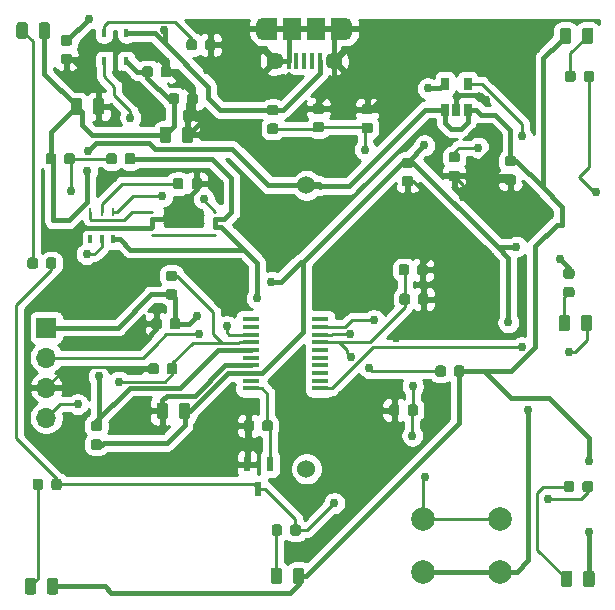
<source format=gtl>
G04 #@! TF.GenerationSoftware,KiCad,Pcbnew,(5.1.5)-3*
G04 #@! TF.CreationDate,2020-02-19T13:12:13+05:30*
G04 #@! TF.ProjectId,task_1,7461736b-5f31-42e6-9b69-6361645f7063,rev?*
G04 #@! TF.SameCoordinates,Original*
G04 #@! TF.FileFunction,Copper,L1,Top*
G04 #@! TF.FilePolarity,Positive*
%FSLAX46Y46*%
G04 Gerber Fmt 4.6, Leading zero omitted, Abs format (unit mm)*
G04 Created by KiCad (PCBNEW (5.1.5)-3) date 2020-02-19 13:12:13*
%MOMM*%
%LPD*%
G04 APERTURE LIST*
%ADD10C,0.100000*%
%ADD11C,1.524000*%
%ADD12R,1.500000X1.900000*%
%ADD13C,1.450000*%
%ADD14R,0.400000X1.350000*%
%ADD15O,1.200000X1.900000*%
%ADD16R,1.200000X1.900000*%
%ADD17R,0.600000X1.300000*%
%ADD18R,0.400000X0.645000*%
%ADD19R,1.000000X0.100000*%
%ADD20R,1.450000X0.450000*%
%ADD21R,0.400000X0.750000*%
%ADD22R,0.250000X0.750000*%
%ADD23R,0.650000X1.060000*%
%ADD24R,1.700000X1.700000*%
%ADD25O,1.700000X1.700000*%
%ADD26C,2.000000*%
%ADD27C,0.762000*%
%ADD28C,0.406400*%
%ADD29C,0.609600*%
%ADD30C,0.254000*%
G04 APERTURE END LIST*
G04 #@! TA.AperFunction,SMDPad,CuDef*
D10*
G36*
X214072142Y-61277174D02*
G01*
X214095803Y-61280684D01*
X214119007Y-61286496D01*
X214141529Y-61294554D01*
X214163153Y-61304782D01*
X214183670Y-61317079D01*
X214202883Y-61331329D01*
X214220607Y-61347393D01*
X214236671Y-61365117D01*
X214250921Y-61384330D01*
X214263218Y-61404847D01*
X214273446Y-61426471D01*
X214281504Y-61448993D01*
X214287316Y-61472197D01*
X214290826Y-61495858D01*
X214292000Y-61519750D01*
X214292000Y-62432250D01*
X214290826Y-62456142D01*
X214287316Y-62479803D01*
X214281504Y-62503007D01*
X214273446Y-62525529D01*
X214263218Y-62547153D01*
X214250921Y-62567670D01*
X214236671Y-62586883D01*
X214220607Y-62604607D01*
X214202883Y-62620671D01*
X214183670Y-62634921D01*
X214163153Y-62647218D01*
X214141529Y-62657446D01*
X214119007Y-62665504D01*
X214095803Y-62671316D01*
X214072142Y-62674826D01*
X214048250Y-62676000D01*
X213560750Y-62676000D01*
X213536858Y-62674826D01*
X213513197Y-62671316D01*
X213489993Y-62665504D01*
X213467471Y-62657446D01*
X213445847Y-62647218D01*
X213425330Y-62634921D01*
X213406117Y-62620671D01*
X213388393Y-62604607D01*
X213372329Y-62586883D01*
X213358079Y-62567670D01*
X213345782Y-62547153D01*
X213335554Y-62525529D01*
X213327496Y-62503007D01*
X213321684Y-62479803D01*
X213318174Y-62456142D01*
X213317000Y-62432250D01*
X213317000Y-61519750D01*
X213318174Y-61495858D01*
X213321684Y-61472197D01*
X213327496Y-61448993D01*
X213335554Y-61426471D01*
X213345782Y-61404847D01*
X213358079Y-61384330D01*
X213372329Y-61365117D01*
X213388393Y-61347393D01*
X213406117Y-61331329D01*
X213425330Y-61317079D01*
X213445847Y-61304782D01*
X213467471Y-61294554D01*
X213489993Y-61286496D01*
X213513197Y-61280684D01*
X213536858Y-61277174D01*
X213560750Y-61276000D01*
X214048250Y-61276000D01*
X214072142Y-61277174D01*
G37*
G04 #@! TD.AperFunction*
G04 #@! TA.AperFunction,SMDPad,CuDef*
G36*
X212197142Y-61277174D02*
G01*
X212220803Y-61280684D01*
X212244007Y-61286496D01*
X212266529Y-61294554D01*
X212288153Y-61304782D01*
X212308670Y-61317079D01*
X212327883Y-61331329D01*
X212345607Y-61347393D01*
X212361671Y-61365117D01*
X212375921Y-61384330D01*
X212388218Y-61404847D01*
X212398446Y-61426471D01*
X212406504Y-61448993D01*
X212412316Y-61472197D01*
X212415826Y-61495858D01*
X212417000Y-61519750D01*
X212417000Y-62432250D01*
X212415826Y-62456142D01*
X212412316Y-62479803D01*
X212406504Y-62503007D01*
X212398446Y-62525529D01*
X212388218Y-62547153D01*
X212375921Y-62567670D01*
X212361671Y-62586883D01*
X212345607Y-62604607D01*
X212327883Y-62620671D01*
X212308670Y-62634921D01*
X212288153Y-62647218D01*
X212266529Y-62657446D01*
X212244007Y-62665504D01*
X212220803Y-62671316D01*
X212197142Y-62674826D01*
X212173250Y-62676000D01*
X211685750Y-62676000D01*
X211661858Y-62674826D01*
X211638197Y-62671316D01*
X211614993Y-62665504D01*
X211592471Y-62657446D01*
X211570847Y-62647218D01*
X211550330Y-62634921D01*
X211531117Y-62620671D01*
X211513393Y-62604607D01*
X211497329Y-62586883D01*
X211483079Y-62567670D01*
X211470782Y-62547153D01*
X211460554Y-62525529D01*
X211452496Y-62503007D01*
X211446684Y-62479803D01*
X211443174Y-62456142D01*
X211442000Y-62432250D01*
X211442000Y-61519750D01*
X211443174Y-61495858D01*
X211446684Y-61472197D01*
X211452496Y-61448993D01*
X211460554Y-61426471D01*
X211470782Y-61404847D01*
X211483079Y-61384330D01*
X211497329Y-61365117D01*
X211513393Y-61347393D01*
X211531117Y-61331329D01*
X211550330Y-61317079D01*
X211570847Y-61304782D01*
X211592471Y-61294554D01*
X211614993Y-61286496D01*
X211638197Y-61280684D01*
X211661858Y-61277174D01*
X211685750Y-61276000D01*
X212173250Y-61276000D01*
X212197142Y-61277174D01*
G37*
G04 #@! TD.AperFunction*
G04 #@! TA.AperFunction,SMDPad,CuDef*
G36*
X168591191Y-71916053D02*
G01*
X168612426Y-71919203D01*
X168633250Y-71924419D01*
X168653462Y-71931651D01*
X168672868Y-71940830D01*
X168691281Y-71951866D01*
X168708524Y-71964654D01*
X168724430Y-71979070D01*
X168738846Y-71994976D01*
X168751634Y-72012219D01*
X168762670Y-72030632D01*
X168771849Y-72050038D01*
X168779081Y-72070250D01*
X168784297Y-72091074D01*
X168787447Y-72112309D01*
X168788500Y-72133750D01*
X168788500Y-72646250D01*
X168787447Y-72667691D01*
X168784297Y-72688926D01*
X168779081Y-72709750D01*
X168771849Y-72729962D01*
X168762670Y-72749368D01*
X168751634Y-72767781D01*
X168738846Y-72785024D01*
X168724430Y-72800930D01*
X168708524Y-72815346D01*
X168691281Y-72828134D01*
X168672868Y-72839170D01*
X168653462Y-72848349D01*
X168633250Y-72855581D01*
X168612426Y-72860797D01*
X168591191Y-72863947D01*
X168569750Y-72865000D01*
X168132250Y-72865000D01*
X168110809Y-72863947D01*
X168089574Y-72860797D01*
X168068750Y-72855581D01*
X168048538Y-72848349D01*
X168029132Y-72839170D01*
X168010719Y-72828134D01*
X167993476Y-72815346D01*
X167977570Y-72800930D01*
X167963154Y-72785024D01*
X167950366Y-72767781D01*
X167939330Y-72749368D01*
X167930151Y-72729962D01*
X167922919Y-72709750D01*
X167917703Y-72688926D01*
X167914553Y-72667691D01*
X167913500Y-72646250D01*
X167913500Y-72133750D01*
X167914553Y-72112309D01*
X167917703Y-72091074D01*
X167922919Y-72070250D01*
X167930151Y-72050038D01*
X167939330Y-72030632D01*
X167950366Y-72012219D01*
X167963154Y-71994976D01*
X167977570Y-71979070D01*
X167993476Y-71964654D01*
X168010719Y-71951866D01*
X168029132Y-71940830D01*
X168048538Y-71931651D01*
X168068750Y-71924419D01*
X168089574Y-71919203D01*
X168110809Y-71916053D01*
X168132250Y-71915000D01*
X168569750Y-71915000D01*
X168591191Y-71916053D01*
G37*
G04 #@! TD.AperFunction*
G04 #@! TA.AperFunction,SMDPad,CuDef*
G36*
X170166191Y-71916053D02*
G01*
X170187426Y-71919203D01*
X170208250Y-71924419D01*
X170228462Y-71931651D01*
X170247868Y-71940830D01*
X170266281Y-71951866D01*
X170283524Y-71964654D01*
X170299430Y-71979070D01*
X170313846Y-71994976D01*
X170326634Y-72012219D01*
X170337670Y-72030632D01*
X170346849Y-72050038D01*
X170354081Y-72070250D01*
X170359297Y-72091074D01*
X170362447Y-72112309D01*
X170363500Y-72133750D01*
X170363500Y-72646250D01*
X170362447Y-72667691D01*
X170359297Y-72688926D01*
X170354081Y-72709750D01*
X170346849Y-72729962D01*
X170337670Y-72749368D01*
X170326634Y-72767781D01*
X170313846Y-72785024D01*
X170299430Y-72800930D01*
X170283524Y-72815346D01*
X170266281Y-72828134D01*
X170247868Y-72839170D01*
X170228462Y-72848349D01*
X170208250Y-72855581D01*
X170187426Y-72860797D01*
X170166191Y-72863947D01*
X170144750Y-72865000D01*
X169707250Y-72865000D01*
X169685809Y-72863947D01*
X169664574Y-72860797D01*
X169643750Y-72855581D01*
X169623538Y-72848349D01*
X169604132Y-72839170D01*
X169585719Y-72828134D01*
X169568476Y-72815346D01*
X169552570Y-72800930D01*
X169538154Y-72785024D01*
X169525366Y-72767781D01*
X169514330Y-72749368D01*
X169505151Y-72729962D01*
X169497919Y-72709750D01*
X169492703Y-72688926D01*
X169489553Y-72667691D01*
X169488500Y-72646250D01*
X169488500Y-72133750D01*
X169489553Y-72112309D01*
X169492703Y-72091074D01*
X169497919Y-72070250D01*
X169505151Y-72050038D01*
X169514330Y-72030632D01*
X169525366Y-72012219D01*
X169538154Y-71994976D01*
X169552570Y-71979070D01*
X169568476Y-71964654D01*
X169585719Y-71951866D01*
X169604132Y-71940830D01*
X169623538Y-71931651D01*
X169643750Y-71924419D01*
X169664574Y-71919203D01*
X169685809Y-71916053D01*
X169707250Y-71915000D01*
X170144750Y-71915000D01*
X170166191Y-71916053D01*
G37*
G04 #@! TD.AperFunction*
D11*
X189992000Y-98647000D03*
X189992000Y-74637900D03*
G04 #@! TA.AperFunction,SMDPad,CuDef*
D10*
G36*
X169949691Y-63508053D02*
G01*
X169970926Y-63511203D01*
X169991750Y-63516419D01*
X170011962Y-63523651D01*
X170031368Y-63532830D01*
X170049781Y-63543866D01*
X170067024Y-63556654D01*
X170082930Y-63571070D01*
X170097346Y-63586976D01*
X170110134Y-63604219D01*
X170121170Y-63622632D01*
X170130349Y-63642038D01*
X170137581Y-63662250D01*
X170142797Y-63683074D01*
X170145947Y-63704309D01*
X170147000Y-63725750D01*
X170147000Y-64163250D01*
X170145947Y-64184691D01*
X170142797Y-64205926D01*
X170137581Y-64226750D01*
X170130349Y-64246962D01*
X170121170Y-64266368D01*
X170110134Y-64284781D01*
X170097346Y-64302024D01*
X170082930Y-64317930D01*
X170067024Y-64332346D01*
X170049781Y-64345134D01*
X170031368Y-64356170D01*
X170011962Y-64365349D01*
X169991750Y-64372581D01*
X169970926Y-64377797D01*
X169949691Y-64380947D01*
X169928250Y-64382000D01*
X169415750Y-64382000D01*
X169394309Y-64380947D01*
X169373074Y-64377797D01*
X169352250Y-64372581D01*
X169332038Y-64365349D01*
X169312632Y-64356170D01*
X169294219Y-64345134D01*
X169276976Y-64332346D01*
X169261070Y-64317930D01*
X169246654Y-64302024D01*
X169233866Y-64284781D01*
X169222830Y-64266368D01*
X169213651Y-64246962D01*
X169206419Y-64226750D01*
X169201203Y-64205926D01*
X169198053Y-64184691D01*
X169197000Y-64163250D01*
X169197000Y-63725750D01*
X169198053Y-63704309D01*
X169201203Y-63683074D01*
X169206419Y-63662250D01*
X169213651Y-63642038D01*
X169222830Y-63622632D01*
X169233866Y-63604219D01*
X169246654Y-63586976D01*
X169261070Y-63571070D01*
X169276976Y-63556654D01*
X169294219Y-63543866D01*
X169312632Y-63532830D01*
X169332038Y-63523651D01*
X169352250Y-63516419D01*
X169373074Y-63511203D01*
X169394309Y-63508053D01*
X169415750Y-63507000D01*
X169928250Y-63507000D01*
X169949691Y-63508053D01*
G37*
G04 #@! TD.AperFunction*
G04 #@! TA.AperFunction,SMDPad,CuDef*
G36*
X169949691Y-61933053D02*
G01*
X169970926Y-61936203D01*
X169991750Y-61941419D01*
X170011962Y-61948651D01*
X170031368Y-61957830D01*
X170049781Y-61968866D01*
X170067024Y-61981654D01*
X170082930Y-61996070D01*
X170097346Y-62011976D01*
X170110134Y-62029219D01*
X170121170Y-62047632D01*
X170130349Y-62067038D01*
X170137581Y-62087250D01*
X170142797Y-62108074D01*
X170145947Y-62129309D01*
X170147000Y-62150750D01*
X170147000Y-62588250D01*
X170145947Y-62609691D01*
X170142797Y-62630926D01*
X170137581Y-62651750D01*
X170130349Y-62671962D01*
X170121170Y-62691368D01*
X170110134Y-62709781D01*
X170097346Y-62727024D01*
X170082930Y-62742930D01*
X170067024Y-62757346D01*
X170049781Y-62770134D01*
X170031368Y-62781170D01*
X170011962Y-62790349D01*
X169991750Y-62797581D01*
X169970926Y-62802797D01*
X169949691Y-62805947D01*
X169928250Y-62807000D01*
X169415750Y-62807000D01*
X169394309Y-62805947D01*
X169373074Y-62802797D01*
X169352250Y-62797581D01*
X169332038Y-62790349D01*
X169312632Y-62781170D01*
X169294219Y-62770134D01*
X169276976Y-62757346D01*
X169261070Y-62742930D01*
X169246654Y-62727024D01*
X169233866Y-62709781D01*
X169222830Y-62691368D01*
X169213651Y-62671962D01*
X169206419Y-62651750D01*
X169201203Y-62630926D01*
X169198053Y-62609691D01*
X169197000Y-62588250D01*
X169197000Y-62150750D01*
X169198053Y-62129309D01*
X169201203Y-62108074D01*
X169206419Y-62087250D01*
X169213651Y-62067038D01*
X169222830Y-62047632D01*
X169233866Y-62029219D01*
X169246654Y-62011976D01*
X169261070Y-61996070D01*
X169276976Y-61981654D01*
X169294219Y-61968866D01*
X169312632Y-61957830D01*
X169332038Y-61948651D01*
X169352250Y-61941419D01*
X169373074Y-61936203D01*
X169394309Y-61933053D01*
X169415750Y-61932000D01*
X169928250Y-61932000D01*
X169949691Y-61933053D01*
G37*
G04 #@! TD.AperFunction*
G04 #@! TA.AperFunction,SMDPad,CuDef*
G36*
X198550691Y-83790553D02*
G01*
X198571926Y-83793703D01*
X198592750Y-83798919D01*
X198612962Y-83806151D01*
X198632368Y-83815330D01*
X198650781Y-83826366D01*
X198668024Y-83839154D01*
X198683930Y-83853570D01*
X198698346Y-83869476D01*
X198711134Y-83886719D01*
X198722170Y-83905132D01*
X198731349Y-83924538D01*
X198738581Y-83944750D01*
X198743797Y-83965574D01*
X198746947Y-83986809D01*
X198748000Y-84008250D01*
X198748000Y-84520750D01*
X198746947Y-84542191D01*
X198743797Y-84563426D01*
X198738581Y-84584250D01*
X198731349Y-84604462D01*
X198722170Y-84623868D01*
X198711134Y-84642281D01*
X198698346Y-84659524D01*
X198683930Y-84675430D01*
X198668024Y-84689846D01*
X198650781Y-84702634D01*
X198632368Y-84713670D01*
X198612962Y-84722849D01*
X198592750Y-84730081D01*
X198571926Y-84735297D01*
X198550691Y-84738447D01*
X198529250Y-84739500D01*
X198091750Y-84739500D01*
X198070309Y-84738447D01*
X198049074Y-84735297D01*
X198028250Y-84730081D01*
X198008038Y-84722849D01*
X197988632Y-84713670D01*
X197970219Y-84702634D01*
X197952976Y-84689846D01*
X197937070Y-84675430D01*
X197922654Y-84659524D01*
X197909866Y-84642281D01*
X197898830Y-84623868D01*
X197889651Y-84604462D01*
X197882419Y-84584250D01*
X197877203Y-84563426D01*
X197874053Y-84542191D01*
X197873000Y-84520750D01*
X197873000Y-84008250D01*
X197874053Y-83986809D01*
X197877203Y-83965574D01*
X197882419Y-83944750D01*
X197889651Y-83924538D01*
X197898830Y-83905132D01*
X197909866Y-83886719D01*
X197922654Y-83869476D01*
X197937070Y-83853570D01*
X197952976Y-83839154D01*
X197970219Y-83826366D01*
X197988632Y-83815330D01*
X198008038Y-83806151D01*
X198028250Y-83798919D01*
X198049074Y-83793703D01*
X198070309Y-83790553D01*
X198091750Y-83789500D01*
X198529250Y-83789500D01*
X198550691Y-83790553D01*
G37*
G04 #@! TD.AperFunction*
G04 #@! TA.AperFunction,SMDPad,CuDef*
G36*
X200125691Y-83790553D02*
G01*
X200146926Y-83793703D01*
X200167750Y-83798919D01*
X200187962Y-83806151D01*
X200207368Y-83815330D01*
X200225781Y-83826366D01*
X200243024Y-83839154D01*
X200258930Y-83853570D01*
X200273346Y-83869476D01*
X200286134Y-83886719D01*
X200297170Y-83905132D01*
X200306349Y-83924538D01*
X200313581Y-83944750D01*
X200318797Y-83965574D01*
X200321947Y-83986809D01*
X200323000Y-84008250D01*
X200323000Y-84520750D01*
X200321947Y-84542191D01*
X200318797Y-84563426D01*
X200313581Y-84584250D01*
X200306349Y-84604462D01*
X200297170Y-84623868D01*
X200286134Y-84642281D01*
X200273346Y-84659524D01*
X200258930Y-84675430D01*
X200243024Y-84689846D01*
X200225781Y-84702634D01*
X200207368Y-84713670D01*
X200187962Y-84722849D01*
X200167750Y-84730081D01*
X200146926Y-84735297D01*
X200125691Y-84738447D01*
X200104250Y-84739500D01*
X199666750Y-84739500D01*
X199645309Y-84738447D01*
X199624074Y-84735297D01*
X199603250Y-84730081D01*
X199583038Y-84722849D01*
X199563632Y-84713670D01*
X199545219Y-84702634D01*
X199527976Y-84689846D01*
X199512070Y-84675430D01*
X199497654Y-84659524D01*
X199484866Y-84642281D01*
X199473830Y-84623868D01*
X199464651Y-84604462D01*
X199457419Y-84584250D01*
X199452203Y-84563426D01*
X199449053Y-84542191D01*
X199448000Y-84520750D01*
X199448000Y-84008250D01*
X199449053Y-83986809D01*
X199452203Y-83965574D01*
X199457419Y-83944750D01*
X199464651Y-83924538D01*
X199473830Y-83905132D01*
X199484866Y-83886719D01*
X199497654Y-83869476D01*
X199512070Y-83853570D01*
X199527976Y-83839154D01*
X199545219Y-83826366D01*
X199563632Y-83815330D01*
X199583038Y-83806151D01*
X199603250Y-83798919D01*
X199624074Y-83793703D01*
X199645309Y-83790553D01*
X199666750Y-83789500D01*
X200104250Y-83789500D01*
X200125691Y-83790553D01*
G37*
G04 #@! TD.AperFunction*
G04 #@! TA.AperFunction,SMDPad,CuDef*
G36*
X178853191Y-89696053D02*
G01*
X178874426Y-89699203D01*
X178895250Y-89704419D01*
X178915462Y-89711651D01*
X178934868Y-89720830D01*
X178953281Y-89731866D01*
X178970524Y-89744654D01*
X178986430Y-89759070D01*
X179000846Y-89774976D01*
X179013634Y-89792219D01*
X179024670Y-89810632D01*
X179033849Y-89830038D01*
X179041081Y-89850250D01*
X179046297Y-89871074D01*
X179049447Y-89892309D01*
X179050500Y-89913750D01*
X179050500Y-90426250D01*
X179049447Y-90447691D01*
X179046297Y-90468926D01*
X179041081Y-90489750D01*
X179033849Y-90509962D01*
X179024670Y-90529368D01*
X179013634Y-90547781D01*
X179000846Y-90565024D01*
X178986430Y-90580930D01*
X178970524Y-90595346D01*
X178953281Y-90608134D01*
X178934868Y-90619170D01*
X178915462Y-90628349D01*
X178895250Y-90635581D01*
X178874426Y-90640797D01*
X178853191Y-90643947D01*
X178831750Y-90645000D01*
X178394250Y-90645000D01*
X178372809Y-90643947D01*
X178351574Y-90640797D01*
X178330750Y-90635581D01*
X178310538Y-90628349D01*
X178291132Y-90619170D01*
X178272719Y-90608134D01*
X178255476Y-90595346D01*
X178239570Y-90580930D01*
X178225154Y-90565024D01*
X178212366Y-90547781D01*
X178201330Y-90529368D01*
X178192151Y-90509962D01*
X178184919Y-90489750D01*
X178179703Y-90468926D01*
X178176553Y-90447691D01*
X178175500Y-90426250D01*
X178175500Y-89913750D01*
X178176553Y-89892309D01*
X178179703Y-89871074D01*
X178184919Y-89850250D01*
X178192151Y-89830038D01*
X178201330Y-89810632D01*
X178212366Y-89792219D01*
X178225154Y-89774976D01*
X178239570Y-89759070D01*
X178255476Y-89744654D01*
X178272719Y-89731866D01*
X178291132Y-89720830D01*
X178310538Y-89711651D01*
X178330750Y-89704419D01*
X178351574Y-89699203D01*
X178372809Y-89696053D01*
X178394250Y-89695000D01*
X178831750Y-89695000D01*
X178853191Y-89696053D01*
G37*
G04 #@! TD.AperFunction*
G04 #@! TA.AperFunction,SMDPad,CuDef*
G36*
X177278191Y-89696053D02*
G01*
X177299426Y-89699203D01*
X177320250Y-89704419D01*
X177340462Y-89711651D01*
X177359868Y-89720830D01*
X177378281Y-89731866D01*
X177395524Y-89744654D01*
X177411430Y-89759070D01*
X177425846Y-89774976D01*
X177438634Y-89792219D01*
X177449670Y-89810632D01*
X177458849Y-89830038D01*
X177466081Y-89850250D01*
X177471297Y-89871074D01*
X177474447Y-89892309D01*
X177475500Y-89913750D01*
X177475500Y-90426250D01*
X177474447Y-90447691D01*
X177471297Y-90468926D01*
X177466081Y-90489750D01*
X177458849Y-90509962D01*
X177449670Y-90529368D01*
X177438634Y-90547781D01*
X177425846Y-90565024D01*
X177411430Y-90580930D01*
X177395524Y-90595346D01*
X177378281Y-90608134D01*
X177359868Y-90619170D01*
X177340462Y-90628349D01*
X177320250Y-90635581D01*
X177299426Y-90640797D01*
X177278191Y-90643947D01*
X177256750Y-90645000D01*
X176819250Y-90645000D01*
X176797809Y-90643947D01*
X176776574Y-90640797D01*
X176755750Y-90635581D01*
X176735538Y-90628349D01*
X176716132Y-90619170D01*
X176697719Y-90608134D01*
X176680476Y-90595346D01*
X176664570Y-90580930D01*
X176650154Y-90565024D01*
X176637366Y-90547781D01*
X176626330Y-90529368D01*
X176617151Y-90509962D01*
X176609919Y-90489750D01*
X176604703Y-90468926D01*
X176601553Y-90447691D01*
X176600500Y-90426250D01*
X176600500Y-89913750D01*
X176601553Y-89892309D01*
X176604703Y-89871074D01*
X176609919Y-89850250D01*
X176617151Y-89830038D01*
X176626330Y-89810632D01*
X176637366Y-89792219D01*
X176650154Y-89774976D01*
X176664570Y-89759070D01*
X176680476Y-89744654D01*
X176697719Y-89731866D01*
X176716132Y-89720830D01*
X176735538Y-89711651D01*
X176755750Y-89704419D01*
X176776574Y-89699203D01*
X176797809Y-89696053D01*
X176819250Y-89695000D01*
X177256750Y-89695000D01*
X177278191Y-89696053D01*
G37*
G04 #@! TD.AperFunction*
G04 #@! TA.AperFunction,SMDPad,CuDef*
G36*
X176770191Y-64550053D02*
G01*
X176791426Y-64553203D01*
X176812250Y-64558419D01*
X176832462Y-64565651D01*
X176851868Y-64574830D01*
X176870281Y-64585866D01*
X176887524Y-64598654D01*
X176903430Y-64613070D01*
X176917846Y-64628976D01*
X176930634Y-64646219D01*
X176941670Y-64664632D01*
X176950849Y-64684038D01*
X176958081Y-64704250D01*
X176963297Y-64725074D01*
X176966447Y-64746309D01*
X176967500Y-64767750D01*
X176967500Y-65280250D01*
X176966447Y-65301691D01*
X176963297Y-65322926D01*
X176958081Y-65343750D01*
X176950849Y-65363962D01*
X176941670Y-65383368D01*
X176930634Y-65401781D01*
X176917846Y-65419024D01*
X176903430Y-65434930D01*
X176887524Y-65449346D01*
X176870281Y-65462134D01*
X176851868Y-65473170D01*
X176832462Y-65482349D01*
X176812250Y-65489581D01*
X176791426Y-65494797D01*
X176770191Y-65497947D01*
X176748750Y-65499000D01*
X176311250Y-65499000D01*
X176289809Y-65497947D01*
X176268574Y-65494797D01*
X176247750Y-65489581D01*
X176227538Y-65482349D01*
X176208132Y-65473170D01*
X176189719Y-65462134D01*
X176172476Y-65449346D01*
X176156570Y-65434930D01*
X176142154Y-65419024D01*
X176129366Y-65401781D01*
X176118330Y-65383368D01*
X176109151Y-65363962D01*
X176101919Y-65343750D01*
X176096703Y-65322926D01*
X176093553Y-65301691D01*
X176092500Y-65280250D01*
X176092500Y-64767750D01*
X176093553Y-64746309D01*
X176096703Y-64725074D01*
X176101919Y-64704250D01*
X176109151Y-64684038D01*
X176118330Y-64664632D01*
X176129366Y-64646219D01*
X176142154Y-64628976D01*
X176156570Y-64613070D01*
X176172476Y-64598654D01*
X176189719Y-64585866D01*
X176208132Y-64574830D01*
X176227538Y-64565651D01*
X176247750Y-64558419D01*
X176268574Y-64553203D01*
X176289809Y-64550053D01*
X176311250Y-64549000D01*
X176748750Y-64549000D01*
X176770191Y-64550053D01*
G37*
G04 #@! TD.AperFunction*
G04 #@! TA.AperFunction,SMDPad,CuDef*
G36*
X178345191Y-64550053D02*
G01*
X178366426Y-64553203D01*
X178387250Y-64558419D01*
X178407462Y-64565651D01*
X178426868Y-64574830D01*
X178445281Y-64585866D01*
X178462524Y-64598654D01*
X178478430Y-64613070D01*
X178492846Y-64628976D01*
X178505634Y-64646219D01*
X178516670Y-64664632D01*
X178525849Y-64684038D01*
X178533081Y-64704250D01*
X178538297Y-64725074D01*
X178541447Y-64746309D01*
X178542500Y-64767750D01*
X178542500Y-65280250D01*
X178541447Y-65301691D01*
X178538297Y-65322926D01*
X178533081Y-65343750D01*
X178525849Y-65363962D01*
X178516670Y-65383368D01*
X178505634Y-65401781D01*
X178492846Y-65419024D01*
X178478430Y-65434930D01*
X178462524Y-65449346D01*
X178445281Y-65462134D01*
X178426868Y-65473170D01*
X178407462Y-65482349D01*
X178387250Y-65489581D01*
X178366426Y-65494797D01*
X178345191Y-65497947D01*
X178323750Y-65499000D01*
X177886250Y-65499000D01*
X177864809Y-65497947D01*
X177843574Y-65494797D01*
X177822750Y-65489581D01*
X177802538Y-65482349D01*
X177783132Y-65473170D01*
X177764719Y-65462134D01*
X177747476Y-65449346D01*
X177731570Y-65434930D01*
X177717154Y-65419024D01*
X177704366Y-65401781D01*
X177693330Y-65383368D01*
X177684151Y-65363962D01*
X177676919Y-65343750D01*
X177671703Y-65322926D01*
X177668553Y-65301691D01*
X177667500Y-65280250D01*
X177667500Y-64767750D01*
X177668553Y-64746309D01*
X177671703Y-64725074D01*
X177676919Y-64704250D01*
X177684151Y-64684038D01*
X177693330Y-64664632D01*
X177704366Y-64646219D01*
X177717154Y-64628976D01*
X177731570Y-64613070D01*
X177747476Y-64598654D01*
X177764719Y-64585866D01*
X177783132Y-64574830D01*
X177802538Y-64565651D01*
X177822750Y-64558419D01*
X177843574Y-64553203D01*
X177864809Y-64550053D01*
X177886250Y-64549000D01*
X178323750Y-64549000D01*
X178345191Y-64550053D01*
G37*
G04 #@! TD.AperFunction*
G04 #@! TA.AperFunction,SMDPad,CuDef*
G36*
X173722191Y-71916053D02*
G01*
X173743426Y-71919203D01*
X173764250Y-71924419D01*
X173784462Y-71931651D01*
X173803868Y-71940830D01*
X173822281Y-71951866D01*
X173839524Y-71964654D01*
X173855430Y-71979070D01*
X173869846Y-71994976D01*
X173882634Y-72012219D01*
X173893670Y-72030632D01*
X173902849Y-72050038D01*
X173910081Y-72070250D01*
X173915297Y-72091074D01*
X173918447Y-72112309D01*
X173919500Y-72133750D01*
X173919500Y-72646250D01*
X173918447Y-72667691D01*
X173915297Y-72688926D01*
X173910081Y-72709750D01*
X173902849Y-72729962D01*
X173893670Y-72749368D01*
X173882634Y-72767781D01*
X173869846Y-72785024D01*
X173855430Y-72800930D01*
X173839524Y-72815346D01*
X173822281Y-72828134D01*
X173803868Y-72839170D01*
X173784462Y-72848349D01*
X173764250Y-72855581D01*
X173743426Y-72860797D01*
X173722191Y-72863947D01*
X173700750Y-72865000D01*
X173263250Y-72865000D01*
X173241809Y-72863947D01*
X173220574Y-72860797D01*
X173199750Y-72855581D01*
X173179538Y-72848349D01*
X173160132Y-72839170D01*
X173141719Y-72828134D01*
X173124476Y-72815346D01*
X173108570Y-72800930D01*
X173094154Y-72785024D01*
X173081366Y-72767781D01*
X173070330Y-72749368D01*
X173061151Y-72729962D01*
X173053919Y-72709750D01*
X173048703Y-72688926D01*
X173045553Y-72667691D01*
X173044500Y-72646250D01*
X173044500Y-72133750D01*
X173045553Y-72112309D01*
X173048703Y-72091074D01*
X173053919Y-72070250D01*
X173061151Y-72050038D01*
X173070330Y-72030632D01*
X173081366Y-72012219D01*
X173094154Y-71994976D01*
X173108570Y-71979070D01*
X173124476Y-71964654D01*
X173141719Y-71951866D01*
X173160132Y-71940830D01*
X173179538Y-71931651D01*
X173199750Y-71924419D01*
X173220574Y-71919203D01*
X173241809Y-71916053D01*
X173263250Y-71915000D01*
X173700750Y-71915000D01*
X173722191Y-71916053D01*
G37*
G04 #@! TD.AperFunction*
G04 #@! TA.AperFunction,SMDPad,CuDef*
G36*
X175297191Y-71916053D02*
G01*
X175318426Y-71919203D01*
X175339250Y-71924419D01*
X175359462Y-71931651D01*
X175378868Y-71940830D01*
X175397281Y-71951866D01*
X175414524Y-71964654D01*
X175430430Y-71979070D01*
X175444846Y-71994976D01*
X175457634Y-72012219D01*
X175468670Y-72030632D01*
X175477849Y-72050038D01*
X175485081Y-72070250D01*
X175490297Y-72091074D01*
X175493447Y-72112309D01*
X175494500Y-72133750D01*
X175494500Y-72646250D01*
X175493447Y-72667691D01*
X175490297Y-72688926D01*
X175485081Y-72709750D01*
X175477849Y-72729962D01*
X175468670Y-72749368D01*
X175457634Y-72767781D01*
X175444846Y-72785024D01*
X175430430Y-72800930D01*
X175414524Y-72815346D01*
X175397281Y-72828134D01*
X175378868Y-72839170D01*
X175359462Y-72848349D01*
X175339250Y-72855581D01*
X175318426Y-72860797D01*
X175297191Y-72863947D01*
X175275750Y-72865000D01*
X174838250Y-72865000D01*
X174816809Y-72863947D01*
X174795574Y-72860797D01*
X174774750Y-72855581D01*
X174754538Y-72848349D01*
X174735132Y-72839170D01*
X174716719Y-72828134D01*
X174699476Y-72815346D01*
X174683570Y-72800930D01*
X174669154Y-72785024D01*
X174656366Y-72767781D01*
X174645330Y-72749368D01*
X174636151Y-72729962D01*
X174628919Y-72709750D01*
X174623703Y-72688926D01*
X174620553Y-72667691D01*
X174619500Y-72646250D01*
X174619500Y-72133750D01*
X174620553Y-72112309D01*
X174623703Y-72091074D01*
X174628919Y-72070250D01*
X174636151Y-72050038D01*
X174645330Y-72030632D01*
X174656366Y-72012219D01*
X174669154Y-71994976D01*
X174683570Y-71979070D01*
X174699476Y-71964654D01*
X174716719Y-71951866D01*
X174735132Y-71940830D01*
X174754538Y-71931651D01*
X174774750Y-71924419D01*
X174795574Y-71919203D01*
X174816809Y-71916053D01*
X174838250Y-71915000D01*
X175275750Y-71915000D01*
X175297191Y-71916053D01*
G37*
G04 #@! TD.AperFunction*
G04 #@! TA.AperFunction,SMDPad,CuDef*
G36*
X207541691Y-72144053D02*
G01*
X207562926Y-72147203D01*
X207583750Y-72152419D01*
X207603962Y-72159651D01*
X207623368Y-72168830D01*
X207641781Y-72179866D01*
X207659024Y-72192654D01*
X207674930Y-72207070D01*
X207689346Y-72222976D01*
X207702134Y-72240219D01*
X207713170Y-72258632D01*
X207722349Y-72278038D01*
X207729581Y-72298250D01*
X207734797Y-72319074D01*
X207737947Y-72340309D01*
X207739000Y-72361750D01*
X207739000Y-72799250D01*
X207737947Y-72820691D01*
X207734797Y-72841926D01*
X207729581Y-72862750D01*
X207722349Y-72882962D01*
X207713170Y-72902368D01*
X207702134Y-72920781D01*
X207689346Y-72938024D01*
X207674930Y-72953930D01*
X207659024Y-72968346D01*
X207641781Y-72981134D01*
X207623368Y-72992170D01*
X207603962Y-73001349D01*
X207583750Y-73008581D01*
X207562926Y-73013797D01*
X207541691Y-73016947D01*
X207520250Y-73018000D01*
X207007750Y-73018000D01*
X206986309Y-73016947D01*
X206965074Y-73013797D01*
X206944250Y-73008581D01*
X206924038Y-73001349D01*
X206904632Y-72992170D01*
X206886219Y-72981134D01*
X206868976Y-72968346D01*
X206853070Y-72953930D01*
X206838654Y-72938024D01*
X206825866Y-72920781D01*
X206814830Y-72902368D01*
X206805651Y-72882962D01*
X206798419Y-72862750D01*
X206793203Y-72841926D01*
X206790053Y-72820691D01*
X206789000Y-72799250D01*
X206789000Y-72361750D01*
X206790053Y-72340309D01*
X206793203Y-72319074D01*
X206798419Y-72298250D01*
X206805651Y-72278038D01*
X206814830Y-72258632D01*
X206825866Y-72240219D01*
X206838654Y-72222976D01*
X206853070Y-72207070D01*
X206868976Y-72192654D01*
X206886219Y-72179866D01*
X206904632Y-72168830D01*
X206924038Y-72159651D01*
X206944250Y-72152419D01*
X206965074Y-72147203D01*
X206986309Y-72144053D01*
X207007750Y-72143000D01*
X207520250Y-72143000D01*
X207541691Y-72144053D01*
G37*
G04 #@! TD.AperFunction*
G04 #@! TA.AperFunction,SMDPad,CuDef*
G36*
X207541691Y-73719053D02*
G01*
X207562926Y-73722203D01*
X207583750Y-73727419D01*
X207603962Y-73734651D01*
X207623368Y-73743830D01*
X207641781Y-73754866D01*
X207659024Y-73767654D01*
X207674930Y-73782070D01*
X207689346Y-73797976D01*
X207702134Y-73815219D01*
X207713170Y-73833632D01*
X207722349Y-73853038D01*
X207729581Y-73873250D01*
X207734797Y-73894074D01*
X207737947Y-73915309D01*
X207739000Y-73936750D01*
X207739000Y-74374250D01*
X207737947Y-74395691D01*
X207734797Y-74416926D01*
X207729581Y-74437750D01*
X207722349Y-74457962D01*
X207713170Y-74477368D01*
X207702134Y-74495781D01*
X207689346Y-74513024D01*
X207674930Y-74528930D01*
X207659024Y-74543346D01*
X207641781Y-74556134D01*
X207623368Y-74567170D01*
X207603962Y-74576349D01*
X207583750Y-74583581D01*
X207562926Y-74588797D01*
X207541691Y-74591947D01*
X207520250Y-74593000D01*
X207007750Y-74593000D01*
X206986309Y-74591947D01*
X206965074Y-74588797D01*
X206944250Y-74583581D01*
X206924038Y-74576349D01*
X206904632Y-74567170D01*
X206886219Y-74556134D01*
X206868976Y-74543346D01*
X206853070Y-74528930D01*
X206838654Y-74513024D01*
X206825866Y-74495781D01*
X206814830Y-74477368D01*
X206805651Y-74457962D01*
X206798419Y-74437750D01*
X206793203Y-74416926D01*
X206790053Y-74395691D01*
X206789000Y-74374250D01*
X206789000Y-73936750D01*
X206790053Y-73915309D01*
X206793203Y-73894074D01*
X206798419Y-73873250D01*
X206805651Y-73853038D01*
X206814830Y-73833632D01*
X206825866Y-73815219D01*
X206838654Y-73797976D01*
X206853070Y-73782070D01*
X206868976Y-73767654D01*
X206886219Y-73754866D01*
X206904632Y-73743830D01*
X206924038Y-73734651D01*
X206944250Y-73727419D01*
X206965074Y-73722203D01*
X206986309Y-73719053D01*
X207007750Y-73718000D01*
X207520250Y-73718000D01*
X207541691Y-73719053D01*
G37*
G04 #@! TD.AperFunction*
G04 #@! TA.AperFunction,SMDPad,CuDef*
G36*
X202779191Y-71826553D02*
G01*
X202800426Y-71829703D01*
X202821250Y-71834919D01*
X202841462Y-71842151D01*
X202860868Y-71851330D01*
X202879281Y-71862366D01*
X202896524Y-71875154D01*
X202912430Y-71889570D01*
X202926846Y-71905476D01*
X202939634Y-71922719D01*
X202950670Y-71941132D01*
X202959849Y-71960538D01*
X202967081Y-71980750D01*
X202972297Y-72001574D01*
X202975447Y-72022809D01*
X202976500Y-72044250D01*
X202976500Y-72481750D01*
X202975447Y-72503191D01*
X202972297Y-72524426D01*
X202967081Y-72545250D01*
X202959849Y-72565462D01*
X202950670Y-72584868D01*
X202939634Y-72603281D01*
X202926846Y-72620524D01*
X202912430Y-72636430D01*
X202896524Y-72650846D01*
X202879281Y-72663634D01*
X202860868Y-72674670D01*
X202841462Y-72683849D01*
X202821250Y-72691081D01*
X202800426Y-72696297D01*
X202779191Y-72699447D01*
X202757750Y-72700500D01*
X202245250Y-72700500D01*
X202223809Y-72699447D01*
X202202574Y-72696297D01*
X202181750Y-72691081D01*
X202161538Y-72683849D01*
X202142132Y-72674670D01*
X202123719Y-72663634D01*
X202106476Y-72650846D01*
X202090570Y-72636430D01*
X202076154Y-72620524D01*
X202063366Y-72603281D01*
X202052330Y-72584868D01*
X202043151Y-72565462D01*
X202035919Y-72545250D01*
X202030703Y-72524426D01*
X202027553Y-72503191D01*
X202026500Y-72481750D01*
X202026500Y-72044250D01*
X202027553Y-72022809D01*
X202030703Y-72001574D01*
X202035919Y-71980750D01*
X202043151Y-71960538D01*
X202052330Y-71941132D01*
X202063366Y-71922719D01*
X202076154Y-71905476D01*
X202090570Y-71889570D01*
X202106476Y-71875154D01*
X202123719Y-71862366D01*
X202142132Y-71851330D01*
X202161538Y-71842151D01*
X202181750Y-71834919D01*
X202202574Y-71829703D01*
X202223809Y-71826553D01*
X202245250Y-71825500D01*
X202757750Y-71825500D01*
X202779191Y-71826553D01*
G37*
G04 #@! TD.AperFunction*
G04 #@! TA.AperFunction,SMDPad,CuDef*
G36*
X202779191Y-73401553D02*
G01*
X202800426Y-73404703D01*
X202821250Y-73409919D01*
X202841462Y-73417151D01*
X202860868Y-73426330D01*
X202879281Y-73437366D01*
X202896524Y-73450154D01*
X202912430Y-73464570D01*
X202926846Y-73480476D01*
X202939634Y-73497719D01*
X202950670Y-73516132D01*
X202959849Y-73535538D01*
X202967081Y-73555750D01*
X202972297Y-73576574D01*
X202975447Y-73597809D01*
X202976500Y-73619250D01*
X202976500Y-74056750D01*
X202975447Y-74078191D01*
X202972297Y-74099426D01*
X202967081Y-74120250D01*
X202959849Y-74140462D01*
X202950670Y-74159868D01*
X202939634Y-74178281D01*
X202926846Y-74195524D01*
X202912430Y-74211430D01*
X202896524Y-74225846D01*
X202879281Y-74238634D01*
X202860868Y-74249670D01*
X202841462Y-74258849D01*
X202821250Y-74266081D01*
X202800426Y-74271297D01*
X202779191Y-74274447D01*
X202757750Y-74275500D01*
X202245250Y-74275500D01*
X202223809Y-74274447D01*
X202202574Y-74271297D01*
X202181750Y-74266081D01*
X202161538Y-74258849D01*
X202142132Y-74249670D01*
X202123719Y-74238634D01*
X202106476Y-74225846D01*
X202090570Y-74211430D01*
X202076154Y-74195524D01*
X202063366Y-74178281D01*
X202052330Y-74159868D01*
X202043151Y-74140462D01*
X202035919Y-74120250D01*
X202030703Y-74099426D01*
X202027553Y-74078191D01*
X202026500Y-74056750D01*
X202026500Y-73619250D01*
X202027553Y-73597809D01*
X202030703Y-73576574D01*
X202035919Y-73555750D01*
X202043151Y-73535538D01*
X202052330Y-73516132D01*
X202063366Y-73497719D01*
X202076154Y-73480476D01*
X202090570Y-73464570D01*
X202106476Y-73450154D01*
X202123719Y-73437366D01*
X202142132Y-73426330D01*
X202161538Y-73417151D01*
X202181750Y-73409919D01*
X202202574Y-73404703D01*
X202223809Y-73401553D01*
X202245250Y-73400500D01*
X202757750Y-73400500D01*
X202779191Y-73401553D01*
G37*
G04 #@! TD.AperFunction*
G04 #@! TA.AperFunction,SMDPad,CuDef*
G36*
X198842191Y-73858553D02*
G01*
X198863426Y-73861703D01*
X198884250Y-73866919D01*
X198904462Y-73874151D01*
X198923868Y-73883330D01*
X198942281Y-73894366D01*
X198959524Y-73907154D01*
X198975430Y-73921570D01*
X198989846Y-73937476D01*
X199002634Y-73954719D01*
X199013670Y-73973132D01*
X199022849Y-73992538D01*
X199030081Y-74012750D01*
X199035297Y-74033574D01*
X199038447Y-74054809D01*
X199039500Y-74076250D01*
X199039500Y-74513750D01*
X199038447Y-74535191D01*
X199035297Y-74556426D01*
X199030081Y-74577250D01*
X199022849Y-74597462D01*
X199013670Y-74616868D01*
X199002634Y-74635281D01*
X198989846Y-74652524D01*
X198975430Y-74668430D01*
X198959524Y-74682846D01*
X198942281Y-74695634D01*
X198923868Y-74706670D01*
X198904462Y-74715849D01*
X198884250Y-74723081D01*
X198863426Y-74728297D01*
X198842191Y-74731447D01*
X198820750Y-74732500D01*
X198308250Y-74732500D01*
X198286809Y-74731447D01*
X198265574Y-74728297D01*
X198244750Y-74723081D01*
X198224538Y-74715849D01*
X198205132Y-74706670D01*
X198186719Y-74695634D01*
X198169476Y-74682846D01*
X198153570Y-74668430D01*
X198139154Y-74652524D01*
X198126366Y-74635281D01*
X198115330Y-74616868D01*
X198106151Y-74597462D01*
X198098919Y-74577250D01*
X198093703Y-74556426D01*
X198090553Y-74535191D01*
X198089500Y-74513750D01*
X198089500Y-74076250D01*
X198090553Y-74054809D01*
X198093703Y-74033574D01*
X198098919Y-74012750D01*
X198106151Y-73992538D01*
X198115330Y-73973132D01*
X198126366Y-73954719D01*
X198139154Y-73937476D01*
X198153570Y-73921570D01*
X198169476Y-73907154D01*
X198186719Y-73894366D01*
X198205132Y-73883330D01*
X198224538Y-73874151D01*
X198244750Y-73866919D01*
X198265574Y-73861703D01*
X198286809Y-73858553D01*
X198308250Y-73857500D01*
X198820750Y-73857500D01*
X198842191Y-73858553D01*
G37*
G04 #@! TD.AperFunction*
G04 #@! TA.AperFunction,SMDPad,CuDef*
G36*
X198842191Y-72283553D02*
G01*
X198863426Y-72286703D01*
X198884250Y-72291919D01*
X198904462Y-72299151D01*
X198923868Y-72308330D01*
X198942281Y-72319366D01*
X198959524Y-72332154D01*
X198975430Y-72346570D01*
X198989846Y-72362476D01*
X199002634Y-72379719D01*
X199013670Y-72398132D01*
X199022849Y-72417538D01*
X199030081Y-72437750D01*
X199035297Y-72458574D01*
X199038447Y-72479809D01*
X199039500Y-72501250D01*
X199039500Y-72938750D01*
X199038447Y-72960191D01*
X199035297Y-72981426D01*
X199030081Y-73002250D01*
X199022849Y-73022462D01*
X199013670Y-73041868D01*
X199002634Y-73060281D01*
X198989846Y-73077524D01*
X198975430Y-73093430D01*
X198959524Y-73107846D01*
X198942281Y-73120634D01*
X198923868Y-73131670D01*
X198904462Y-73140849D01*
X198884250Y-73148081D01*
X198863426Y-73153297D01*
X198842191Y-73156447D01*
X198820750Y-73157500D01*
X198308250Y-73157500D01*
X198286809Y-73156447D01*
X198265574Y-73153297D01*
X198244750Y-73148081D01*
X198224538Y-73140849D01*
X198205132Y-73131670D01*
X198186719Y-73120634D01*
X198169476Y-73107846D01*
X198153570Y-73093430D01*
X198139154Y-73077524D01*
X198126366Y-73060281D01*
X198115330Y-73041868D01*
X198106151Y-73022462D01*
X198098919Y-73002250D01*
X198093703Y-72981426D01*
X198090553Y-72960191D01*
X198089500Y-72938750D01*
X198089500Y-72501250D01*
X198090553Y-72479809D01*
X198093703Y-72458574D01*
X198098919Y-72437750D01*
X198106151Y-72417538D01*
X198115330Y-72398132D01*
X198126366Y-72379719D01*
X198139154Y-72362476D01*
X198153570Y-72346570D01*
X198169476Y-72332154D01*
X198186719Y-72319366D01*
X198205132Y-72308330D01*
X198224538Y-72299151D01*
X198244750Y-72291919D01*
X198265574Y-72286703D01*
X198286809Y-72283553D01*
X198308250Y-72282500D01*
X198820750Y-72282500D01*
X198842191Y-72283553D01*
G37*
G04 #@! TD.AperFunction*
G04 #@! TA.AperFunction,SMDPad,CuDef*
G36*
X195413191Y-67762553D02*
G01*
X195434426Y-67765703D01*
X195455250Y-67770919D01*
X195475462Y-67778151D01*
X195494868Y-67787330D01*
X195513281Y-67798366D01*
X195530524Y-67811154D01*
X195546430Y-67825570D01*
X195560846Y-67841476D01*
X195573634Y-67858719D01*
X195584670Y-67877132D01*
X195593849Y-67896538D01*
X195601081Y-67916750D01*
X195606297Y-67937574D01*
X195609447Y-67958809D01*
X195610500Y-67980250D01*
X195610500Y-68417750D01*
X195609447Y-68439191D01*
X195606297Y-68460426D01*
X195601081Y-68481250D01*
X195593849Y-68501462D01*
X195584670Y-68520868D01*
X195573634Y-68539281D01*
X195560846Y-68556524D01*
X195546430Y-68572430D01*
X195530524Y-68586846D01*
X195513281Y-68599634D01*
X195494868Y-68610670D01*
X195475462Y-68619849D01*
X195455250Y-68627081D01*
X195434426Y-68632297D01*
X195413191Y-68635447D01*
X195391750Y-68636500D01*
X194879250Y-68636500D01*
X194857809Y-68635447D01*
X194836574Y-68632297D01*
X194815750Y-68627081D01*
X194795538Y-68619849D01*
X194776132Y-68610670D01*
X194757719Y-68599634D01*
X194740476Y-68586846D01*
X194724570Y-68572430D01*
X194710154Y-68556524D01*
X194697366Y-68539281D01*
X194686330Y-68520868D01*
X194677151Y-68501462D01*
X194669919Y-68481250D01*
X194664703Y-68460426D01*
X194661553Y-68439191D01*
X194660500Y-68417750D01*
X194660500Y-67980250D01*
X194661553Y-67958809D01*
X194664703Y-67937574D01*
X194669919Y-67916750D01*
X194677151Y-67896538D01*
X194686330Y-67877132D01*
X194697366Y-67858719D01*
X194710154Y-67841476D01*
X194724570Y-67825570D01*
X194740476Y-67811154D01*
X194757719Y-67798366D01*
X194776132Y-67787330D01*
X194795538Y-67778151D01*
X194815750Y-67770919D01*
X194836574Y-67765703D01*
X194857809Y-67762553D01*
X194879250Y-67761500D01*
X195391750Y-67761500D01*
X195413191Y-67762553D01*
G37*
G04 #@! TD.AperFunction*
G04 #@! TA.AperFunction,SMDPad,CuDef*
G36*
X195413191Y-69337553D02*
G01*
X195434426Y-69340703D01*
X195455250Y-69345919D01*
X195475462Y-69353151D01*
X195494868Y-69362330D01*
X195513281Y-69373366D01*
X195530524Y-69386154D01*
X195546430Y-69400570D01*
X195560846Y-69416476D01*
X195573634Y-69433719D01*
X195584670Y-69452132D01*
X195593849Y-69471538D01*
X195601081Y-69491750D01*
X195606297Y-69512574D01*
X195609447Y-69533809D01*
X195610500Y-69555250D01*
X195610500Y-69992750D01*
X195609447Y-70014191D01*
X195606297Y-70035426D01*
X195601081Y-70056250D01*
X195593849Y-70076462D01*
X195584670Y-70095868D01*
X195573634Y-70114281D01*
X195560846Y-70131524D01*
X195546430Y-70147430D01*
X195530524Y-70161846D01*
X195513281Y-70174634D01*
X195494868Y-70185670D01*
X195475462Y-70194849D01*
X195455250Y-70202081D01*
X195434426Y-70207297D01*
X195413191Y-70210447D01*
X195391750Y-70211500D01*
X194879250Y-70211500D01*
X194857809Y-70210447D01*
X194836574Y-70207297D01*
X194815750Y-70202081D01*
X194795538Y-70194849D01*
X194776132Y-70185670D01*
X194757719Y-70174634D01*
X194740476Y-70161846D01*
X194724570Y-70147430D01*
X194710154Y-70131524D01*
X194697366Y-70114281D01*
X194686330Y-70095868D01*
X194677151Y-70076462D01*
X194669919Y-70056250D01*
X194664703Y-70035426D01*
X194661553Y-70014191D01*
X194660500Y-69992750D01*
X194660500Y-69555250D01*
X194661553Y-69533809D01*
X194664703Y-69512574D01*
X194669919Y-69491750D01*
X194677151Y-69471538D01*
X194686330Y-69452132D01*
X194697366Y-69433719D01*
X194710154Y-69416476D01*
X194724570Y-69400570D01*
X194740476Y-69386154D01*
X194757719Y-69373366D01*
X194776132Y-69362330D01*
X194795538Y-69353151D01*
X194815750Y-69345919D01*
X194836574Y-69340703D01*
X194857809Y-69337553D01*
X194879250Y-69336500D01*
X195391750Y-69336500D01*
X195413191Y-69337553D01*
G37*
G04 #@! TD.AperFunction*
G04 #@! TA.AperFunction,SMDPad,CuDef*
G36*
X179005191Y-66836053D02*
G01*
X179026426Y-66839203D01*
X179047250Y-66844419D01*
X179067462Y-66851651D01*
X179086868Y-66860830D01*
X179105281Y-66871866D01*
X179122524Y-66884654D01*
X179138430Y-66899070D01*
X179152846Y-66914976D01*
X179165634Y-66932219D01*
X179176670Y-66950632D01*
X179185849Y-66970038D01*
X179193081Y-66990250D01*
X179198297Y-67011074D01*
X179201447Y-67032309D01*
X179202500Y-67053750D01*
X179202500Y-67566250D01*
X179201447Y-67587691D01*
X179198297Y-67608926D01*
X179193081Y-67629750D01*
X179185849Y-67649962D01*
X179176670Y-67669368D01*
X179165634Y-67687781D01*
X179152846Y-67705024D01*
X179138430Y-67720930D01*
X179122524Y-67735346D01*
X179105281Y-67748134D01*
X179086868Y-67759170D01*
X179067462Y-67768349D01*
X179047250Y-67775581D01*
X179026426Y-67780797D01*
X179005191Y-67783947D01*
X178983750Y-67785000D01*
X178546250Y-67785000D01*
X178524809Y-67783947D01*
X178503574Y-67780797D01*
X178482750Y-67775581D01*
X178462538Y-67768349D01*
X178443132Y-67759170D01*
X178424719Y-67748134D01*
X178407476Y-67735346D01*
X178391570Y-67720930D01*
X178377154Y-67705024D01*
X178364366Y-67687781D01*
X178353330Y-67669368D01*
X178344151Y-67649962D01*
X178336919Y-67629750D01*
X178331703Y-67608926D01*
X178328553Y-67587691D01*
X178327500Y-67566250D01*
X178327500Y-67053750D01*
X178328553Y-67032309D01*
X178331703Y-67011074D01*
X178336919Y-66990250D01*
X178344151Y-66970038D01*
X178353330Y-66950632D01*
X178364366Y-66932219D01*
X178377154Y-66914976D01*
X178391570Y-66899070D01*
X178407476Y-66884654D01*
X178424719Y-66871866D01*
X178443132Y-66860830D01*
X178462538Y-66851651D01*
X178482750Y-66844419D01*
X178503574Y-66839203D01*
X178524809Y-66836053D01*
X178546250Y-66835000D01*
X178983750Y-66835000D01*
X179005191Y-66836053D01*
G37*
G04 #@! TD.AperFunction*
G04 #@! TA.AperFunction,SMDPad,CuDef*
G36*
X180580191Y-66836053D02*
G01*
X180601426Y-66839203D01*
X180622250Y-66844419D01*
X180642462Y-66851651D01*
X180661868Y-66860830D01*
X180680281Y-66871866D01*
X180697524Y-66884654D01*
X180713430Y-66899070D01*
X180727846Y-66914976D01*
X180740634Y-66932219D01*
X180751670Y-66950632D01*
X180760849Y-66970038D01*
X180768081Y-66990250D01*
X180773297Y-67011074D01*
X180776447Y-67032309D01*
X180777500Y-67053750D01*
X180777500Y-67566250D01*
X180776447Y-67587691D01*
X180773297Y-67608926D01*
X180768081Y-67629750D01*
X180760849Y-67649962D01*
X180751670Y-67669368D01*
X180740634Y-67687781D01*
X180727846Y-67705024D01*
X180713430Y-67720930D01*
X180697524Y-67735346D01*
X180680281Y-67748134D01*
X180661868Y-67759170D01*
X180642462Y-67768349D01*
X180622250Y-67775581D01*
X180601426Y-67780797D01*
X180580191Y-67783947D01*
X180558750Y-67785000D01*
X180121250Y-67785000D01*
X180099809Y-67783947D01*
X180078574Y-67780797D01*
X180057750Y-67775581D01*
X180037538Y-67768349D01*
X180018132Y-67759170D01*
X179999719Y-67748134D01*
X179982476Y-67735346D01*
X179966570Y-67720930D01*
X179952154Y-67705024D01*
X179939366Y-67687781D01*
X179928330Y-67669368D01*
X179919151Y-67649962D01*
X179911919Y-67629750D01*
X179906703Y-67608926D01*
X179903553Y-67587691D01*
X179902500Y-67566250D01*
X179902500Y-67053750D01*
X179903553Y-67032309D01*
X179906703Y-67011074D01*
X179911919Y-66990250D01*
X179919151Y-66970038D01*
X179928330Y-66950632D01*
X179939366Y-66932219D01*
X179952154Y-66914976D01*
X179966570Y-66899070D01*
X179982476Y-66884654D01*
X179999719Y-66871866D01*
X180018132Y-66860830D01*
X180037538Y-66851651D01*
X180057750Y-66844419D01*
X180078574Y-66839203D01*
X180099809Y-66836053D01*
X180121250Y-66835000D01*
X180558750Y-66835000D01*
X180580191Y-66836053D01*
G37*
G04 #@! TD.AperFunction*
G04 #@! TA.AperFunction,SMDPad,CuDef*
G36*
X187719642Y-106997174D02*
G01*
X187743303Y-107000684D01*
X187766507Y-107006496D01*
X187789029Y-107014554D01*
X187810653Y-107024782D01*
X187831170Y-107037079D01*
X187850383Y-107051329D01*
X187868107Y-107067393D01*
X187884171Y-107085117D01*
X187898421Y-107104330D01*
X187910718Y-107124847D01*
X187920946Y-107146471D01*
X187929004Y-107168993D01*
X187934816Y-107192197D01*
X187938326Y-107215858D01*
X187939500Y-107239750D01*
X187939500Y-108152250D01*
X187938326Y-108176142D01*
X187934816Y-108199803D01*
X187929004Y-108223007D01*
X187920946Y-108245529D01*
X187910718Y-108267153D01*
X187898421Y-108287670D01*
X187884171Y-108306883D01*
X187868107Y-108324607D01*
X187850383Y-108340671D01*
X187831170Y-108354921D01*
X187810653Y-108367218D01*
X187789029Y-108377446D01*
X187766507Y-108385504D01*
X187743303Y-108391316D01*
X187719642Y-108394826D01*
X187695750Y-108396000D01*
X187208250Y-108396000D01*
X187184358Y-108394826D01*
X187160697Y-108391316D01*
X187137493Y-108385504D01*
X187114971Y-108377446D01*
X187093347Y-108367218D01*
X187072830Y-108354921D01*
X187053617Y-108340671D01*
X187035893Y-108324607D01*
X187019829Y-108306883D01*
X187005579Y-108287670D01*
X186993282Y-108267153D01*
X186983054Y-108245529D01*
X186974996Y-108223007D01*
X186969184Y-108199803D01*
X186965674Y-108176142D01*
X186964500Y-108152250D01*
X186964500Y-107239750D01*
X186965674Y-107215858D01*
X186969184Y-107192197D01*
X186974996Y-107168993D01*
X186983054Y-107146471D01*
X186993282Y-107124847D01*
X187005579Y-107104330D01*
X187019829Y-107085117D01*
X187035893Y-107067393D01*
X187053617Y-107051329D01*
X187072830Y-107037079D01*
X187093347Y-107024782D01*
X187114971Y-107014554D01*
X187137493Y-107006496D01*
X187160697Y-107000684D01*
X187184358Y-106997174D01*
X187208250Y-106996000D01*
X187695750Y-106996000D01*
X187719642Y-106997174D01*
G37*
G04 #@! TD.AperFunction*
G04 #@! TA.AperFunction,SMDPad,CuDef*
G36*
X189594642Y-106997174D02*
G01*
X189618303Y-107000684D01*
X189641507Y-107006496D01*
X189664029Y-107014554D01*
X189685653Y-107024782D01*
X189706170Y-107037079D01*
X189725383Y-107051329D01*
X189743107Y-107067393D01*
X189759171Y-107085117D01*
X189773421Y-107104330D01*
X189785718Y-107124847D01*
X189795946Y-107146471D01*
X189804004Y-107168993D01*
X189809816Y-107192197D01*
X189813326Y-107215858D01*
X189814500Y-107239750D01*
X189814500Y-108152250D01*
X189813326Y-108176142D01*
X189809816Y-108199803D01*
X189804004Y-108223007D01*
X189795946Y-108245529D01*
X189785718Y-108267153D01*
X189773421Y-108287670D01*
X189759171Y-108306883D01*
X189743107Y-108324607D01*
X189725383Y-108340671D01*
X189706170Y-108354921D01*
X189685653Y-108367218D01*
X189664029Y-108377446D01*
X189641507Y-108385504D01*
X189618303Y-108391316D01*
X189594642Y-108394826D01*
X189570750Y-108396000D01*
X189083250Y-108396000D01*
X189059358Y-108394826D01*
X189035697Y-108391316D01*
X189012493Y-108385504D01*
X188989971Y-108377446D01*
X188968347Y-108367218D01*
X188947830Y-108354921D01*
X188928617Y-108340671D01*
X188910893Y-108324607D01*
X188894829Y-108306883D01*
X188880579Y-108287670D01*
X188868282Y-108267153D01*
X188858054Y-108245529D01*
X188849996Y-108223007D01*
X188844184Y-108199803D01*
X188840674Y-108176142D01*
X188839500Y-108152250D01*
X188839500Y-107239750D01*
X188840674Y-107215858D01*
X188844184Y-107192197D01*
X188849996Y-107168993D01*
X188858054Y-107146471D01*
X188868282Y-107124847D01*
X188880579Y-107104330D01*
X188894829Y-107085117D01*
X188910893Y-107067393D01*
X188928617Y-107051329D01*
X188947830Y-107037079D01*
X188968347Y-107024782D01*
X188989971Y-107014554D01*
X189012493Y-107006496D01*
X189035697Y-107000684D01*
X189059358Y-106997174D01*
X189083250Y-106996000D01*
X189570750Y-106996000D01*
X189594642Y-106997174D01*
G37*
G04 #@! TD.AperFunction*
G04 #@! TA.AperFunction,SMDPad,CuDef*
G36*
X166193142Y-60832674D02*
G01*
X166216803Y-60836184D01*
X166240007Y-60841996D01*
X166262529Y-60850054D01*
X166284153Y-60860282D01*
X166304670Y-60872579D01*
X166323883Y-60886829D01*
X166341607Y-60902893D01*
X166357671Y-60920617D01*
X166371921Y-60939830D01*
X166384218Y-60960347D01*
X166394446Y-60981971D01*
X166402504Y-61004493D01*
X166408316Y-61027697D01*
X166411826Y-61051358D01*
X166413000Y-61075250D01*
X166413000Y-61987750D01*
X166411826Y-62011642D01*
X166408316Y-62035303D01*
X166402504Y-62058507D01*
X166394446Y-62081029D01*
X166384218Y-62102653D01*
X166371921Y-62123170D01*
X166357671Y-62142383D01*
X166341607Y-62160107D01*
X166323883Y-62176171D01*
X166304670Y-62190421D01*
X166284153Y-62202718D01*
X166262529Y-62212946D01*
X166240007Y-62221004D01*
X166216803Y-62226816D01*
X166193142Y-62230326D01*
X166169250Y-62231500D01*
X165681750Y-62231500D01*
X165657858Y-62230326D01*
X165634197Y-62226816D01*
X165610993Y-62221004D01*
X165588471Y-62212946D01*
X165566847Y-62202718D01*
X165546330Y-62190421D01*
X165527117Y-62176171D01*
X165509393Y-62160107D01*
X165493329Y-62142383D01*
X165479079Y-62123170D01*
X165466782Y-62102653D01*
X165456554Y-62081029D01*
X165448496Y-62058507D01*
X165442684Y-62035303D01*
X165439174Y-62011642D01*
X165438000Y-61987750D01*
X165438000Y-61075250D01*
X165439174Y-61051358D01*
X165442684Y-61027697D01*
X165448496Y-61004493D01*
X165456554Y-60981971D01*
X165466782Y-60960347D01*
X165479079Y-60939830D01*
X165493329Y-60920617D01*
X165509393Y-60902893D01*
X165527117Y-60886829D01*
X165546330Y-60872579D01*
X165566847Y-60860282D01*
X165588471Y-60850054D01*
X165610993Y-60841996D01*
X165634197Y-60836184D01*
X165657858Y-60832674D01*
X165681750Y-60831500D01*
X166169250Y-60831500D01*
X166193142Y-60832674D01*
G37*
G04 #@! TD.AperFunction*
G04 #@! TA.AperFunction,SMDPad,CuDef*
G36*
X168068142Y-60832674D02*
G01*
X168091803Y-60836184D01*
X168115007Y-60841996D01*
X168137529Y-60850054D01*
X168159153Y-60860282D01*
X168179670Y-60872579D01*
X168198883Y-60886829D01*
X168216607Y-60902893D01*
X168232671Y-60920617D01*
X168246921Y-60939830D01*
X168259218Y-60960347D01*
X168269446Y-60981971D01*
X168277504Y-61004493D01*
X168283316Y-61027697D01*
X168286826Y-61051358D01*
X168288000Y-61075250D01*
X168288000Y-61987750D01*
X168286826Y-62011642D01*
X168283316Y-62035303D01*
X168277504Y-62058507D01*
X168269446Y-62081029D01*
X168259218Y-62102653D01*
X168246921Y-62123170D01*
X168232671Y-62142383D01*
X168216607Y-62160107D01*
X168198883Y-62176171D01*
X168179670Y-62190421D01*
X168159153Y-62202718D01*
X168137529Y-62212946D01*
X168115007Y-62221004D01*
X168091803Y-62226816D01*
X168068142Y-62230326D01*
X168044250Y-62231500D01*
X167556750Y-62231500D01*
X167532858Y-62230326D01*
X167509197Y-62226816D01*
X167485993Y-62221004D01*
X167463471Y-62212946D01*
X167441847Y-62202718D01*
X167421330Y-62190421D01*
X167402117Y-62176171D01*
X167384393Y-62160107D01*
X167368329Y-62142383D01*
X167354079Y-62123170D01*
X167341782Y-62102653D01*
X167331554Y-62081029D01*
X167323496Y-62058507D01*
X167317684Y-62035303D01*
X167314174Y-62011642D01*
X167313000Y-61987750D01*
X167313000Y-61075250D01*
X167314174Y-61051358D01*
X167317684Y-61027697D01*
X167323496Y-61004493D01*
X167331554Y-60981971D01*
X167341782Y-60960347D01*
X167354079Y-60939830D01*
X167368329Y-60920617D01*
X167384393Y-60902893D01*
X167402117Y-60886829D01*
X167421330Y-60872579D01*
X167441847Y-60860282D01*
X167463471Y-60850054D01*
X167485993Y-60841996D01*
X167509197Y-60836184D01*
X167532858Y-60832674D01*
X167556750Y-60831500D01*
X168044250Y-60831500D01*
X168068142Y-60832674D01*
G37*
G04 #@! TD.AperFunction*
G04 #@! TA.AperFunction,SMDPad,CuDef*
G36*
X212103642Y-85597674D02*
G01*
X212127303Y-85601184D01*
X212150507Y-85606996D01*
X212173029Y-85615054D01*
X212194653Y-85625282D01*
X212215170Y-85637579D01*
X212234383Y-85651829D01*
X212252107Y-85667893D01*
X212268171Y-85685617D01*
X212282421Y-85704830D01*
X212294718Y-85725347D01*
X212304946Y-85746971D01*
X212313004Y-85769493D01*
X212318816Y-85792697D01*
X212322326Y-85816358D01*
X212323500Y-85840250D01*
X212323500Y-86752750D01*
X212322326Y-86776642D01*
X212318816Y-86800303D01*
X212313004Y-86823507D01*
X212304946Y-86846029D01*
X212294718Y-86867653D01*
X212282421Y-86888170D01*
X212268171Y-86907383D01*
X212252107Y-86925107D01*
X212234383Y-86941171D01*
X212215170Y-86955421D01*
X212194653Y-86967718D01*
X212173029Y-86977946D01*
X212150507Y-86986004D01*
X212127303Y-86991816D01*
X212103642Y-86995326D01*
X212079750Y-86996500D01*
X211592250Y-86996500D01*
X211568358Y-86995326D01*
X211544697Y-86991816D01*
X211521493Y-86986004D01*
X211498971Y-86977946D01*
X211477347Y-86967718D01*
X211456830Y-86955421D01*
X211437617Y-86941171D01*
X211419893Y-86925107D01*
X211403829Y-86907383D01*
X211389579Y-86888170D01*
X211377282Y-86867653D01*
X211367054Y-86846029D01*
X211358996Y-86823507D01*
X211353184Y-86800303D01*
X211349674Y-86776642D01*
X211348500Y-86752750D01*
X211348500Y-85840250D01*
X211349674Y-85816358D01*
X211353184Y-85792697D01*
X211358996Y-85769493D01*
X211367054Y-85746971D01*
X211377282Y-85725347D01*
X211389579Y-85704830D01*
X211403829Y-85685617D01*
X211419893Y-85667893D01*
X211437617Y-85651829D01*
X211456830Y-85637579D01*
X211477347Y-85625282D01*
X211498971Y-85615054D01*
X211521493Y-85606996D01*
X211544697Y-85601184D01*
X211568358Y-85597674D01*
X211592250Y-85596500D01*
X212079750Y-85596500D01*
X212103642Y-85597674D01*
G37*
G04 #@! TD.AperFunction*
G04 #@! TA.AperFunction,SMDPad,CuDef*
G36*
X213978642Y-85597674D02*
G01*
X214002303Y-85601184D01*
X214025507Y-85606996D01*
X214048029Y-85615054D01*
X214069653Y-85625282D01*
X214090170Y-85637579D01*
X214109383Y-85651829D01*
X214127107Y-85667893D01*
X214143171Y-85685617D01*
X214157421Y-85704830D01*
X214169718Y-85725347D01*
X214179946Y-85746971D01*
X214188004Y-85769493D01*
X214193816Y-85792697D01*
X214197326Y-85816358D01*
X214198500Y-85840250D01*
X214198500Y-86752750D01*
X214197326Y-86776642D01*
X214193816Y-86800303D01*
X214188004Y-86823507D01*
X214179946Y-86846029D01*
X214169718Y-86867653D01*
X214157421Y-86888170D01*
X214143171Y-86907383D01*
X214127107Y-86925107D01*
X214109383Y-86941171D01*
X214090170Y-86955421D01*
X214069653Y-86967718D01*
X214048029Y-86977946D01*
X214025507Y-86986004D01*
X214002303Y-86991816D01*
X213978642Y-86995326D01*
X213954750Y-86996500D01*
X213467250Y-86996500D01*
X213443358Y-86995326D01*
X213419697Y-86991816D01*
X213396493Y-86986004D01*
X213373971Y-86977946D01*
X213352347Y-86967718D01*
X213331830Y-86955421D01*
X213312617Y-86941171D01*
X213294893Y-86925107D01*
X213278829Y-86907383D01*
X213264579Y-86888170D01*
X213252282Y-86867653D01*
X213242054Y-86846029D01*
X213233996Y-86823507D01*
X213228184Y-86800303D01*
X213224674Y-86776642D01*
X213223500Y-86752750D01*
X213223500Y-85840250D01*
X213224674Y-85816358D01*
X213228184Y-85792697D01*
X213233996Y-85769493D01*
X213242054Y-85746971D01*
X213252282Y-85725347D01*
X213264579Y-85704830D01*
X213278829Y-85685617D01*
X213294893Y-85667893D01*
X213312617Y-85651829D01*
X213331830Y-85637579D01*
X213352347Y-85625282D01*
X213373971Y-85615054D01*
X213396493Y-85606996D01*
X213419697Y-85601184D01*
X213443358Y-85597674D01*
X213467250Y-85596500D01*
X213954750Y-85596500D01*
X213978642Y-85597674D01*
G37*
G04 #@! TD.AperFunction*
G04 #@! TA.AperFunction,SMDPad,CuDef*
G36*
X168766642Y-107886174D02*
G01*
X168790303Y-107889684D01*
X168813507Y-107895496D01*
X168836029Y-107903554D01*
X168857653Y-107913782D01*
X168878170Y-107926079D01*
X168897383Y-107940329D01*
X168915107Y-107956393D01*
X168931171Y-107974117D01*
X168945421Y-107993330D01*
X168957718Y-108013847D01*
X168967946Y-108035471D01*
X168976004Y-108057993D01*
X168981816Y-108081197D01*
X168985326Y-108104858D01*
X168986500Y-108128750D01*
X168986500Y-109041250D01*
X168985326Y-109065142D01*
X168981816Y-109088803D01*
X168976004Y-109112007D01*
X168967946Y-109134529D01*
X168957718Y-109156153D01*
X168945421Y-109176670D01*
X168931171Y-109195883D01*
X168915107Y-109213607D01*
X168897383Y-109229671D01*
X168878170Y-109243921D01*
X168857653Y-109256218D01*
X168836029Y-109266446D01*
X168813507Y-109274504D01*
X168790303Y-109280316D01*
X168766642Y-109283826D01*
X168742750Y-109285000D01*
X168255250Y-109285000D01*
X168231358Y-109283826D01*
X168207697Y-109280316D01*
X168184493Y-109274504D01*
X168161971Y-109266446D01*
X168140347Y-109256218D01*
X168119830Y-109243921D01*
X168100617Y-109229671D01*
X168082893Y-109213607D01*
X168066829Y-109195883D01*
X168052579Y-109176670D01*
X168040282Y-109156153D01*
X168030054Y-109134529D01*
X168021996Y-109112007D01*
X168016184Y-109088803D01*
X168012674Y-109065142D01*
X168011500Y-109041250D01*
X168011500Y-108128750D01*
X168012674Y-108104858D01*
X168016184Y-108081197D01*
X168021996Y-108057993D01*
X168030054Y-108035471D01*
X168040282Y-108013847D01*
X168052579Y-107993330D01*
X168066829Y-107974117D01*
X168082893Y-107956393D01*
X168100617Y-107940329D01*
X168119830Y-107926079D01*
X168140347Y-107913782D01*
X168161971Y-107903554D01*
X168184493Y-107895496D01*
X168207697Y-107889684D01*
X168231358Y-107886174D01*
X168255250Y-107885000D01*
X168742750Y-107885000D01*
X168766642Y-107886174D01*
G37*
G04 #@! TD.AperFunction*
G04 #@! TA.AperFunction,SMDPad,CuDef*
G36*
X166891642Y-107886174D02*
G01*
X166915303Y-107889684D01*
X166938507Y-107895496D01*
X166961029Y-107903554D01*
X166982653Y-107913782D01*
X167003170Y-107926079D01*
X167022383Y-107940329D01*
X167040107Y-107956393D01*
X167056171Y-107974117D01*
X167070421Y-107993330D01*
X167082718Y-108013847D01*
X167092946Y-108035471D01*
X167101004Y-108057993D01*
X167106816Y-108081197D01*
X167110326Y-108104858D01*
X167111500Y-108128750D01*
X167111500Y-109041250D01*
X167110326Y-109065142D01*
X167106816Y-109088803D01*
X167101004Y-109112007D01*
X167092946Y-109134529D01*
X167082718Y-109156153D01*
X167070421Y-109176670D01*
X167056171Y-109195883D01*
X167040107Y-109213607D01*
X167022383Y-109229671D01*
X167003170Y-109243921D01*
X166982653Y-109256218D01*
X166961029Y-109266446D01*
X166938507Y-109274504D01*
X166915303Y-109280316D01*
X166891642Y-109283826D01*
X166867750Y-109285000D01*
X166380250Y-109285000D01*
X166356358Y-109283826D01*
X166332697Y-109280316D01*
X166309493Y-109274504D01*
X166286971Y-109266446D01*
X166265347Y-109256218D01*
X166244830Y-109243921D01*
X166225617Y-109229671D01*
X166207893Y-109213607D01*
X166191829Y-109195883D01*
X166177579Y-109176670D01*
X166165282Y-109156153D01*
X166155054Y-109134529D01*
X166146996Y-109112007D01*
X166141184Y-109088803D01*
X166137674Y-109065142D01*
X166136500Y-109041250D01*
X166136500Y-108128750D01*
X166137674Y-108104858D01*
X166141184Y-108081197D01*
X166146996Y-108057993D01*
X166155054Y-108035471D01*
X166165282Y-108013847D01*
X166177579Y-107993330D01*
X166191829Y-107974117D01*
X166207893Y-107956393D01*
X166225617Y-107940329D01*
X166244830Y-107926079D01*
X166265347Y-107913782D01*
X166286971Y-107903554D01*
X166309493Y-107895496D01*
X166332697Y-107889684D01*
X166356358Y-107886174D01*
X166380250Y-107885000D01*
X166867750Y-107885000D01*
X166891642Y-107886174D01*
G37*
G04 #@! TD.AperFunction*
G04 #@! TA.AperFunction,SMDPad,CuDef*
G36*
X214169142Y-107251174D02*
G01*
X214192803Y-107254684D01*
X214216007Y-107260496D01*
X214238529Y-107268554D01*
X214260153Y-107278782D01*
X214280670Y-107291079D01*
X214299883Y-107305329D01*
X214317607Y-107321393D01*
X214333671Y-107339117D01*
X214347921Y-107358330D01*
X214360218Y-107378847D01*
X214370446Y-107400471D01*
X214378504Y-107422993D01*
X214384316Y-107446197D01*
X214387826Y-107469858D01*
X214389000Y-107493750D01*
X214389000Y-108406250D01*
X214387826Y-108430142D01*
X214384316Y-108453803D01*
X214378504Y-108477007D01*
X214370446Y-108499529D01*
X214360218Y-108521153D01*
X214347921Y-108541670D01*
X214333671Y-108560883D01*
X214317607Y-108578607D01*
X214299883Y-108594671D01*
X214280670Y-108608921D01*
X214260153Y-108621218D01*
X214238529Y-108631446D01*
X214216007Y-108639504D01*
X214192803Y-108645316D01*
X214169142Y-108648826D01*
X214145250Y-108650000D01*
X213657750Y-108650000D01*
X213633858Y-108648826D01*
X213610197Y-108645316D01*
X213586993Y-108639504D01*
X213564471Y-108631446D01*
X213542847Y-108621218D01*
X213522330Y-108608921D01*
X213503117Y-108594671D01*
X213485393Y-108578607D01*
X213469329Y-108560883D01*
X213455079Y-108541670D01*
X213442782Y-108521153D01*
X213432554Y-108499529D01*
X213424496Y-108477007D01*
X213418684Y-108453803D01*
X213415174Y-108430142D01*
X213414000Y-108406250D01*
X213414000Y-107493750D01*
X213415174Y-107469858D01*
X213418684Y-107446197D01*
X213424496Y-107422993D01*
X213432554Y-107400471D01*
X213442782Y-107378847D01*
X213455079Y-107358330D01*
X213469329Y-107339117D01*
X213485393Y-107321393D01*
X213503117Y-107305329D01*
X213522330Y-107291079D01*
X213542847Y-107278782D01*
X213564471Y-107268554D01*
X213586993Y-107260496D01*
X213610197Y-107254684D01*
X213633858Y-107251174D01*
X213657750Y-107250000D01*
X214145250Y-107250000D01*
X214169142Y-107251174D01*
G37*
G04 #@! TD.AperFunction*
G04 #@! TA.AperFunction,SMDPad,CuDef*
G36*
X212294142Y-107251174D02*
G01*
X212317803Y-107254684D01*
X212341007Y-107260496D01*
X212363529Y-107268554D01*
X212385153Y-107278782D01*
X212405670Y-107291079D01*
X212424883Y-107305329D01*
X212442607Y-107321393D01*
X212458671Y-107339117D01*
X212472921Y-107358330D01*
X212485218Y-107378847D01*
X212495446Y-107400471D01*
X212503504Y-107422993D01*
X212509316Y-107446197D01*
X212512826Y-107469858D01*
X212514000Y-107493750D01*
X212514000Y-108406250D01*
X212512826Y-108430142D01*
X212509316Y-108453803D01*
X212503504Y-108477007D01*
X212495446Y-108499529D01*
X212485218Y-108521153D01*
X212472921Y-108541670D01*
X212458671Y-108560883D01*
X212442607Y-108578607D01*
X212424883Y-108594671D01*
X212405670Y-108608921D01*
X212385153Y-108621218D01*
X212363529Y-108631446D01*
X212341007Y-108639504D01*
X212317803Y-108645316D01*
X212294142Y-108648826D01*
X212270250Y-108650000D01*
X211782750Y-108650000D01*
X211758858Y-108648826D01*
X211735197Y-108645316D01*
X211711993Y-108639504D01*
X211689471Y-108631446D01*
X211667847Y-108621218D01*
X211647330Y-108608921D01*
X211628117Y-108594671D01*
X211610393Y-108578607D01*
X211594329Y-108560883D01*
X211580079Y-108541670D01*
X211567782Y-108521153D01*
X211557554Y-108499529D01*
X211549496Y-108477007D01*
X211543684Y-108453803D01*
X211540174Y-108430142D01*
X211539000Y-108406250D01*
X211539000Y-107493750D01*
X211540174Y-107469858D01*
X211543684Y-107446197D01*
X211549496Y-107422993D01*
X211557554Y-107400471D01*
X211567782Y-107378847D01*
X211580079Y-107358330D01*
X211594329Y-107339117D01*
X211610393Y-107321393D01*
X211628117Y-107305329D01*
X211647330Y-107291079D01*
X211667847Y-107278782D01*
X211689471Y-107268554D01*
X211711993Y-107260496D01*
X211735197Y-107254684D01*
X211758858Y-107251174D01*
X211782750Y-107250000D01*
X212270250Y-107250000D01*
X212294142Y-107251174D01*
G37*
G04 #@! TD.AperFunction*
D12*
X188801500Y-61373500D03*
D13*
X192301500Y-64073500D03*
D14*
X190451500Y-64073500D03*
X191101500Y-64073500D03*
X188501500Y-64073500D03*
X189151500Y-64073500D03*
X189801500Y-64073500D03*
D13*
X187301500Y-64073500D03*
D12*
X190801500Y-61373500D03*
D15*
X193301500Y-61373500D03*
X186301500Y-61373500D03*
D16*
X186901500Y-61373500D03*
X192701500Y-61373500D03*
D17*
X185928000Y-100330000D03*
X184978000Y-98230000D03*
X186878000Y-98230000D03*
D18*
X172849500Y-61756000D03*
X172849500Y-64101000D03*
X174749500Y-61756000D03*
X174749500Y-64101000D03*
X173799500Y-64101000D03*
D19*
X182278000Y-78803500D03*
X176878000Y-78803500D03*
X182278000Y-78153500D03*
X182278000Y-76853500D03*
X176878000Y-78153500D03*
X176878000Y-77503500D03*
X176878000Y-76853500D03*
X182278000Y-77503500D03*
D20*
X185264000Y-85975000D03*
X185264000Y-86625000D03*
X185264000Y-87275000D03*
X185264000Y-87925000D03*
X185264000Y-88575000D03*
X185264000Y-89225000D03*
X185264000Y-89875000D03*
X185264000Y-90525000D03*
X185264000Y-91175000D03*
X185264000Y-91825000D03*
X191164000Y-91825000D03*
X191164000Y-91175000D03*
X191164000Y-90525000D03*
X191164000Y-89875000D03*
X191164000Y-89225000D03*
X191164000Y-88575000D03*
X191164000Y-87925000D03*
X191164000Y-87275000D03*
X191164000Y-86625000D03*
X191164000Y-85975000D03*
D21*
X172656500Y-79216500D03*
X173606500Y-79216500D03*
X171706500Y-79216500D03*
D22*
X173606500Y-76866500D03*
X171706500Y-76866500D03*
X172656500Y-76866500D03*
D23*
X201742000Y-68219500D03*
X202692000Y-68219500D03*
X203642000Y-68219500D03*
X203642000Y-66019500D03*
X201742000Y-66019500D03*
G04 #@! TA.AperFunction,SMDPad,CuDef*
D10*
G36*
X178321642Y-69659174D02*
G01*
X178345303Y-69662684D01*
X178368507Y-69668496D01*
X178391029Y-69676554D01*
X178412653Y-69686782D01*
X178433170Y-69699079D01*
X178452383Y-69713329D01*
X178470107Y-69729393D01*
X178486171Y-69747117D01*
X178500421Y-69766330D01*
X178512718Y-69786847D01*
X178522946Y-69808471D01*
X178531004Y-69830993D01*
X178536816Y-69854197D01*
X178540326Y-69877858D01*
X178541500Y-69901750D01*
X178541500Y-70814250D01*
X178540326Y-70838142D01*
X178536816Y-70861803D01*
X178531004Y-70885007D01*
X178522946Y-70907529D01*
X178512718Y-70929153D01*
X178500421Y-70949670D01*
X178486171Y-70968883D01*
X178470107Y-70986607D01*
X178452383Y-71002671D01*
X178433170Y-71016921D01*
X178412653Y-71029218D01*
X178391029Y-71039446D01*
X178368507Y-71047504D01*
X178345303Y-71053316D01*
X178321642Y-71056826D01*
X178297750Y-71058000D01*
X177810250Y-71058000D01*
X177786358Y-71056826D01*
X177762697Y-71053316D01*
X177739493Y-71047504D01*
X177716971Y-71039446D01*
X177695347Y-71029218D01*
X177674830Y-71016921D01*
X177655617Y-71002671D01*
X177637893Y-70986607D01*
X177621829Y-70968883D01*
X177607579Y-70949670D01*
X177595282Y-70929153D01*
X177585054Y-70907529D01*
X177576996Y-70885007D01*
X177571184Y-70861803D01*
X177567674Y-70838142D01*
X177566500Y-70814250D01*
X177566500Y-69901750D01*
X177567674Y-69877858D01*
X177571184Y-69854197D01*
X177576996Y-69830993D01*
X177585054Y-69808471D01*
X177595282Y-69786847D01*
X177607579Y-69766330D01*
X177621829Y-69747117D01*
X177637893Y-69729393D01*
X177655617Y-69713329D01*
X177674830Y-69699079D01*
X177695347Y-69686782D01*
X177716971Y-69676554D01*
X177739493Y-69668496D01*
X177762697Y-69662684D01*
X177786358Y-69659174D01*
X177810250Y-69658000D01*
X178297750Y-69658000D01*
X178321642Y-69659174D01*
G37*
G04 #@! TD.AperFunction*
G04 #@! TA.AperFunction,SMDPad,CuDef*
G36*
X180196642Y-69659174D02*
G01*
X180220303Y-69662684D01*
X180243507Y-69668496D01*
X180266029Y-69676554D01*
X180287653Y-69686782D01*
X180308170Y-69699079D01*
X180327383Y-69713329D01*
X180345107Y-69729393D01*
X180361171Y-69747117D01*
X180375421Y-69766330D01*
X180387718Y-69786847D01*
X180397946Y-69808471D01*
X180406004Y-69830993D01*
X180411816Y-69854197D01*
X180415326Y-69877858D01*
X180416500Y-69901750D01*
X180416500Y-70814250D01*
X180415326Y-70838142D01*
X180411816Y-70861803D01*
X180406004Y-70885007D01*
X180397946Y-70907529D01*
X180387718Y-70929153D01*
X180375421Y-70949670D01*
X180361171Y-70968883D01*
X180345107Y-70986607D01*
X180327383Y-71002671D01*
X180308170Y-71016921D01*
X180287653Y-71029218D01*
X180266029Y-71039446D01*
X180243507Y-71047504D01*
X180220303Y-71053316D01*
X180196642Y-71056826D01*
X180172750Y-71058000D01*
X179685250Y-71058000D01*
X179661358Y-71056826D01*
X179637697Y-71053316D01*
X179614493Y-71047504D01*
X179591971Y-71039446D01*
X179570347Y-71029218D01*
X179549830Y-71016921D01*
X179530617Y-71002671D01*
X179512893Y-70986607D01*
X179496829Y-70968883D01*
X179482579Y-70949670D01*
X179470282Y-70929153D01*
X179460054Y-70907529D01*
X179451996Y-70885007D01*
X179446184Y-70861803D01*
X179442674Y-70838142D01*
X179441500Y-70814250D01*
X179441500Y-69901750D01*
X179442674Y-69877858D01*
X179446184Y-69854197D01*
X179451996Y-69830993D01*
X179460054Y-69808471D01*
X179470282Y-69786847D01*
X179482579Y-69766330D01*
X179496829Y-69747117D01*
X179512893Y-69729393D01*
X179530617Y-69713329D01*
X179549830Y-69699079D01*
X179570347Y-69686782D01*
X179591971Y-69676554D01*
X179614493Y-69668496D01*
X179637697Y-69662684D01*
X179661358Y-69659174D01*
X179685250Y-69658000D01*
X180172750Y-69658000D01*
X180196642Y-69659174D01*
G37*
G04 #@! TD.AperFunction*
G04 #@! TA.AperFunction,SMDPad,CuDef*
G36*
X172670142Y-67246174D02*
G01*
X172693803Y-67249684D01*
X172717007Y-67255496D01*
X172739529Y-67263554D01*
X172761153Y-67273782D01*
X172781670Y-67286079D01*
X172800883Y-67300329D01*
X172818607Y-67316393D01*
X172834671Y-67334117D01*
X172848921Y-67353330D01*
X172861218Y-67373847D01*
X172871446Y-67395471D01*
X172879504Y-67417993D01*
X172885316Y-67441197D01*
X172888826Y-67464858D01*
X172890000Y-67488750D01*
X172890000Y-68401250D01*
X172888826Y-68425142D01*
X172885316Y-68448803D01*
X172879504Y-68472007D01*
X172871446Y-68494529D01*
X172861218Y-68516153D01*
X172848921Y-68536670D01*
X172834671Y-68555883D01*
X172818607Y-68573607D01*
X172800883Y-68589671D01*
X172781670Y-68603921D01*
X172761153Y-68616218D01*
X172739529Y-68626446D01*
X172717007Y-68634504D01*
X172693803Y-68640316D01*
X172670142Y-68643826D01*
X172646250Y-68645000D01*
X172158750Y-68645000D01*
X172134858Y-68643826D01*
X172111197Y-68640316D01*
X172087993Y-68634504D01*
X172065471Y-68626446D01*
X172043847Y-68616218D01*
X172023330Y-68603921D01*
X172004117Y-68589671D01*
X171986393Y-68573607D01*
X171970329Y-68555883D01*
X171956079Y-68536670D01*
X171943782Y-68516153D01*
X171933554Y-68494529D01*
X171925496Y-68472007D01*
X171919684Y-68448803D01*
X171916174Y-68425142D01*
X171915000Y-68401250D01*
X171915000Y-67488750D01*
X171916174Y-67464858D01*
X171919684Y-67441197D01*
X171925496Y-67417993D01*
X171933554Y-67395471D01*
X171943782Y-67373847D01*
X171956079Y-67353330D01*
X171970329Y-67334117D01*
X171986393Y-67316393D01*
X172004117Y-67300329D01*
X172023330Y-67286079D01*
X172043847Y-67273782D01*
X172065471Y-67263554D01*
X172087993Y-67255496D01*
X172111197Y-67249684D01*
X172134858Y-67246174D01*
X172158750Y-67245000D01*
X172646250Y-67245000D01*
X172670142Y-67246174D01*
G37*
G04 #@! TD.AperFunction*
G04 #@! TA.AperFunction,SMDPad,CuDef*
G36*
X170795142Y-67246174D02*
G01*
X170818803Y-67249684D01*
X170842007Y-67255496D01*
X170864529Y-67263554D01*
X170886153Y-67273782D01*
X170906670Y-67286079D01*
X170925883Y-67300329D01*
X170943607Y-67316393D01*
X170959671Y-67334117D01*
X170973921Y-67353330D01*
X170986218Y-67373847D01*
X170996446Y-67395471D01*
X171004504Y-67417993D01*
X171010316Y-67441197D01*
X171013826Y-67464858D01*
X171015000Y-67488750D01*
X171015000Y-68401250D01*
X171013826Y-68425142D01*
X171010316Y-68448803D01*
X171004504Y-68472007D01*
X170996446Y-68494529D01*
X170986218Y-68516153D01*
X170973921Y-68536670D01*
X170959671Y-68555883D01*
X170943607Y-68573607D01*
X170925883Y-68589671D01*
X170906670Y-68603921D01*
X170886153Y-68616218D01*
X170864529Y-68626446D01*
X170842007Y-68634504D01*
X170818803Y-68640316D01*
X170795142Y-68643826D01*
X170771250Y-68645000D01*
X170283750Y-68645000D01*
X170259858Y-68643826D01*
X170236197Y-68640316D01*
X170212993Y-68634504D01*
X170190471Y-68626446D01*
X170168847Y-68616218D01*
X170148330Y-68603921D01*
X170129117Y-68589671D01*
X170111393Y-68573607D01*
X170095329Y-68555883D01*
X170081079Y-68536670D01*
X170068782Y-68516153D01*
X170058554Y-68494529D01*
X170050496Y-68472007D01*
X170044684Y-68448803D01*
X170041174Y-68425142D01*
X170040000Y-68401250D01*
X170040000Y-67488750D01*
X170041174Y-67464858D01*
X170044684Y-67441197D01*
X170050496Y-67417993D01*
X170058554Y-67395471D01*
X170068782Y-67373847D01*
X170081079Y-67353330D01*
X170095329Y-67334117D01*
X170111393Y-67316393D01*
X170129117Y-67300329D01*
X170148330Y-67286079D01*
X170168847Y-67273782D01*
X170190471Y-67263554D01*
X170212993Y-67255496D01*
X170236197Y-67249684D01*
X170259858Y-67246174D01*
X170283750Y-67245000D01*
X170771250Y-67245000D01*
X170795142Y-67246174D01*
G37*
G04 #@! TD.AperFunction*
G04 #@! TA.AperFunction,SMDPad,CuDef*
G36*
X178067642Y-93027174D02*
G01*
X178091303Y-93030684D01*
X178114507Y-93036496D01*
X178137029Y-93044554D01*
X178158653Y-93054782D01*
X178179170Y-93067079D01*
X178198383Y-93081329D01*
X178216107Y-93097393D01*
X178232171Y-93115117D01*
X178246421Y-93134330D01*
X178258718Y-93154847D01*
X178268946Y-93176471D01*
X178277004Y-93198993D01*
X178282816Y-93222197D01*
X178286326Y-93245858D01*
X178287500Y-93269750D01*
X178287500Y-94182250D01*
X178286326Y-94206142D01*
X178282816Y-94229803D01*
X178277004Y-94253007D01*
X178268946Y-94275529D01*
X178258718Y-94297153D01*
X178246421Y-94317670D01*
X178232171Y-94336883D01*
X178216107Y-94354607D01*
X178198383Y-94370671D01*
X178179170Y-94384921D01*
X178158653Y-94397218D01*
X178137029Y-94407446D01*
X178114507Y-94415504D01*
X178091303Y-94421316D01*
X178067642Y-94424826D01*
X178043750Y-94426000D01*
X177556250Y-94426000D01*
X177532358Y-94424826D01*
X177508697Y-94421316D01*
X177485493Y-94415504D01*
X177462971Y-94407446D01*
X177441347Y-94397218D01*
X177420830Y-94384921D01*
X177401617Y-94370671D01*
X177383893Y-94354607D01*
X177367829Y-94336883D01*
X177353579Y-94317670D01*
X177341282Y-94297153D01*
X177331054Y-94275529D01*
X177322996Y-94253007D01*
X177317184Y-94229803D01*
X177313674Y-94206142D01*
X177312500Y-94182250D01*
X177312500Y-93269750D01*
X177313674Y-93245858D01*
X177317184Y-93222197D01*
X177322996Y-93198993D01*
X177331054Y-93176471D01*
X177341282Y-93154847D01*
X177353579Y-93134330D01*
X177367829Y-93115117D01*
X177383893Y-93097393D01*
X177401617Y-93081329D01*
X177420830Y-93067079D01*
X177441347Y-93054782D01*
X177462971Y-93044554D01*
X177485493Y-93036496D01*
X177508697Y-93030684D01*
X177532358Y-93027174D01*
X177556250Y-93026000D01*
X178043750Y-93026000D01*
X178067642Y-93027174D01*
G37*
G04 #@! TD.AperFunction*
G04 #@! TA.AperFunction,SMDPad,CuDef*
G36*
X179942642Y-93027174D02*
G01*
X179966303Y-93030684D01*
X179989507Y-93036496D01*
X180012029Y-93044554D01*
X180033653Y-93054782D01*
X180054170Y-93067079D01*
X180073383Y-93081329D01*
X180091107Y-93097393D01*
X180107171Y-93115117D01*
X180121421Y-93134330D01*
X180133718Y-93154847D01*
X180143946Y-93176471D01*
X180152004Y-93198993D01*
X180157816Y-93222197D01*
X180161326Y-93245858D01*
X180162500Y-93269750D01*
X180162500Y-94182250D01*
X180161326Y-94206142D01*
X180157816Y-94229803D01*
X180152004Y-94253007D01*
X180143946Y-94275529D01*
X180133718Y-94297153D01*
X180121421Y-94317670D01*
X180107171Y-94336883D01*
X180091107Y-94354607D01*
X180073383Y-94370671D01*
X180054170Y-94384921D01*
X180033653Y-94397218D01*
X180012029Y-94407446D01*
X179989507Y-94415504D01*
X179966303Y-94421316D01*
X179942642Y-94424826D01*
X179918750Y-94426000D01*
X179431250Y-94426000D01*
X179407358Y-94424826D01*
X179383697Y-94421316D01*
X179360493Y-94415504D01*
X179337971Y-94407446D01*
X179316347Y-94397218D01*
X179295830Y-94384921D01*
X179276617Y-94370671D01*
X179258893Y-94354607D01*
X179242829Y-94336883D01*
X179228579Y-94317670D01*
X179216282Y-94297153D01*
X179206054Y-94275529D01*
X179197996Y-94253007D01*
X179192184Y-94229803D01*
X179188674Y-94206142D01*
X179187500Y-94182250D01*
X179187500Y-93269750D01*
X179188674Y-93245858D01*
X179192184Y-93222197D01*
X179197996Y-93198993D01*
X179206054Y-93176471D01*
X179216282Y-93154847D01*
X179228579Y-93134330D01*
X179242829Y-93115117D01*
X179258893Y-93097393D01*
X179276617Y-93081329D01*
X179295830Y-93067079D01*
X179316347Y-93054782D01*
X179337971Y-93044554D01*
X179360493Y-93036496D01*
X179383697Y-93030684D01*
X179407358Y-93027174D01*
X179431250Y-93026000D01*
X179918750Y-93026000D01*
X179942642Y-93027174D01*
G37*
G04 #@! TD.AperFunction*
G04 #@! TA.AperFunction,SMDPad,CuDef*
G36*
X177532191Y-85886053D02*
G01*
X177553426Y-85889203D01*
X177574250Y-85894419D01*
X177594462Y-85901651D01*
X177613868Y-85910830D01*
X177632281Y-85921866D01*
X177649524Y-85934654D01*
X177665430Y-85949070D01*
X177679846Y-85964976D01*
X177692634Y-85982219D01*
X177703670Y-86000632D01*
X177712849Y-86020038D01*
X177720081Y-86040250D01*
X177725297Y-86061074D01*
X177728447Y-86082309D01*
X177729500Y-86103750D01*
X177729500Y-86616250D01*
X177728447Y-86637691D01*
X177725297Y-86658926D01*
X177720081Y-86679750D01*
X177712849Y-86699962D01*
X177703670Y-86719368D01*
X177692634Y-86737781D01*
X177679846Y-86755024D01*
X177665430Y-86770930D01*
X177649524Y-86785346D01*
X177632281Y-86798134D01*
X177613868Y-86809170D01*
X177594462Y-86818349D01*
X177574250Y-86825581D01*
X177553426Y-86830797D01*
X177532191Y-86833947D01*
X177510750Y-86835000D01*
X177073250Y-86835000D01*
X177051809Y-86833947D01*
X177030574Y-86830797D01*
X177009750Y-86825581D01*
X176989538Y-86818349D01*
X176970132Y-86809170D01*
X176951719Y-86798134D01*
X176934476Y-86785346D01*
X176918570Y-86770930D01*
X176904154Y-86755024D01*
X176891366Y-86737781D01*
X176880330Y-86719368D01*
X176871151Y-86699962D01*
X176863919Y-86679750D01*
X176858703Y-86658926D01*
X176855553Y-86637691D01*
X176854500Y-86616250D01*
X176854500Y-86103750D01*
X176855553Y-86082309D01*
X176858703Y-86061074D01*
X176863919Y-86040250D01*
X176871151Y-86020038D01*
X176880330Y-86000632D01*
X176891366Y-85982219D01*
X176904154Y-85964976D01*
X176918570Y-85949070D01*
X176934476Y-85934654D01*
X176951719Y-85921866D01*
X176970132Y-85910830D01*
X176989538Y-85901651D01*
X177009750Y-85894419D01*
X177030574Y-85889203D01*
X177051809Y-85886053D01*
X177073250Y-85885000D01*
X177510750Y-85885000D01*
X177532191Y-85886053D01*
G37*
G04 #@! TD.AperFunction*
G04 #@! TA.AperFunction,SMDPad,CuDef*
G36*
X179107191Y-85886053D02*
G01*
X179128426Y-85889203D01*
X179149250Y-85894419D01*
X179169462Y-85901651D01*
X179188868Y-85910830D01*
X179207281Y-85921866D01*
X179224524Y-85934654D01*
X179240430Y-85949070D01*
X179254846Y-85964976D01*
X179267634Y-85982219D01*
X179278670Y-86000632D01*
X179287849Y-86020038D01*
X179295081Y-86040250D01*
X179300297Y-86061074D01*
X179303447Y-86082309D01*
X179304500Y-86103750D01*
X179304500Y-86616250D01*
X179303447Y-86637691D01*
X179300297Y-86658926D01*
X179295081Y-86679750D01*
X179287849Y-86699962D01*
X179278670Y-86719368D01*
X179267634Y-86737781D01*
X179254846Y-86755024D01*
X179240430Y-86770930D01*
X179224524Y-86785346D01*
X179207281Y-86798134D01*
X179188868Y-86809170D01*
X179169462Y-86818349D01*
X179149250Y-86825581D01*
X179128426Y-86830797D01*
X179107191Y-86833947D01*
X179085750Y-86835000D01*
X178648250Y-86835000D01*
X178626809Y-86833947D01*
X178605574Y-86830797D01*
X178584750Y-86825581D01*
X178564538Y-86818349D01*
X178545132Y-86809170D01*
X178526719Y-86798134D01*
X178509476Y-86785346D01*
X178493570Y-86770930D01*
X178479154Y-86755024D01*
X178466366Y-86737781D01*
X178455330Y-86719368D01*
X178446151Y-86699962D01*
X178438919Y-86679750D01*
X178433703Y-86658926D01*
X178430553Y-86637691D01*
X178429500Y-86616250D01*
X178429500Y-86103750D01*
X178430553Y-86082309D01*
X178433703Y-86061074D01*
X178438919Y-86040250D01*
X178446151Y-86020038D01*
X178455330Y-86000632D01*
X178466366Y-85982219D01*
X178479154Y-85964976D01*
X178493570Y-85949070D01*
X178509476Y-85934654D01*
X178526719Y-85921866D01*
X178545132Y-85910830D01*
X178564538Y-85901651D01*
X178584750Y-85894419D01*
X178605574Y-85889203D01*
X178626809Y-85886053D01*
X178648250Y-85885000D01*
X179085750Y-85885000D01*
X179107191Y-85886053D01*
G37*
G04 #@! TD.AperFunction*
G04 #@! TA.AperFunction,SMDPad,CuDef*
G36*
X172489691Y-94572053D02*
G01*
X172510926Y-94575203D01*
X172531750Y-94580419D01*
X172551962Y-94587651D01*
X172571368Y-94596830D01*
X172589781Y-94607866D01*
X172607024Y-94620654D01*
X172622930Y-94635070D01*
X172637346Y-94650976D01*
X172650134Y-94668219D01*
X172661170Y-94686632D01*
X172670349Y-94706038D01*
X172677581Y-94726250D01*
X172682797Y-94747074D01*
X172685947Y-94768309D01*
X172687000Y-94789750D01*
X172687000Y-95227250D01*
X172685947Y-95248691D01*
X172682797Y-95269926D01*
X172677581Y-95290750D01*
X172670349Y-95310962D01*
X172661170Y-95330368D01*
X172650134Y-95348781D01*
X172637346Y-95366024D01*
X172622930Y-95381930D01*
X172607024Y-95396346D01*
X172589781Y-95409134D01*
X172571368Y-95420170D01*
X172551962Y-95429349D01*
X172531750Y-95436581D01*
X172510926Y-95441797D01*
X172489691Y-95444947D01*
X172468250Y-95446000D01*
X171955750Y-95446000D01*
X171934309Y-95444947D01*
X171913074Y-95441797D01*
X171892250Y-95436581D01*
X171872038Y-95429349D01*
X171852632Y-95420170D01*
X171834219Y-95409134D01*
X171816976Y-95396346D01*
X171801070Y-95381930D01*
X171786654Y-95366024D01*
X171773866Y-95348781D01*
X171762830Y-95330368D01*
X171753651Y-95310962D01*
X171746419Y-95290750D01*
X171741203Y-95269926D01*
X171738053Y-95248691D01*
X171737000Y-95227250D01*
X171737000Y-94789750D01*
X171738053Y-94768309D01*
X171741203Y-94747074D01*
X171746419Y-94726250D01*
X171753651Y-94706038D01*
X171762830Y-94686632D01*
X171773866Y-94668219D01*
X171786654Y-94650976D01*
X171801070Y-94635070D01*
X171816976Y-94620654D01*
X171834219Y-94607866D01*
X171852632Y-94596830D01*
X171872038Y-94587651D01*
X171892250Y-94580419D01*
X171913074Y-94575203D01*
X171934309Y-94572053D01*
X171955750Y-94571000D01*
X172468250Y-94571000D01*
X172489691Y-94572053D01*
G37*
G04 #@! TD.AperFunction*
G04 #@! TA.AperFunction,SMDPad,CuDef*
G36*
X172489691Y-96147053D02*
G01*
X172510926Y-96150203D01*
X172531750Y-96155419D01*
X172551962Y-96162651D01*
X172571368Y-96171830D01*
X172589781Y-96182866D01*
X172607024Y-96195654D01*
X172622930Y-96210070D01*
X172637346Y-96225976D01*
X172650134Y-96243219D01*
X172661170Y-96261632D01*
X172670349Y-96281038D01*
X172677581Y-96301250D01*
X172682797Y-96322074D01*
X172685947Y-96343309D01*
X172687000Y-96364750D01*
X172687000Y-96802250D01*
X172685947Y-96823691D01*
X172682797Y-96844926D01*
X172677581Y-96865750D01*
X172670349Y-96885962D01*
X172661170Y-96905368D01*
X172650134Y-96923781D01*
X172637346Y-96941024D01*
X172622930Y-96956930D01*
X172607024Y-96971346D01*
X172589781Y-96984134D01*
X172571368Y-96995170D01*
X172551962Y-97004349D01*
X172531750Y-97011581D01*
X172510926Y-97016797D01*
X172489691Y-97019947D01*
X172468250Y-97021000D01*
X171955750Y-97021000D01*
X171934309Y-97019947D01*
X171913074Y-97016797D01*
X171892250Y-97011581D01*
X171872038Y-97004349D01*
X171852632Y-96995170D01*
X171834219Y-96984134D01*
X171816976Y-96971346D01*
X171801070Y-96956930D01*
X171786654Y-96941024D01*
X171773866Y-96923781D01*
X171762830Y-96905368D01*
X171753651Y-96885962D01*
X171746419Y-96865750D01*
X171741203Y-96844926D01*
X171738053Y-96823691D01*
X171737000Y-96802250D01*
X171737000Y-96364750D01*
X171738053Y-96343309D01*
X171741203Y-96322074D01*
X171746419Y-96301250D01*
X171753651Y-96281038D01*
X171762830Y-96261632D01*
X171773866Y-96243219D01*
X171786654Y-96225976D01*
X171801070Y-96210070D01*
X171816976Y-96195654D01*
X171834219Y-96182866D01*
X171852632Y-96171830D01*
X171872038Y-96162651D01*
X171892250Y-96155419D01*
X171913074Y-96150203D01*
X171934309Y-96147053D01*
X171955750Y-96146000D01*
X172468250Y-96146000D01*
X172489691Y-96147053D01*
G37*
G04 #@! TD.AperFunction*
G04 #@! TA.AperFunction,SMDPad,CuDef*
G36*
X178839691Y-83434553D02*
G01*
X178860926Y-83437703D01*
X178881750Y-83442919D01*
X178901962Y-83450151D01*
X178921368Y-83459330D01*
X178939781Y-83470366D01*
X178957024Y-83483154D01*
X178972930Y-83497570D01*
X178987346Y-83513476D01*
X179000134Y-83530719D01*
X179011170Y-83549132D01*
X179020349Y-83568538D01*
X179027581Y-83588750D01*
X179032797Y-83609574D01*
X179035947Y-83630809D01*
X179037000Y-83652250D01*
X179037000Y-84089750D01*
X179035947Y-84111191D01*
X179032797Y-84132426D01*
X179027581Y-84153250D01*
X179020349Y-84173462D01*
X179011170Y-84192868D01*
X179000134Y-84211281D01*
X178987346Y-84228524D01*
X178972930Y-84244430D01*
X178957024Y-84258846D01*
X178939781Y-84271634D01*
X178921368Y-84282670D01*
X178901962Y-84291849D01*
X178881750Y-84299081D01*
X178860926Y-84304297D01*
X178839691Y-84307447D01*
X178818250Y-84308500D01*
X178305750Y-84308500D01*
X178284309Y-84307447D01*
X178263074Y-84304297D01*
X178242250Y-84299081D01*
X178222038Y-84291849D01*
X178202632Y-84282670D01*
X178184219Y-84271634D01*
X178166976Y-84258846D01*
X178151070Y-84244430D01*
X178136654Y-84228524D01*
X178123866Y-84211281D01*
X178112830Y-84192868D01*
X178103651Y-84173462D01*
X178096419Y-84153250D01*
X178091203Y-84132426D01*
X178088053Y-84111191D01*
X178087000Y-84089750D01*
X178087000Y-83652250D01*
X178088053Y-83630809D01*
X178091203Y-83609574D01*
X178096419Y-83588750D01*
X178103651Y-83568538D01*
X178112830Y-83549132D01*
X178123866Y-83530719D01*
X178136654Y-83513476D01*
X178151070Y-83497570D01*
X178166976Y-83483154D01*
X178184219Y-83470366D01*
X178202632Y-83459330D01*
X178222038Y-83450151D01*
X178242250Y-83442919D01*
X178263074Y-83437703D01*
X178284309Y-83434553D01*
X178305750Y-83433500D01*
X178818250Y-83433500D01*
X178839691Y-83434553D01*
G37*
G04 #@! TD.AperFunction*
G04 #@! TA.AperFunction,SMDPad,CuDef*
G36*
X178839691Y-81859553D02*
G01*
X178860926Y-81862703D01*
X178881750Y-81867919D01*
X178901962Y-81875151D01*
X178921368Y-81884330D01*
X178939781Y-81895366D01*
X178957024Y-81908154D01*
X178972930Y-81922570D01*
X178987346Y-81938476D01*
X179000134Y-81955719D01*
X179011170Y-81974132D01*
X179020349Y-81993538D01*
X179027581Y-82013750D01*
X179032797Y-82034574D01*
X179035947Y-82055809D01*
X179037000Y-82077250D01*
X179037000Y-82514750D01*
X179035947Y-82536191D01*
X179032797Y-82557426D01*
X179027581Y-82578250D01*
X179020349Y-82598462D01*
X179011170Y-82617868D01*
X179000134Y-82636281D01*
X178987346Y-82653524D01*
X178972930Y-82669430D01*
X178957024Y-82683846D01*
X178939781Y-82696634D01*
X178921368Y-82707670D01*
X178901962Y-82716849D01*
X178881750Y-82724081D01*
X178860926Y-82729297D01*
X178839691Y-82732447D01*
X178818250Y-82733500D01*
X178305750Y-82733500D01*
X178284309Y-82732447D01*
X178263074Y-82729297D01*
X178242250Y-82724081D01*
X178222038Y-82716849D01*
X178202632Y-82707670D01*
X178184219Y-82696634D01*
X178166976Y-82683846D01*
X178151070Y-82669430D01*
X178136654Y-82653524D01*
X178123866Y-82636281D01*
X178112830Y-82617868D01*
X178103651Y-82598462D01*
X178096419Y-82578250D01*
X178091203Y-82557426D01*
X178088053Y-82536191D01*
X178087000Y-82514750D01*
X178087000Y-82077250D01*
X178088053Y-82055809D01*
X178091203Y-82034574D01*
X178096419Y-82013750D01*
X178103651Y-81993538D01*
X178112830Y-81974132D01*
X178123866Y-81955719D01*
X178136654Y-81938476D01*
X178151070Y-81922570D01*
X178166976Y-81908154D01*
X178184219Y-81895366D01*
X178202632Y-81884330D01*
X178222038Y-81875151D01*
X178242250Y-81867919D01*
X178263074Y-81862703D01*
X178284309Y-81859553D01*
X178305750Y-81858500D01*
X178818250Y-81858500D01*
X178839691Y-81859553D01*
G37*
G04 #@! TD.AperFunction*
G04 #@! TA.AperFunction,SMDPad,CuDef*
G36*
X198487191Y-81314053D02*
G01*
X198508426Y-81317203D01*
X198529250Y-81322419D01*
X198549462Y-81329651D01*
X198568868Y-81338830D01*
X198587281Y-81349866D01*
X198604524Y-81362654D01*
X198620430Y-81377070D01*
X198634846Y-81392976D01*
X198647634Y-81410219D01*
X198658670Y-81428632D01*
X198667849Y-81448038D01*
X198675081Y-81468250D01*
X198680297Y-81489074D01*
X198683447Y-81510309D01*
X198684500Y-81531750D01*
X198684500Y-82044250D01*
X198683447Y-82065691D01*
X198680297Y-82086926D01*
X198675081Y-82107750D01*
X198667849Y-82127962D01*
X198658670Y-82147368D01*
X198647634Y-82165781D01*
X198634846Y-82183024D01*
X198620430Y-82198930D01*
X198604524Y-82213346D01*
X198587281Y-82226134D01*
X198568868Y-82237170D01*
X198549462Y-82246349D01*
X198529250Y-82253581D01*
X198508426Y-82258797D01*
X198487191Y-82261947D01*
X198465750Y-82263000D01*
X198028250Y-82263000D01*
X198006809Y-82261947D01*
X197985574Y-82258797D01*
X197964750Y-82253581D01*
X197944538Y-82246349D01*
X197925132Y-82237170D01*
X197906719Y-82226134D01*
X197889476Y-82213346D01*
X197873570Y-82198930D01*
X197859154Y-82183024D01*
X197846366Y-82165781D01*
X197835330Y-82147368D01*
X197826151Y-82127962D01*
X197818919Y-82107750D01*
X197813703Y-82086926D01*
X197810553Y-82065691D01*
X197809500Y-82044250D01*
X197809500Y-81531750D01*
X197810553Y-81510309D01*
X197813703Y-81489074D01*
X197818919Y-81468250D01*
X197826151Y-81448038D01*
X197835330Y-81428632D01*
X197846366Y-81410219D01*
X197859154Y-81392976D01*
X197873570Y-81377070D01*
X197889476Y-81362654D01*
X197906719Y-81349866D01*
X197925132Y-81338830D01*
X197944538Y-81329651D01*
X197964750Y-81322419D01*
X197985574Y-81317203D01*
X198006809Y-81314053D01*
X198028250Y-81313000D01*
X198465750Y-81313000D01*
X198487191Y-81314053D01*
G37*
G04 #@! TD.AperFunction*
G04 #@! TA.AperFunction,SMDPad,CuDef*
G36*
X200062191Y-81314053D02*
G01*
X200083426Y-81317203D01*
X200104250Y-81322419D01*
X200124462Y-81329651D01*
X200143868Y-81338830D01*
X200162281Y-81349866D01*
X200179524Y-81362654D01*
X200195430Y-81377070D01*
X200209846Y-81392976D01*
X200222634Y-81410219D01*
X200233670Y-81428632D01*
X200242849Y-81448038D01*
X200250081Y-81468250D01*
X200255297Y-81489074D01*
X200258447Y-81510309D01*
X200259500Y-81531750D01*
X200259500Y-82044250D01*
X200258447Y-82065691D01*
X200255297Y-82086926D01*
X200250081Y-82107750D01*
X200242849Y-82127962D01*
X200233670Y-82147368D01*
X200222634Y-82165781D01*
X200209846Y-82183024D01*
X200195430Y-82198930D01*
X200179524Y-82213346D01*
X200162281Y-82226134D01*
X200143868Y-82237170D01*
X200124462Y-82246349D01*
X200104250Y-82253581D01*
X200083426Y-82258797D01*
X200062191Y-82261947D01*
X200040750Y-82263000D01*
X199603250Y-82263000D01*
X199581809Y-82261947D01*
X199560574Y-82258797D01*
X199539750Y-82253581D01*
X199519538Y-82246349D01*
X199500132Y-82237170D01*
X199481719Y-82226134D01*
X199464476Y-82213346D01*
X199448570Y-82198930D01*
X199434154Y-82183024D01*
X199421366Y-82165781D01*
X199410330Y-82147368D01*
X199401151Y-82127962D01*
X199393919Y-82107750D01*
X199388703Y-82086926D01*
X199385553Y-82065691D01*
X199384500Y-82044250D01*
X199384500Y-81531750D01*
X199385553Y-81510309D01*
X199388703Y-81489074D01*
X199393919Y-81468250D01*
X199401151Y-81448038D01*
X199410330Y-81428632D01*
X199421366Y-81410219D01*
X199434154Y-81392976D01*
X199448570Y-81377070D01*
X199464476Y-81362654D01*
X199481719Y-81349866D01*
X199500132Y-81338830D01*
X199519538Y-81329651D01*
X199539750Y-81322419D01*
X199560574Y-81317203D01*
X199581809Y-81314053D01*
X199603250Y-81313000D01*
X200040750Y-81313000D01*
X200062191Y-81314053D01*
G37*
G04 #@! TD.AperFunction*
G04 #@! TA.AperFunction,SMDPad,CuDef*
G36*
X201598691Y-89886553D02*
G01*
X201619926Y-89889703D01*
X201640750Y-89894919D01*
X201660962Y-89902151D01*
X201680368Y-89911330D01*
X201698781Y-89922366D01*
X201716024Y-89935154D01*
X201731930Y-89949570D01*
X201746346Y-89965476D01*
X201759134Y-89982719D01*
X201770170Y-90001132D01*
X201779349Y-90020538D01*
X201786581Y-90040750D01*
X201791797Y-90061574D01*
X201794947Y-90082809D01*
X201796000Y-90104250D01*
X201796000Y-90616750D01*
X201794947Y-90638191D01*
X201791797Y-90659426D01*
X201786581Y-90680250D01*
X201779349Y-90700462D01*
X201770170Y-90719868D01*
X201759134Y-90738281D01*
X201746346Y-90755524D01*
X201731930Y-90771430D01*
X201716024Y-90785846D01*
X201698781Y-90798634D01*
X201680368Y-90809670D01*
X201660962Y-90818849D01*
X201640750Y-90826081D01*
X201619926Y-90831297D01*
X201598691Y-90834447D01*
X201577250Y-90835500D01*
X201139750Y-90835500D01*
X201118309Y-90834447D01*
X201097074Y-90831297D01*
X201076250Y-90826081D01*
X201056038Y-90818849D01*
X201036632Y-90809670D01*
X201018219Y-90798634D01*
X201000976Y-90785846D01*
X200985070Y-90771430D01*
X200970654Y-90755524D01*
X200957866Y-90738281D01*
X200946830Y-90719868D01*
X200937651Y-90700462D01*
X200930419Y-90680250D01*
X200925203Y-90659426D01*
X200922053Y-90638191D01*
X200921000Y-90616750D01*
X200921000Y-90104250D01*
X200922053Y-90082809D01*
X200925203Y-90061574D01*
X200930419Y-90040750D01*
X200937651Y-90020538D01*
X200946830Y-90001132D01*
X200957866Y-89982719D01*
X200970654Y-89965476D01*
X200985070Y-89949570D01*
X201000976Y-89935154D01*
X201018219Y-89922366D01*
X201036632Y-89911330D01*
X201056038Y-89902151D01*
X201076250Y-89894919D01*
X201097074Y-89889703D01*
X201118309Y-89886553D01*
X201139750Y-89885500D01*
X201577250Y-89885500D01*
X201598691Y-89886553D01*
G37*
G04 #@! TD.AperFunction*
G04 #@! TA.AperFunction,SMDPad,CuDef*
G36*
X203173691Y-89886553D02*
G01*
X203194926Y-89889703D01*
X203215750Y-89894919D01*
X203235962Y-89902151D01*
X203255368Y-89911330D01*
X203273781Y-89922366D01*
X203291024Y-89935154D01*
X203306930Y-89949570D01*
X203321346Y-89965476D01*
X203334134Y-89982719D01*
X203345170Y-90001132D01*
X203354349Y-90020538D01*
X203361581Y-90040750D01*
X203366797Y-90061574D01*
X203369947Y-90082809D01*
X203371000Y-90104250D01*
X203371000Y-90616750D01*
X203369947Y-90638191D01*
X203366797Y-90659426D01*
X203361581Y-90680250D01*
X203354349Y-90700462D01*
X203345170Y-90719868D01*
X203334134Y-90738281D01*
X203321346Y-90755524D01*
X203306930Y-90771430D01*
X203291024Y-90785846D01*
X203273781Y-90798634D01*
X203255368Y-90809670D01*
X203235962Y-90818849D01*
X203215750Y-90826081D01*
X203194926Y-90831297D01*
X203173691Y-90834447D01*
X203152250Y-90835500D01*
X202714750Y-90835500D01*
X202693309Y-90834447D01*
X202672074Y-90831297D01*
X202651250Y-90826081D01*
X202631038Y-90818849D01*
X202611632Y-90809670D01*
X202593219Y-90798634D01*
X202575976Y-90785846D01*
X202560070Y-90771430D01*
X202545654Y-90755524D01*
X202532866Y-90738281D01*
X202521830Y-90719868D01*
X202512651Y-90700462D01*
X202505419Y-90680250D01*
X202500203Y-90659426D01*
X202497053Y-90638191D01*
X202496000Y-90616750D01*
X202496000Y-90104250D01*
X202497053Y-90082809D01*
X202500203Y-90061574D01*
X202505419Y-90040750D01*
X202512651Y-90020538D01*
X202521830Y-90001132D01*
X202532866Y-89982719D01*
X202545654Y-89965476D01*
X202560070Y-89949570D01*
X202575976Y-89935154D01*
X202593219Y-89922366D01*
X202611632Y-89911330D01*
X202631038Y-89902151D01*
X202651250Y-89894919D01*
X202672074Y-89889703D01*
X202693309Y-89886553D01*
X202714750Y-89885500D01*
X203152250Y-89885500D01*
X203173691Y-89886553D01*
G37*
G04 #@! TD.AperFunction*
G04 #@! TA.AperFunction,SMDPad,CuDef*
G36*
X182091691Y-62264053D02*
G01*
X182112926Y-62267203D01*
X182133750Y-62272419D01*
X182153962Y-62279651D01*
X182173368Y-62288830D01*
X182191781Y-62299866D01*
X182209024Y-62312654D01*
X182224930Y-62327070D01*
X182239346Y-62342976D01*
X182252134Y-62360219D01*
X182263170Y-62378632D01*
X182272349Y-62398038D01*
X182279581Y-62418250D01*
X182284797Y-62439074D01*
X182287947Y-62460309D01*
X182289000Y-62481750D01*
X182289000Y-62994250D01*
X182287947Y-63015691D01*
X182284797Y-63036926D01*
X182279581Y-63057750D01*
X182272349Y-63077962D01*
X182263170Y-63097368D01*
X182252134Y-63115781D01*
X182239346Y-63133024D01*
X182224930Y-63148930D01*
X182209024Y-63163346D01*
X182191781Y-63176134D01*
X182173368Y-63187170D01*
X182153962Y-63196349D01*
X182133750Y-63203581D01*
X182112926Y-63208797D01*
X182091691Y-63211947D01*
X182070250Y-63213000D01*
X181632750Y-63213000D01*
X181611309Y-63211947D01*
X181590074Y-63208797D01*
X181569250Y-63203581D01*
X181549038Y-63196349D01*
X181529632Y-63187170D01*
X181511219Y-63176134D01*
X181493976Y-63163346D01*
X181478070Y-63148930D01*
X181463654Y-63133024D01*
X181450866Y-63115781D01*
X181439830Y-63097368D01*
X181430651Y-63077962D01*
X181423419Y-63057750D01*
X181418203Y-63036926D01*
X181415053Y-63015691D01*
X181414000Y-62994250D01*
X181414000Y-62481750D01*
X181415053Y-62460309D01*
X181418203Y-62439074D01*
X181423419Y-62418250D01*
X181430651Y-62398038D01*
X181439830Y-62378632D01*
X181450866Y-62360219D01*
X181463654Y-62342976D01*
X181478070Y-62327070D01*
X181493976Y-62312654D01*
X181511219Y-62299866D01*
X181529632Y-62288830D01*
X181549038Y-62279651D01*
X181569250Y-62272419D01*
X181590074Y-62267203D01*
X181611309Y-62264053D01*
X181632750Y-62263000D01*
X182070250Y-62263000D01*
X182091691Y-62264053D01*
G37*
G04 #@! TD.AperFunction*
G04 #@! TA.AperFunction,SMDPad,CuDef*
G36*
X180516691Y-62264053D02*
G01*
X180537926Y-62267203D01*
X180558750Y-62272419D01*
X180578962Y-62279651D01*
X180598368Y-62288830D01*
X180616781Y-62299866D01*
X180634024Y-62312654D01*
X180649930Y-62327070D01*
X180664346Y-62342976D01*
X180677134Y-62360219D01*
X180688170Y-62378632D01*
X180697349Y-62398038D01*
X180704581Y-62418250D01*
X180709797Y-62439074D01*
X180712947Y-62460309D01*
X180714000Y-62481750D01*
X180714000Y-62994250D01*
X180712947Y-63015691D01*
X180709797Y-63036926D01*
X180704581Y-63057750D01*
X180697349Y-63077962D01*
X180688170Y-63097368D01*
X180677134Y-63115781D01*
X180664346Y-63133024D01*
X180649930Y-63148930D01*
X180634024Y-63163346D01*
X180616781Y-63176134D01*
X180598368Y-63187170D01*
X180578962Y-63196349D01*
X180558750Y-63203581D01*
X180537926Y-63208797D01*
X180516691Y-63211947D01*
X180495250Y-63213000D01*
X180057750Y-63213000D01*
X180036309Y-63211947D01*
X180015074Y-63208797D01*
X179994250Y-63203581D01*
X179974038Y-63196349D01*
X179954632Y-63187170D01*
X179936219Y-63176134D01*
X179918976Y-63163346D01*
X179903070Y-63148930D01*
X179888654Y-63133024D01*
X179875866Y-63115781D01*
X179864830Y-63097368D01*
X179855651Y-63077962D01*
X179848419Y-63057750D01*
X179843203Y-63036926D01*
X179840053Y-63015691D01*
X179839000Y-62994250D01*
X179839000Y-62481750D01*
X179840053Y-62460309D01*
X179843203Y-62439074D01*
X179848419Y-62418250D01*
X179855651Y-62398038D01*
X179864830Y-62378632D01*
X179875866Y-62360219D01*
X179888654Y-62342976D01*
X179903070Y-62327070D01*
X179918976Y-62312654D01*
X179936219Y-62299866D01*
X179954632Y-62288830D01*
X179974038Y-62279651D01*
X179994250Y-62272419D01*
X180015074Y-62267203D01*
X180036309Y-62264053D01*
X180057750Y-62263000D01*
X180495250Y-62263000D01*
X180516691Y-62264053D01*
G37*
G04 #@! TD.AperFunction*
G04 #@! TA.AperFunction,SMDPad,CuDef*
G36*
X180948691Y-74011553D02*
G01*
X180969926Y-74014703D01*
X180990750Y-74019919D01*
X181010962Y-74027151D01*
X181030368Y-74036330D01*
X181048781Y-74047366D01*
X181066024Y-74060154D01*
X181081930Y-74074570D01*
X181096346Y-74090476D01*
X181109134Y-74107719D01*
X181120170Y-74126132D01*
X181129349Y-74145538D01*
X181136581Y-74165750D01*
X181141797Y-74186574D01*
X181144947Y-74207809D01*
X181146000Y-74229250D01*
X181146000Y-74741750D01*
X181144947Y-74763191D01*
X181141797Y-74784426D01*
X181136581Y-74805250D01*
X181129349Y-74825462D01*
X181120170Y-74844868D01*
X181109134Y-74863281D01*
X181096346Y-74880524D01*
X181081930Y-74896430D01*
X181066024Y-74910846D01*
X181048781Y-74923634D01*
X181030368Y-74934670D01*
X181010962Y-74943849D01*
X180990750Y-74951081D01*
X180969926Y-74956297D01*
X180948691Y-74959447D01*
X180927250Y-74960500D01*
X180489750Y-74960500D01*
X180468309Y-74959447D01*
X180447074Y-74956297D01*
X180426250Y-74951081D01*
X180406038Y-74943849D01*
X180386632Y-74934670D01*
X180368219Y-74923634D01*
X180350976Y-74910846D01*
X180335070Y-74896430D01*
X180320654Y-74880524D01*
X180307866Y-74863281D01*
X180296830Y-74844868D01*
X180287651Y-74825462D01*
X180280419Y-74805250D01*
X180275203Y-74784426D01*
X180272053Y-74763191D01*
X180271000Y-74741750D01*
X180271000Y-74229250D01*
X180272053Y-74207809D01*
X180275203Y-74186574D01*
X180280419Y-74165750D01*
X180287651Y-74145538D01*
X180296830Y-74126132D01*
X180307866Y-74107719D01*
X180320654Y-74090476D01*
X180335070Y-74074570D01*
X180350976Y-74060154D01*
X180368219Y-74047366D01*
X180386632Y-74036330D01*
X180406038Y-74027151D01*
X180426250Y-74019919D01*
X180447074Y-74014703D01*
X180468309Y-74011553D01*
X180489750Y-74010500D01*
X180927250Y-74010500D01*
X180948691Y-74011553D01*
G37*
G04 #@! TD.AperFunction*
G04 #@! TA.AperFunction,SMDPad,CuDef*
G36*
X179373691Y-74011553D02*
G01*
X179394926Y-74014703D01*
X179415750Y-74019919D01*
X179435962Y-74027151D01*
X179455368Y-74036330D01*
X179473781Y-74047366D01*
X179491024Y-74060154D01*
X179506930Y-74074570D01*
X179521346Y-74090476D01*
X179534134Y-74107719D01*
X179545170Y-74126132D01*
X179554349Y-74145538D01*
X179561581Y-74165750D01*
X179566797Y-74186574D01*
X179569947Y-74207809D01*
X179571000Y-74229250D01*
X179571000Y-74741750D01*
X179569947Y-74763191D01*
X179566797Y-74784426D01*
X179561581Y-74805250D01*
X179554349Y-74825462D01*
X179545170Y-74844868D01*
X179534134Y-74863281D01*
X179521346Y-74880524D01*
X179506930Y-74896430D01*
X179491024Y-74910846D01*
X179473781Y-74923634D01*
X179455368Y-74934670D01*
X179435962Y-74943849D01*
X179415750Y-74951081D01*
X179394926Y-74956297D01*
X179373691Y-74959447D01*
X179352250Y-74960500D01*
X178914750Y-74960500D01*
X178893309Y-74959447D01*
X178872074Y-74956297D01*
X178851250Y-74951081D01*
X178831038Y-74943849D01*
X178811632Y-74934670D01*
X178793219Y-74923634D01*
X178775976Y-74910846D01*
X178760070Y-74896430D01*
X178745654Y-74880524D01*
X178732866Y-74863281D01*
X178721830Y-74844868D01*
X178712651Y-74825462D01*
X178705419Y-74805250D01*
X178700203Y-74784426D01*
X178697053Y-74763191D01*
X178696000Y-74741750D01*
X178696000Y-74229250D01*
X178697053Y-74207809D01*
X178700203Y-74186574D01*
X178705419Y-74165750D01*
X178712651Y-74145538D01*
X178721830Y-74126132D01*
X178732866Y-74107719D01*
X178745654Y-74090476D01*
X178760070Y-74074570D01*
X178775976Y-74060154D01*
X178793219Y-74047366D01*
X178811632Y-74036330D01*
X178831038Y-74027151D01*
X178851250Y-74019919D01*
X178872074Y-74014703D01*
X178893309Y-74011553D01*
X178914750Y-74010500D01*
X179352250Y-74010500D01*
X179373691Y-74011553D01*
G37*
G04 #@! TD.AperFunction*
G04 #@! TA.AperFunction,SMDPad,CuDef*
G36*
X199236691Y-93188553D02*
G01*
X199257926Y-93191703D01*
X199278750Y-93196919D01*
X199298962Y-93204151D01*
X199318368Y-93213330D01*
X199336781Y-93224366D01*
X199354024Y-93237154D01*
X199369930Y-93251570D01*
X199384346Y-93267476D01*
X199397134Y-93284719D01*
X199408170Y-93303132D01*
X199417349Y-93322538D01*
X199424581Y-93342750D01*
X199429797Y-93363574D01*
X199432947Y-93384809D01*
X199434000Y-93406250D01*
X199434000Y-93918750D01*
X199432947Y-93940191D01*
X199429797Y-93961426D01*
X199424581Y-93982250D01*
X199417349Y-94002462D01*
X199408170Y-94021868D01*
X199397134Y-94040281D01*
X199384346Y-94057524D01*
X199369930Y-94073430D01*
X199354024Y-94087846D01*
X199336781Y-94100634D01*
X199318368Y-94111670D01*
X199298962Y-94120849D01*
X199278750Y-94128081D01*
X199257926Y-94133297D01*
X199236691Y-94136447D01*
X199215250Y-94137500D01*
X198777750Y-94137500D01*
X198756309Y-94136447D01*
X198735074Y-94133297D01*
X198714250Y-94128081D01*
X198694038Y-94120849D01*
X198674632Y-94111670D01*
X198656219Y-94100634D01*
X198638976Y-94087846D01*
X198623070Y-94073430D01*
X198608654Y-94057524D01*
X198595866Y-94040281D01*
X198584830Y-94021868D01*
X198575651Y-94002462D01*
X198568419Y-93982250D01*
X198563203Y-93961426D01*
X198560053Y-93940191D01*
X198559000Y-93918750D01*
X198559000Y-93406250D01*
X198560053Y-93384809D01*
X198563203Y-93363574D01*
X198568419Y-93342750D01*
X198575651Y-93322538D01*
X198584830Y-93303132D01*
X198595866Y-93284719D01*
X198608654Y-93267476D01*
X198623070Y-93251570D01*
X198638976Y-93237154D01*
X198656219Y-93224366D01*
X198674632Y-93213330D01*
X198694038Y-93204151D01*
X198714250Y-93196919D01*
X198735074Y-93191703D01*
X198756309Y-93188553D01*
X198777750Y-93187500D01*
X199215250Y-93187500D01*
X199236691Y-93188553D01*
G37*
G04 #@! TD.AperFunction*
G04 #@! TA.AperFunction,SMDPad,CuDef*
G36*
X197661691Y-93188553D02*
G01*
X197682926Y-93191703D01*
X197703750Y-93196919D01*
X197723962Y-93204151D01*
X197743368Y-93213330D01*
X197761781Y-93224366D01*
X197779024Y-93237154D01*
X197794930Y-93251570D01*
X197809346Y-93267476D01*
X197822134Y-93284719D01*
X197833170Y-93303132D01*
X197842349Y-93322538D01*
X197849581Y-93342750D01*
X197854797Y-93363574D01*
X197857947Y-93384809D01*
X197859000Y-93406250D01*
X197859000Y-93918750D01*
X197857947Y-93940191D01*
X197854797Y-93961426D01*
X197849581Y-93982250D01*
X197842349Y-94002462D01*
X197833170Y-94021868D01*
X197822134Y-94040281D01*
X197809346Y-94057524D01*
X197794930Y-94073430D01*
X197779024Y-94087846D01*
X197761781Y-94100634D01*
X197743368Y-94111670D01*
X197723962Y-94120849D01*
X197703750Y-94128081D01*
X197682926Y-94133297D01*
X197661691Y-94136447D01*
X197640250Y-94137500D01*
X197202750Y-94137500D01*
X197181309Y-94136447D01*
X197160074Y-94133297D01*
X197139250Y-94128081D01*
X197119038Y-94120849D01*
X197099632Y-94111670D01*
X197081219Y-94100634D01*
X197063976Y-94087846D01*
X197048070Y-94073430D01*
X197033654Y-94057524D01*
X197020866Y-94040281D01*
X197009830Y-94021868D01*
X197000651Y-94002462D01*
X196993419Y-93982250D01*
X196988203Y-93961426D01*
X196985053Y-93940191D01*
X196984000Y-93918750D01*
X196984000Y-93406250D01*
X196985053Y-93384809D01*
X196988203Y-93363574D01*
X196993419Y-93342750D01*
X197000651Y-93322538D01*
X197009830Y-93303132D01*
X197020866Y-93284719D01*
X197033654Y-93267476D01*
X197048070Y-93251570D01*
X197063976Y-93237154D01*
X197081219Y-93224366D01*
X197099632Y-93213330D01*
X197119038Y-93204151D01*
X197139250Y-93196919D01*
X197160074Y-93191703D01*
X197181309Y-93188553D01*
X197202750Y-93187500D01*
X197640250Y-93187500D01*
X197661691Y-93188553D01*
G37*
G04 #@! TD.AperFunction*
G04 #@! TA.AperFunction,SMDPad,CuDef*
G36*
X186930191Y-94522053D02*
G01*
X186951426Y-94525203D01*
X186972250Y-94530419D01*
X186992462Y-94537651D01*
X187011868Y-94546830D01*
X187030281Y-94557866D01*
X187047524Y-94570654D01*
X187063430Y-94585070D01*
X187077846Y-94600976D01*
X187090634Y-94618219D01*
X187101670Y-94636632D01*
X187110849Y-94656038D01*
X187118081Y-94676250D01*
X187123297Y-94697074D01*
X187126447Y-94718309D01*
X187127500Y-94739750D01*
X187127500Y-95252250D01*
X187126447Y-95273691D01*
X187123297Y-95294926D01*
X187118081Y-95315750D01*
X187110849Y-95335962D01*
X187101670Y-95355368D01*
X187090634Y-95373781D01*
X187077846Y-95391024D01*
X187063430Y-95406930D01*
X187047524Y-95421346D01*
X187030281Y-95434134D01*
X187011868Y-95445170D01*
X186992462Y-95454349D01*
X186972250Y-95461581D01*
X186951426Y-95466797D01*
X186930191Y-95469947D01*
X186908750Y-95471000D01*
X186471250Y-95471000D01*
X186449809Y-95469947D01*
X186428574Y-95466797D01*
X186407750Y-95461581D01*
X186387538Y-95454349D01*
X186368132Y-95445170D01*
X186349719Y-95434134D01*
X186332476Y-95421346D01*
X186316570Y-95406930D01*
X186302154Y-95391024D01*
X186289366Y-95373781D01*
X186278330Y-95355368D01*
X186269151Y-95335962D01*
X186261919Y-95315750D01*
X186256703Y-95294926D01*
X186253553Y-95273691D01*
X186252500Y-95252250D01*
X186252500Y-94739750D01*
X186253553Y-94718309D01*
X186256703Y-94697074D01*
X186261919Y-94676250D01*
X186269151Y-94656038D01*
X186278330Y-94636632D01*
X186289366Y-94618219D01*
X186302154Y-94600976D01*
X186316570Y-94585070D01*
X186332476Y-94570654D01*
X186349719Y-94557866D01*
X186368132Y-94546830D01*
X186387538Y-94537651D01*
X186407750Y-94530419D01*
X186428574Y-94525203D01*
X186449809Y-94522053D01*
X186471250Y-94521000D01*
X186908750Y-94521000D01*
X186930191Y-94522053D01*
G37*
G04 #@! TD.AperFunction*
G04 #@! TA.AperFunction,SMDPad,CuDef*
G36*
X185355191Y-94522053D02*
G01*
X185376426Y-94525203D01*
X185397250Y-94530419D01*
X185417462Y-94537651D01*
X185436868Y-94546830D01*
X185455281Y-94557866D01*
X185472524Y-94570654D01*
X185488430Y-94585070D01*
X185502846Y-94600976D01*
X185515634Y-94618219D01*
X185526670Y-94636632D01*
X185535849Y-94656038D01*
X185543081Y-94676250D01*
X185548297Y-94697074D01*
X185551447Y-94718309D01*
X185552500Y-94739750D01*
X185552500Y-95252250D01*
X185551447Y-95273691D01*
X185548297Y-95294926D01*
X185543081Y-95315750D01*
X185535849Y-95335962D01*
X185526670Y-95355368D01*
X185515634Y-95373781D01*
X185502846Y-95391024D01*
X185488430Y-95406930D01*
X185472524Y-95421346D01*
X185455281Y-95434134D01*
X185436868Y-95445170D01*
X185417462Y-95454349D01*
X185397250Y-95461581D01*
X185376426Y-95466797D01*
X185355191Y-95469947D01*
X185333750Y-95471000D01*
X184896250Y-95471000D01*
X184874809Y-95469947D01*
X184853574Y-95466797D01*
X184832750Y-95461581D01*
X184812538Y-95454349D01*
X184793132Y-95445170D01*
X184774719Y-95434134D01*
X184757476Y-95421346D01*
X184741570Y-95406930D01*
X184727154Y-95391024D01*
X184714366Y-95373781D01*
X184703330Y-95355368D01*
X184694151Y-95335962D01*
X184686919Y-95315750D01*
X184681703Y-95294926D01*
X184678553Y-95273691D01*
X184677500Y-95252250D01*
X184677500Y-94739750D01*
X184678553Y-94718309D01*
X184681703Y-94697074D01*
X184686919Y-94676250D01*
X184694151Y-94656038D01*
X184703330Y-94636632D01*
X184714366Y-94618219D01*
X184727154Y-94600976D01*
X184741570Y-94585070D01*
X184757476Y-94570654D01*
X184774719Y-94557866D01*
X184793132Y-94546830D01*
X184812538Y-94537651D01*
X184832750Y-94530419D01*
X184853574Y-94525203D01*
X184874809Y-94522053D01*
X184896250Y-94521000D01*
X185333750Y-94521000D01*
X185355191Y-94522053D01*
G37*
G04 #@! TD.AperFunction*
G04 #@! TA.AperFunction,SMDPad,CuDef*
G36*
X187730191Y-103348553D02*
G01*
X187751426Y-103351703D01*
X187772250Y-103356919D01*
X187792462Y-103364151D01*
X187811868Y-103373330D01*
X187830281Y-103384366D01*
X187847524Y-103397154D01*
X187863430Y-103411570D01*
X187877846Y-103427476D01*
X187890634Y-103444719D01*
X187901670Y-103463132D01*
X187910849Y-103482538D01*
X187918081Y-103502750D01*
X187923297Y-103523574D01*
X187926447Y-103544809D01*
X187927500Y-103566250D01*
X187927500Y-104078750D01*
X187926447Y-104100191D01*
X187923297Y-104121426D01*
X187918081Y-104142250D01*
X187910849Y-104162462D01*
X187901670Y-104181868D01*
X187890634Y-104200281D01*
X187877846Y-104217524D01*
X187863430Y-104233430D01*
X187847524Y-104247846D01*
X187830281Y-104260634D01*
X187811868Y-104271670D01*
X187792462Y-104280849D01*
X187772250Y-104288081D01*
X187751426Y-104293297D01*
X187730191Y-104296447D01*
X187708750Y-104297500D01*
X187271250Y-104297500D01*
X187249809Y-104296447D01*
X187228574Y-104293297D01*
X187207750Y-104288081D01*
X187187538Y-104280849D01*
X187168132Y-104271670D01*
X187149719Y-104260634D01*
X187132476Y-104247846D01*
X187116570Y-104233430D01*
X187102154Y-104217524D01*
X187089366Y-104200281D01*
X187078330Y-104181868D01*
X187069151Y-104162462D01*
X187061919Y-104142250D01*
X187056703Y-104121426D01*
X187053553Y-104100191D01*
X187052500Y-104078750D01*
X187052500Y-103566250D01*
X187053553Y-103544809D01*
X187056703Y-103523574D01*
X187061919Y-103502750D01*
X187069151Y-103482538D01*
X187078330Y-103463132D01*
X187089366Y-103444719D01*
X187102154Y-103427476D01*
X187116570Y-103411570D01*
X187132476Y-103397154D01*
X187149719Y-103384366D01*
X187168132Y-103373330D01*
X187187538Y-103364151D01*
X187207750Y-103356919D01*
X187228574Y-103351703D01*
X187249809Y-103348553D01*
X187271250Y-103347500D01*
X187708750Y-103347500D01*
X187730191Y-103348553D01*
G37*
G04 #@! TD.AperFunction*
G04 #@! TA.AperFunction,SMDPad,CuDef*
G36*
X189305191Y-103348553D02*
G01*
X189326426Y-103351703D01*
X189347250Y-103356919D01*
X189367462Y-103364151D01*
X189386868Y-103373330D01*
X189405281Y-103384366D01*
X189422524Y-103397154D01*
X189438430Y-103411570D01*
X189452846Y-103427476D01*
X189465634Y-103444719D01*
X189476670Y-103463132D01*
X189485849Y-103482538D01*
X189493081Y-103502750D01*
X189498297Y-103523574D01*
X189501447Y-103544809D01*
X189502500Y-103566250D01*
X189502500Y-104078750D01*
X189501447Y-104100191D01*
X189498297Y-104121426D01*
X189493081Y-104142250D01*
X189485849Y-104162462D01*
X189476670Y-104181868D01*
X189465634Y-104200281D01*
X189452846Y-104217524D01*
X189438430Y-104233430D01*
X189422524Y-104247846D01*
X189405281Y-104260634D01*
X189386868Y-104271670D01*
X189367462Y-104280849D01*
X189347250Y-104288081D01*
X189326426Y-104293297D01*
X189305191Y-104296447D01*
X189283750Y-104297500D01*
X188846250Y-104297500D01*
X188824809Y-104296447D01*
X188803574Y-104293297D01*
X188782750Y-104288081D01*
X188762538Y-104280849D01*
X188743132Y-104271670D01*
X188724719Y-104260634D01*
X188707476Y-104247846D01*
X188691570Y-104233430D01*
X188677154Y-104217524D01*
X188664366Y-104200281D01*
X188653330Y-104181868D01*
X188644151Y-104162462D01*
X188636919Y-104142250D01*
X188631703Y-104121426D01*
X188628553Y-104100191D01*
X188627500Y-104078750D01*
X188627500Y-103566250D01*
X188628553Y-103544809D01*
X188631703Y-103523574D01*
X188636919Y-103502750D01*
X188644151Y-103482538D01*
X188653330Y-103463132D01*
X188664366Y-103444719D01*
X188677154Y-103427476D01*
X188691570Y-103411570D01*
X188707476Y-103397154D01*
X188724719Y-103384366D01*
X188743132Y-103373330D01*
X188762538Y-103364151D01*
X188782750Y-103356919D01*
X188803574Y-103351703D01*
X188824809Y-103348553D01*
X188846250Y-103347500D01*
X189283750Y-103347500D01*
X189305191Y-103348553D01*
G37*
G04 #@! TD.AperFunction*
G04 #@! TA.AperFunction,SMDPad,CuDef*
G36*
X168629691Y-80742553D02*
G01*
X168650926Y-80745703D01*
X168671750Y-80750919D01*
X168691962Y-80758151D01*
X168711368Y-80767330D01*
X168729781Y-80778366D01*
X168747024Y-80791154D01*
X168762930Y-80805570D01*
X168777346Y-80821476D01*
X168790134Y-80838719D01*
X168801170Y-80857132D01*
X168810349Y-80876538D01*
X168817581Y-80896750D01*
X168822797Y-80917574D01*
X168825947Y-80938809D01*
X168827000Y-80960250D01*
X168827000Y-81472750D01*
X168825947Y-81494191D01*
X168822797Y-81515426D01*
X168817581Y-81536250D01*
X168810349Y-81556462D01*
X168801170Y-81575868D01*
X168790134Y-81594281D01*
X168777346Y-81611524D01*
X168762930Y-81627430D01*
X168747024Y-81641846D01*
X168729781Y-81654634D01*
X168711368Y-81665670D01*
X168691962Y-81674849D01*
X168671750Y-81682081D01*
X168650926Y-81687297D01*
X168629691Y-81690447D01*
X168608250Y-81691500D01*
X168170750Y-81691500D01*
X168149309Y-81690447D01*
X168128074Y-81687297D01*
X168107250Y-81682081D01*
X168087038Y-81674849D01*
X168067632Y-81665670D01*
X168049219Y-81654634D01*
X168031976Y-81641846D01*
X168016070Y-81627430D01*
X168001654Y-81611524D01*
X167988866Y-81594281D01*
X167977830Y-81575868D01*
X167968651Y-81556462D01*
X167961419Y-81536250D01*
X167956203Y-81515426D01*
X167953053Y-81494191D01*
X167952000Y-81472750D01*
X167952000Y-80960250D01*
X167953053Y-80938809D01*
X167956203Y-80917574D01*
X167961419Y-80896750D01*
X167968651Y-80876538D01*
X167977830Y-80857132D01*
X167988866Y-80838719D01*
X168001654Y-80821476D01*
X168016070Y-80805570D01*
X168031976Y-80791154D01*
X168049219Y-80778366D01*
X168067632Y-80767330D01*
X168087038Y-80758151D01*
X168107250Y-80750919D01*
X168128074Y-80745703D01*
X168149309Y-80742553D01*
X168170750Y-80741500D01*
X168608250Y-80741500D01*
X168629691Y-80742553D01*
G37*
G04 #@! TD.AperFunction*
G04 #@! TA.AperFunction,SMDPad,CuDef*
G36*
X167054691Y-80742553D02*
G01*
X167075926Y-80745703D01*
X167096750Y-80750919D01*
X167116962Y-80758151D01*
X167136368Y-80767330D01*
X167154781Y-80778366D01*
X167172024Y-80791154D01*
X167187930Y-80805570D01*
X167202346Y-80821476D01*
X167215134Y-80838719D01*
X167226170Y-80857132D01*
X167235349Y-80876538D01*
X167242581Y-80896750D01*
X167247797Y-80917574D01*
X167250947Y-80938809D01*
X167252000Y-80960250D01*
X167252000Y-81472750D01*
X167250947Y-81494191D01*
X167247797Y-81515426D01*
X167242581Y-81536250D01*
X167235349Y-81556462D01*
X167226170Y-81575868D01*
X167215134Y-81594281D01*
X167202346Y-81611524D01*
X167187930Y-81627430D01*
X167172024Y-81641846D01*
X167154781Y-81654634D01*
X167136368Y-81665670D01*
X167116962Y-81674849D01*
X167096750Y-81682081D01*
X167075926Y-81687297D01*
X167054691Y-81690447D01*
X167033250Y-81691500D01*
X166595750Y-81691500D01*
X166574309Y-81690447D01*
X166553074Y-81687297D01*
X166532250Y-81682081D01*
X166512038Y-81674849D01*
X166492632Y-81665670D01*
X166474219Y-81654634D01*
X166456976Y-81641846D01*
X166441070Y-81627430D01*
X166426654Y-81611524D01*
X166413866Y-81594281D01*
X166402830Y-81575868D01*
X166393651Y-81556462D01*
X166386419Y-81536250D01*
X166381203Y-81515426D01*
X166378053Y-81494191D01*
X166377000Y-81472750D01*
X166377000Y-80960250D01*
X166378053Y-80938809D01*
X166381203Y-80917574D01*
X166386419Y-80896750D01*
X166393651Y-80876538D01*
X166402830Y-80857132D01*
X166413866Y-80838719D01*
X166426654Y-80821476D01*
X166441070Y-80805570D01*
X166456976Y-80791154D01*
X166474219Y-80778366D01*
X166492632Y-80767330D01*
X166512038Y-80758151D01*
X166532250Y-80750919D01*
X166553074Y-80745703D01*
X166574309Y-80742553D01*
X166595750Y-80741500D01*
X167033250Y-80741500D01*
X167054691Y-80742553D01*
G37*
G04 #@! TD.AperFunction*
G04 #@! TA.AperFunction,SMDPad,CuDef*
G36*
X187412191Y-69401053D02*
G01*
X187433426Y-69404203D01*
X187454250Y-69409419D01*
X187474462Y-69416651D01*
X187493868Y-69425830D01*
X187512281Y-69436866D01*
X187529524Y-69449654D01*
X187545430Y-69464070D01*
X187559846Y-69479976D01*
X187572634Y-69497219D01*
X187583670Y-69515632D01*
X187592849Y-69535038D01*
X187600081Y-69555250D01*
X187605297Y-69576074D01*
X187608447Y-69597309D01*
X187609500Y-69618750D01*
X187609500Y-70056250D01*
X187608447Y-70077691D01*
X187605297Y-70098926D01*
X187600081Y-70119750D01*
X187592849Y-70139962D01*
X187583670Y-70159368D01*
X187572634Y-70177781D01*
X187559846Y-70195024D01*
X187545430Y-70210930D01*
X187529524Y-70225346D01*
X187512281Y-70238134D01*
X187493868Y-70249170D01*
X187474462Y-70258349D01*
X187454250Y-70265581D01*
X187433426Y-70270797D01*
X187412191Y-70273947D01*
X187390750Y-70275000D01*
X186878250Y-70275000D01*
X186856809Y-70273947D01*
X186835574Y-70270797D01*
X186814750Y-70265581D01*
X186794538Y-70258349D01*
X186775132Y-70249170D01*
X186756719Y-70238134D01*
X186739476Y-70225346D01*
X186723570Y-70210930D01*
X186709154Y-70195024D01*
X186696366Y-70177781D01*
X186685330Y-70159368D01*
X186676151Y-70139962D01*
X186668919Y-70119750D01*
X186663703Y-70098926D01*
X186660553Y-70077691D01*
X186659500Y-70056250D01*
X186659500Y-69618750D01*
X186660553Y-69597309D01*
X186663703Y-69576074D01*
X186668919Y-69555250D01*
X186676151Y-69535038D01*
X186685330Y-69515632D01*
X186696366Y-69497219D01*
X186709154Y-69479976D01*
X186723570Y-69464070D01*
X186739476Y-69449654D01*
X186756719Y-69436866D01*
X186775132Y-69425830D01*
X186794538Y-69416651D01*
X186814750Y-69409419D01*
X186835574Y-69404203D01*
X186856809Y-69401053D01*
X186878250Y-69400000D01*
X187390750Y-69400000D01*
X187412191Y-69401053D01*
G37*
G04 #@! TD.AperFunction*
G04 #@! TA.AperFunction,SMDPad,CuDef*
G36*
X187412191Y-67826053D02*
G01*
X187433426Y-67829203D01*
X187454250Y-67834419D01*
X187474462Y-67841651D01*
X187493868Y-67850830D01*
X187512281Y-67861866D01*
X187529524Y-67874654D01*
X187545430Y-67889070D01*
X187559846Y-67904976D01*
X187572634Y-67922219D01*
X187583670Y-67940632D01*
X187592849Y-67960038D01*
X187600081Y-67980250D01*
X187605297Y-68001074D01*
X187608447Y-68022309D01*
X187609500Y-68043750D01*
X187609500Y-68481250D01*
X187608447Y-68502691D01*
X187605297Y-68523926D01*
X187600081Y-68544750D01*
X187592849Y-68564962D01*
X187583670Y-68584368D01*
X187572634Y-68602781D01*
X187559846Y-68620024D01*
X187545430Y-68635930D01*
X187529524Y-68650346D01*
X187512281Y-68663134D01*
X187493868Y-68674170D01*
X187474462Y-68683349D01*
X187454250Y-68690581D01*
X187433426Y-68695797D01*
X187412191Y-68698947D01*
X187390750Y-68700000D01*
X186878250Y-68700000D01*
X186856809Y-68698947D01*
X186835574Y-68695797D01*
X186814750Y-68690581D01*
X186794538Y-68683349D01*
X186775132Y-68674170D01*
X186756719Y-68663134D01*
X186739476Y-68650346D01*
X186723570Y-68635930D01*
X186709154Y-68620024D01*
X186696366Y-68602781D01*
X186685330Y-68584368D01*
X186676151Y-68564962D01*
X186668919Y-68544750D01*
X186663703Y-68523926D01*
X186660553Y-68502691D01*
X186659500Y-68481250D01*
X186659500Y-68043750D01*
X186660553Y-68022309D01*
X186663703Y-68001074D01*
X186668919Y-67980250D01*
X186676151Y-67960038D01*
X186685330Y-67940632D01*
X186696366Y-67922219D01*
X186709154Y-67904976D01*
X186723570Y-67889070D01*
X186739476Y-67874654D01*
X186756719Y-67861866D01*
X186775132Y-67850830D01*
X186794538Y-67841651D01*
X186814750Y-67834419D01*
X186835574Y-67829203D01*
X186856809Y-67826053D01*
X186878250Y-67825000D01*
X187390750Y-67825000D01*
X187412191Y-67826053D01*
G37*
G04 #@! TD.AperFunction*
G04 #@! TA.AperFunction,SMDPad,CuDef*
G36*
X191285691Y-69274053D02*
G01*
X191306926Y-69277203D01*
X191327750Y-69282419D01*
X191347962Y-69289651D01*
X191367368Y-69298830D01*
X191385781Y-69309866D01*
X191403024Y-69322654D01*
X191418930Y-69337070D01*
X191433346Y-69352976D01*
X191446134Y-69370219D01*
X191457170Y-69388632D01*
X191466349Y-69408038D01*
X191473581Y-69428250D01*
X191478797Y-69449074D01*
X191481947Y-69470309D01*
X191483000Y-69491750D01*
X191483000Y-69929250D01*
X191481947Y-69950691D01*
X191478797Y-69971926D01*
X191473581Y-69992750D01*
X191466349Y-70012962D01*
X191457170Y-70032368D01*
X191446134Y-70050781D01*
X191433346Y-70068024D01*
X191418930Y-70083930D01*
X191403024Y-70098346D01*
X191385781Y-70111134D01*
X191367368Y-70122170D01*
X191347962Y-70131349D01*
X191327750Y-70138581D01*
X191306926Y-70143797D01*
X191285691Y-70146947D01*
X191264250Y-70148000D01*
X190751750Y-70148000D01*
X190730309Y-70146947D01*
X190709074Y-70143797D01*
X190688250Y-70138581D01*
X190668038Y-70131349D01*
X190648632Y-70122170D01*
X190630219Y-70111134D01*
X190612976Y-70098346D01*
X190597070Y-70083930D01*
X190582654Y-70068024D01*
X190569866Y-70050781D01*
X190558830Y-70032368D01*
X190549651Y-70012962D01*
X190542419Y-69992750D01*
X190537203Y-69971926D01*
X190534053Y-69950691D01*
X190533000Y-69929250D01*
X190533000Y-69491750D01*
X190534053Y-69470309D01*
X190537203Y-69449074D01*
X190542419Y-69428250D01*
X190549651Y-69408038D01*
X190558830Y-69388632D01*
X190569866Y-69370219D01*
X190582654Y-69352976D01*
X190597070Y-69337070D01*
X190612976Y-69322654D01*
X190630219Y-69309866D01*
X190648632Y-69298830D01*
X190668038Y-69289651D01*
X190688250Y-69282419D01*
X190709074Y-69277203D01*
X190730309Y-69274053D01*
X190751750Y-69273000D01*
X191264250Y-69273000D01*
X191285691Y-69274053D01*
G37*
G04 #@! TD.AperFunction*
G04 #@! TA.AperFunction,SMDPad,CuDef*
G36*
X191285691Y-67699053D02*
G01*
X191306926Y-67702203D01*
X191327750Y-67707419D01*
X191347962Y-67714651D01*
X191367368Y-67723830D01*
X191385781Y-67734866D01*
X191403024Y-67747654D01*
X191418930Y-67762070D01*
X191433346Y-67777976D01*
X191446134Y-67795219D01*
X191457170Y-67813632D01*
X191466349Y-67833038D01*
X191473581Y-67853250D01*
X191478797Y-67874074D01*
X191481947Y-67895309D01*
X191483000Y-67916750D01*
X191483000Y-68354250D01*
X191481947Y-68375691D01*
X191478797Y-68396926D01*
X191473581Y-68417750D01*
X191466349Y-68437962D01*
X191457170Y-68457368D01*
X191446134Y-68475781D01*
X191433346Y-68493024D01*
X191418930Y-68508930D01*
X191403024Y-68523346D01*
X191385781Y-68536134D01*
X191367368Y-68547170D01*
X191347962Y-68556349D01*
X191327750Y-68563581D01*
X191306926Y-68568797D01*
X191285691Y-68571947D01*
X191264250Y-68573000D01*
X190751750Y-68573000D01*
X190730309Y-68571947D01*
X190709074Y-68568797D01*
X190688250Y-68563581D01*
X190668038Y-68556349D01*
X190648632Y-68547170D01*
X190630219Y-68536134D01*
X190612976Y-68523346D01*
X190597070Y-68508930D01*
X190582654Y-68493024D01*
X190569866Y-68475781D01*
X190558830Y-68457368D01*
X190549651Y-68437962D01*
X190542419Y-68417750D01*
X190537203Y-68396926D01*
X190534053Y-68375691D01*
X190533000Y-68354250D01*
X190533000Y-67916750D01*
X190534053Y-67895309D01*
X190537203Y-67874074D01*
X190542419Y-67853250D01*
X190549651Y-67833038D01*
X190558830Y-67813632D01*
X190569866Y-67795219D01*
X190582654Y-67777976D01*
X190597070Y-67762070D01*
X190612976Y-67747654D01*
X190630219Y-67734866D01*
X190648632Y-67723830D01*
X190668038Y-67714651D01*
X190688250Y-67707419D01*
X190709074Y-67702203D01*
X190730309Y-67699053D01*
X190751750Y-67698000D01*
X191264250Y-67698000D01*
X191285691Y-67699053D01*
G37*
G04 #@! TD.AperFunction*
G04 #@! TA.AperFunction,SMDPad,CuDef*
G36*
X212584191Y-64931053D02*
G01*
X212605426Y-64934203D01*
X212626250Y-64939419D01*
X212646462Y-64946651D01*
X212665868Y-64955830D01*
X212684281Y-64966866D01*
X212701524Y-64979654D01*
X212717430Y-64994070D01*
X212731846Y-65009976D01*
X212744634Y-65027219D01*
X212755670Y-65045632D01*
X212764849Y-65065038D01*
X212772081Y-65085250D01*
X212777297Y-65106074D01*
X212780447Y-65127309D01*
X212781500Y-65148750D01*
X212781500Y-65661250D01*
X212780447Y-65682691D01*
X212777297Y-65703926D01*
X212772081Y-65724750D01*
X212764849Y-65744962D01*
X212755670Y-65764368D01*
X212744634Y-65782781D01*
X212731846Y-65800024D01*
X212717430Y-65815930D01*
X212701524Y-65830346D01*
X212684281Y-65843134D01*
X212665868Y-65854170D01*
X212646462Y-65863349D01*
X212626250Y-65870581D01*
X212605426Y-65875797D01*
X212584191Y-65878947D01*
X212562750Y-65880000D01*
X212125250Y-65880000D01*
X212103809Y-65878947D01*
X212082574Y-65875797D01*
X212061750Y-65870581D01*
X212041538Y-65863349D01*
X212022132Y-65854170D01*
X212003719Y-65843134D01*
X211986476Y-65830346D01*
X211970570Y-65815930D01*
X211956154Y-65800024D01*
X211943366Y-65782781D01*
X211932330Y-65764368D01*
X211923151Y-65744962D01*
X211915919Y-65724750D01*
X211910703Y-65703926D01*
X211907553Y-65682691D01*
X211906500Y-65661250D01*
X211906500Y-65148750D01*
X211907553Y-65127309D01*
X211910703Y-65106074D01*
X211915919Y-65085250D01*
X211923151Y-65065038D01*
X211932330Y-65045632D01*
X211943366Y-65027219D01*
X211956154Y-65009976D01*
X211970570Y-64994070D01*
X211986476Y-64979654D01*
X212003719Y-64966866D01*
X212022132Y-64955830D01*
X212041538Y-64946651D01*
X212061750Y-64939419D01*
X212082574Y-64934203D01*
X212103809Y-64931053D01*
X212125250Y-64930000D01*
X212562750Y-64930000D01*
X212584191Y-64931053D01*
G37*
G04 #@! TD.AperFunction*
G04 #@! TA.AperFunction,SMDPad,CuDef*
G36*
X214159191Y-64931053D02*
G01*
X214180426Y-64934203D01*
X214201250Y-64939419D01*
X214221462Y-64946651D01*
X214240868Y-64955830D01*
X214259281Y-64966866D01*
X214276524Y-64979654D01*
X214292430Y-64994070D01*
X214306846Y-65009976D01*
X214319634Y-65027219D01*
X214330670Y-65045632D01*
X214339849Y-65065038D01*
X214347081Y-65085250D01*
X214352297Y-65106074D01*
X214355447Y-65127309D01*
X214356500Y-65148750D01*
X214356500Y-65661250D01*
X214355447Y-65682691D01*
X214352297Y-65703926D01*
X214347081Y-65724750D01*
X214339849Y-65744962D01*
X214330670Y-65764368D01*
X214319634Y-65782781D01*
X214306846Y-65800024D01*
X214292430Y-65815930D01*
X214276524Y-65830346D01*
X214259281Y-65843134D01*
X214240868Y-65854170D01*
X214221462Y-65863349D01*
X214201250Y-65870581D01*
X214180426Y-65875797D01*
X214159191Y-65878947D01*
X214137750Y-65880000D01*
X213700250Y-65880000D01*
X213678809Y-65878947D01*
X213657574Y-65875797D01*
X213636750Y-65870581D01*
X213616538Y-65863349D01*
X213597132Y-65854170D01*
X213578719Y-65843134D01*
X213561476Y-65830346D01*
X213545570Y-65815930D01*
X213531154Y-65800024D01*
X213518366Y-65782781D01*
X213507330Y-65764368D01*
X213498151Y-65744962D01*
X213490919Y-65724750D01*
X213485703Y-65703926D01*
X213482553Y-65682691D01*
X213481500Y-65661250D01*
X213481500Y-65148750D01*
X213482553Y-65127309D01*
X213485703Y-65106074D01*
X213490919Y-65085250D01*
X213498151Y-65065038D01*
X213507330Y-65045632D01*
X213518366Y-65027219D01*
X213531154Y-65009976D01*
X213545570Y-64994070D01*
X213561476Y-64979654D01*
X213578719Y-64966866D01*
X213597132Y-64955830D01*
X213616538Y-64946651D01*
X213636750Y-64939419D01*
X213657574Y-64934203D01*
X213678809Y-64931053D01*
X213700250Y-64930000D01*
X214137750Y-64930000D01*
X214159191Y-64931053D01*
G37*
G04 #@! TD.AperFunction*
G04 #@! TA.AperFunction,SMDPad,CuDef*
G36*
X212494691Y-83244053D02*
G01*
X212515926Y-83247203D01*
X212536750Y-83252419D01*
X212556962Y-83259651D01*
X212576368Y-83268830D01*
X212594781Y-83279866D01*
X212612024Y-83292654D01*
X212627930Y-83307070D01*
X212642346Y-83322976D01*
X212655134Y-83340219D01*
X212666170Y-83358632D01*
X212675349Y-83378038D01*
X212682581Y-83398250D01*
X212687797Y-83419074D01*
X212690947Y-83440309D01*
X212692000Y-83461750D01*
X212692000Y-83899250D01*
X212690947Y-83920691D01*
X212687797Y-83941926D01*
X212682581Y-83962750D01*
X212675349Y-83982962D01*
X212666170Y-84002368D01*
X212655134Y-84020781D01*
X212642346Y-84038024D01*
X212627930Y-84053930D01*
X212612024Y-84068346D01*
X212594781Y-84081134D01*
X212576368Y-84092170D01*
X212556962Y-84101349D01*
X212536750Y-84108581D01*
X212515926Y-84113797D01*
X212494691Y-84116947D01*
X212473250Y-84118000D01*
X211960750Y-84118000D01*
X211939309Y-84116947D01*
X211918074Y-84113797D01*
X211897250Y-84108581D01*
X211877038Y-84101349D01*
X211857632Y-84092170D01*
X211839219Y-84081134D01*
X211821976Y-84068346D01*
X211806070Y-84053930D01*
X211791654Y-84038024D01*
X211778866Y-84020781D01*
X211767830Y-84002368D01*
X211758651Y-83982962D01*
X211751419Y-83962750D01*
X211746203Y-83941926D01*
X211743053Y-83920691D01*
X211742000Y-83899250D01*
X211742000Y-83461750D01*
X211743053Y-83440309D01*
X211746203Y-83419074D01*
X211751419Y-83398250D01*
X211758651Y-83378038D01*
X211767830Y-83358632D01*
X211778866Y-83340219D01*
X211791654Y-83322976D01*
X211806070Y-83307070D01*
X211821976Y-83292654D01*
X211839219Y-83279866D01*
X211857632Y-83268830D01*
X211877038Y-83259651D01*
X211897250Y-83252419D01*
X211918074Y-83247203D01*
X211939309Y-83244053D01*
X211960750Y-83243000D01*
X212473250Y-83243000D01*
X212494691Y-83244053D01*
G37*
G04 #@! TD.AperFunction*
G04 #@! TA.AperFunction,SMDPad,CuDef*
G36*
X212494691Y-81669053D02*
G01*
X212515926Y-81672203D01*
X212536750Y-81677419D01*
X212556962Y-81684651D01*
X212576368Y-81693830D01*
X212594781Y-81704866D01*
X212612024Y-81717654D01*
X212627930Y-81732070D01*
X212642346Y-81747976D01*
X212655134Y-81765219D01*
X212666170Y-81783632D01*
X212675349Y-81803038D01*
X212682581Y-81823250D01*
X212687797Y-81844074D01*
X212690947Y-81865309D01*
X212692000Y-81886750D01*
X212692000Y-82324250D01*
X212690947Y-82345691D01*
X212687797Y-82366926D01*
X212682581Y-82387750D01*
X212675349Y-82407962D01*
X212666170Y-82427368D01*
X212655134Y-82445781D01*
X212642346Y-82463024D01*
X212627930Y-82478930D01*
X212612024Y-82493346D01*
X212594781Y-82506134D01*
X212576368Y-82517170D01*
X212556962Y-82526349D01*
X212536750Y-82533581D01*
X212515926Y-82538797D01*
X212494691Y-82541947D01*
X212473250Y-82543000D01*
X211960750Y-82543000D01*
X211939309Y-82541947D01*
X211918074Y-82538797D01*
X211897250Y-82533581D01*
X211877038Y-82526349D01*
X211857632Y-82517170D01*
X211839219Y-82506134D01*
X211821976Y-82493346D01*
X211806070Y-82478930D01*
X211791654Y-82463024D01*
X211778866Y-82445781D01*
X211767830Y-82427368D01*
X211758651Y-82407962D01*
X211751419Y-82387750D01*
X211746203Y-82366926D01*
X211743053Y-82345691D01*
X211742000Y-82324250D01*
X211742000Y-81886750D01*
X211743053Y-81865309D01*
X211746203Y-81844074D01*
X211751419Y-81823250D01*
X211758651Y-81803038D01*
X211767830Y-81783632D01*
X211778866Y-81765219D01*
X211791654Y-81747976D01*
X211806070Y-81732070D01*
X211821976Y-81717654D01*
X211839219Y-81704866D01*
X211857632Y-81693830D01*
X211877038Y-81684651D01*
X211897250Y-81677419D01*
X211918074Y-81672203D01*
X211939309Y-81669053D01*
X211960750Y-81668000D01*
X212473250Y-81668000D01*
X212494691Y-81669053D01*
G37*
G04 #@! TD.AperFunction*
G04 #@! TA.AperFunction,SMDPad,CuDef*
G36*
X167499191Y-99475053D02*
G01*
X167520426Y-99478203D01*
X167541250Y-99483419D01*
X167561462Y-99490651D01*
X167580868Y-99499830D01*
X167599281Y-99510866D01*
X167616524Y-99523654D01*
X167632430Y-99538070D01*
X167646846Y-99553976D01*
X167659634Y-99571219D01*
X167670670Y-99589632D01*
X167679849Y-99609038D01*
X167687081Y-99629250D01*
X167692297Y-99650074D01*
X167695447Y-99671309D01*
X167696500Y-99692750D01*
X167696500Y-100205250D01*
X167695447Y-100226691D01*
X167692297Y-100247926D01*
X167687081Y-100268750D01*
X167679849Y-100288962D01*
X167670670Y-100308368D01*
X167659634Y-100326781D01*
X167646846Y-100344024D01*
X167632430Y-100359930D01*
X167616524Y-100374346D01*
X167599281Y-100387134D01*
X167580868Y-100398170D01*
X167561462Y-100407349D01*
X167541250Y-100414581D01*
X167520426Y-100419797D01*
X167499191Y-100422947D01*
X167477750Y-100424000D01*
X167040250Y-100424000D01*
X167018809Y-100422947D01*
X166997574Y-100419797D01*
X166976750Y-100414581D01*
X166956538Y-100407349D01*
X166937132Y-100398170D01*
X166918719Y-100387134D01*
X166901476Y-100374346D01*
X166885570Y-100359930D01*
X166871154Y-100344024D01*
X166858366Y-100326781D01*
X166847330Y-100308368D01*
X166838151Y-100288962D01*
X166830919Y-100268750D01*
X166825703Y-100247926D01*
X166822553Y-100226691D01*
X166821500Y-100205250D01*
X166821500Y-99692750D01*
X166822553Y-99671309D01*
X166825703Y-99650074D01*
X166830919Y-99629250D01*
X166838151Y-99609038D01*
X166847330Y-99589632D01*
X166858366Y-99571219D01*
X166871154Y-99553976D01*
X166885570Y-99538070D01*
X166901476Y-99523654D01*
X166918719Y-99510866D01*
X166937132Y-99499830D01*
X166956538Y-99490651D01*
X166976750Y-99483419D01*
X166997574Y-99478203D01*
X167018809Y-99475053D01*
X167040250Y-99474000D01*
X167477750Y-99474000D01*
X167499191Y-99475053D01*
G37*
G04 #@! TD.AperFunction*
G04 #@! TA.AperFunction,SMDPad,CuDef*
G36*
X169074191Y-99475053D02*
G01*
X169095426Y-99478203D01*
X169116250Y-99483419D01*
X169136462Y-99490651D01*
X169155868Y-99499830D01*
X169174281Y-99510866D01*
X169191524Y-99523654D01*
X169207430Y-99538070D01*
X169221846Y-99553976D01*
X169234634Y-99571219D01*
X169245670Y-99589632D01*
X169254849Y-99609038D01*
X169262081Y-99629250D01*
X169267297Y-99650074D01*
X169270447Y-99671309D01*
X169271500Y-99692750D01*
X169271500Y-100205250D01*
X169270447Y-100226691D01*
X169267297Y-100247926D01*
X169262081Y-100268750D01*
X169254849Y-100288962D01*
X169245670Y-100308368D01*
X169234634Y-100326781D01*
X169221846Y-100344024D01*
X169207430Y-100359930D01*
X169191524Y-100374346D01*
X169174281Y-100387134D01*
X169155868Y-100398170D01*
X169136462Y-100407349D01*
X169116250Y-100414581D01*
X169095426Y-100419797D01*
X169074191Y-100422947D01*
X169052750Y-100424000D01*
X168615250Y-100424000D01*
X168593809Y-100422947D01*
X168572574Y-100419797D01*
X168551750Y-100414581D01*
X168531538Y-100407349D01*
X168512132Y-100398170D01*
X168493719Y-100387134D01*
X168476476Y-100374346D01*
X168460570Y-100359930D01*
X168446154Y-100344024D01*
X168433366Y-100326781D01*
X168422330Y-100308368D01*
X168413151Y-100288962D01*
X168405919Y-100268750D01*
X168400703Y-100247926D01*
X168397553Y-100226691D01*
X168396500Y-100205250D01*
X168396500Y-99692750D01*
X168397553Y-99671309D01*
X168400703Y-99650074D01*
X168405919Y-99629250D01*
X168413151Y-99609038D01*
X168422330Y-99589632D01*
X168433366Y-99571219D01*
X168446154Y-99553976D01*
X168460570Y-99538070D01*
X168476476Y-99523654D01*
X168493719Y-99510866D01*
X168512132Y-99499830D01*
X168531538Y-99490651D01*
X168551750Y-99483419D01*
X168572574Y-99478203D01*
X168593809Y-99475053D01*
X168615250Y-99474000D01*
X169052750Y-99474000D01*
X169074191Y-99475053D01*
G37*
G04 #@! TD.AperFunction*
G04 #@! TA.AperFunction,SMDPad,CuDef*
G36*
X214044691Y-99665553D02*
G01*
X214065926Y-99668703D01*
X214086750Y-99673919D01*
X214106962Y-99681151D01*
X214126368Y-99690330D01*
X214144781Y-99701366D01*
X214162024Y-99714154D01*
X214177930Y-99728570D01*
X214192346Y-99744476D01*
X214205134Y-99761719D01*
X214216170Y-99780132D01*
X214225349Y-99799538D01*
X214232581Y-99819750D01*
X214237797Y-99840574D01*
X214240947Y-99861809D01*
X214242000Y-99883250D01*
X214242000Y-100395750D01*
X214240947Y-100417191D01*
X214237797Y-100438426D01*
X214232581Y-100459250D01*
X214225349Y-100479462D01*
X214216170Y-100498868D01*
X214205134Y-100517281D01*
X214192346Y-100534524D01*
X214177930Y-100550430D01*
X214162024Y-100564846D01*
X214144781Y-100577634D01*
X214126368Y-100588670D01*
X214106962Y-100597849D01*
X214086750Y-100605081D01*
X214065926Y-100610297D01*
X214044691Y-100613447D01*
X214023250Y-100614500D01*
X213585750Y-100614500D01*
X213564309Y-100613447D01*
X213543074Y-100610297D01*
X213522250Y-100605081D01*
X213502038Y-100597849D01*
X213482632Y-100588670D01*
X213464219Y-100577634D01*
X213446976Y-100564846D01*
X213431070Y-100550430D01*
X213416654Y-100534524D01*
X213403866Y-100517281D01*
X213392830Y-100498868D01*
X213383651Y-100479462D01*
X213376419Y-100459250D01*
X213371203Y-100438426D01*
X213368053Y-100417191D01*
X213367000Y-100395750D01*
X213367000Y-99883250D01*
X213368053Y-99861809D01*
X213371203Y-99840574D01*
X213376419Y-99819750D01*
X213383651Y-99799538D01*
X213392830Y-99780132D01*
X213403866Y-99761719D01*
X213416654Y-99744476D01*
X213431070Y-99728570D01*
X213446976Y-99714154D01*
X213464219Y-99701366D01*
X213482632Y-99690330D01*
X213502038Y-99681151D01*
X213522250Y-99673919D01*
X213543074Y-99668703D01*
X213564309Y-99665553D01*
X213585750Y-99664500D01*
X214023250Y-99664500D01*
X214044691Y-99665553D01*
G37*
G04 #@! TD.AperFunction*
G04 #@! TA.AperFunction,SMDPad,CuDef*
G36*
X212469691Y-99665553D02*
G01*
X212490926Y-99668703D01*
X212511750Y-99673919D01*
X212531962Y-99681151D01*
X212551368Y-99690330D01*
X212569781Y-99701366D01*
X212587024Y-99714154D01*
X212602930Y-99728570D01*
X212617346Y-99744476D01*
X212630134Y-99761719D01*
X212641170Y-99780132D01*
X212650349Y-99799538D01*
X212657581Y-99819750D01*
X212662797Y-99840574D01*
X212665947Y-99861809D01*
X212667000Y-99883250D01*
X212667000Y-100395750D01*
X212665947Y-100417191D01*
X212662797Y-100438426D01*
X212657581Y-100459250D01*
X212650349Y-100479462D01*
X212641170Y-100498868D01*
X212630134Y-100517281D01*
X212617346Y-100534524D01*
X212602930Y-100550430D01*
X212587024Y-100564846D01*
X212569781Y-100577634D01*
X212551368Y-100588670D01*
X212531962Y-100597849D01*
X212511750Y-100605081D01*
X212490926Y-100610297D01*
X212469691Y-100613447D01*
X212448250Y-100614500D01*
X212010750Y-100614500D01*
X211989309Y-100613447D01*
X211968074Y-100610297D01*
X211947250Y-100605081D01*
X211927038Y-100597849D01*
X211907632Y-100588670D01*
X211889219Y-100577634D01*
X211871976Y-100564846D01*
X211856070Y-100550430D01*
X211841654Y-100534524D01*
X211828866Y-100517281D01*
X211817830Y-100498868D01*
X211808651Y-100479462D01*
X211801419Y-100459250D01*
X211796203Y-100438426D01*
X211793053Y-100417191D01*
X211792000Y-100395750D01*
X211792000Y-99883250D01*
X211793053Y-99861809D01*
X211796203Y-99840574D01*
X211801419Y-99819750D01*
X211808651Y-99799538D01*
X211817830Y-99780132D01*
X211828866Y-99761719D01*
X211841654Y-99744476D01*
X211856070Y-99728570D01*
X211871976Y-99714154D01*
X211889219Y-99701366D01*
X211907632Y-99690330D01*
X211927038Y-99681151D01*
X211947250Y-99673919D01*
X211968074Y-99668703D01*
X211989309Y-99665553D01*
X212010750Y-99664500D01*
X212448250Y-99664500D01*
X212469691Y-99665553D01*
G37*
G04 #@! TD.AperFunction*
D24*
X167957500Y-86677500D03*
D25*
X167957500Y-89217500D03*
X167957500Y-91757500D03*
X167957500Y-94297500D03*
D26*
X199898000Y-107370000D03*
X199898000Y-102870000D03*
X206398000Y-107370000D03*
X206398000Y-102870000D03*
D27*
X185801000Y-84201000D03*
X171450000Y-73406000D03*
X171513500Y-71704200D03*
X213931500Y-97980500D03*
X213931500Y-103949500D03*
X172148500Y-87757000D03*
X170688000Y-90805000D03*
X197548500Y-87566500D03*
X197485000Y-91503500D03*
X205168500Y-67373500D03*
X206057500Y-70675500D03*
X202628500Y-78105000D03*
X203263500Y-75628500D03*
X199580500Y-64071500D03*
X175006000Y-93662500D03*
X181610000Y-64833500D03*
X175323500Y-66357500D03*
X170243500Y-84772500D03*
X181991000Y-74104500D03*
X181229000Y-69405500D03*
X181229000Y-96202500D03*
X177927000Y-61518800D03*
X171577000Y-60527800D03*
X195326000Y-90106500D03*
X193802000Y-89154000D03*
X174117000Y-91249500D03*
X170624500Y-93154500D03*
X171386500Y-80454500D03*
X170053000Y-75120500D03*
X208216500Y-70485000D03*
X204533500Y-71437500D03*
X199961500Y-71247000D03*
X200279000Y-66421000D03*
X180721000Y-85661500D03*
X187007500Y-82804000D03*
X208788000Y-93662500D03*
X207073500Y-86233000D03*
X211455000Y-80899000D03*
X207772000Y-79819500D03*
X193702966Y-87203666D03*
X194945000Y-71628000D03*
X208216500Y-88328500D03*
X212217000Y-88709500D03*
X180911500Y-87261700D03*
X183261000Y-86550500D03*
X210439000Y-101219000D03*
X192341500Y-101536500D03*
X214503000Y-75184000D03*
X175069500Y-68897500D03*
X172402500Y-90805000D03*
X200025000Y-99314000D03*
X198945500Y-95821500D03*
X195707000Y-86042500D03*
X199009000Y-91630500D03*
X177800000Y-75565000D03*
X181292500Y-75755500D03*
D28*
X182278000Y-78153500D02*
X182278000Y-77503500D01*
X181989986Y-72390000D02*
X183642000Y-74042014D01*
X175057000Y-72390000D02*
X181989986Y-72390000D01*
X183642000Y-76893500D02*
X183032000Y-77503500D01*
X183032000Y-77503500D02*
X182278000Y-77503500D01*
X183642000Y-74042014D02*
X183642000Y-76893500D01*
X182278000Y-78153500D02*
X182728000Y-78153500D01*
X185801000Y-81226500D02*
X185801000Y-83883500D01*
X185801000Y-83883500D02*
X185801000Y-84201000D01*
X174212900Y-79216500D02*
X175069900Y-80073500D01*
X175069900Y-80073500D02*
X184721500Y-80073500D01*
X173606500Y-79216500D02*
X174212900Y-79216500D01*
X182728000Y-78153500D02*
X184721500Y-80073500D01*
X184721500Y-80073500D02*
X185801000Y-81226500D01*
D29*
X191069630Y-74637900D02*
X191107730Y-74676000D01*
X189992000Y-74637900D02*
X191069630Y-74637900D01*
D28*
X191107730Y-74676000D02*
X193611500Y-74676000D01*
X200068000Y-68219500D02*
X201742000Y-68219500D01*
X193611500Y-74676000D02*
X200068000Y-68219500D01*
X201742000Y-69003500D02*
X201739500Y-69006000D01*
X201742000Y-68219500D02*
X201742000Y-69003500D01*
X201739500Y-69006000D02*
X201739500Y-69342000D01*
X201739500Y-69342000D02*
X202247500Y-69850000D01*
X202247500Y-69850000D02*
X203073000Y-69850000D01*
X203642000Y-69281000D02*
X203642000Y-68219500D01*
X203073000Y-69850000D02*
X203642000Y-69281000D01*
X178765000Y-69647000D02*
X178765000Y-67310000D01*
X178054000Y-70358000D02*
X178765000Y-69647000D01*
D30*
X176530000Y-65499000D02*
X176530000Y-65024000D01*
X176530000Y-65512500D02*
X176530000Y-65499000D01*
D28*
X178327500Y-67310000D02*
X176530000Y-65512500D01*
D30*
X178765000Y-67310000D02*
X178327500Y-67310000D01*
X168529000Y-72568000D02*
X168351000Y-72390000D01*
D28*
X168529000Y-77597000D02*
X168529000Y-72568000D01*
X168351000Y-70121500D02*
X170527500Y-67945000D01*
X168351000Y-72390000D02*
X168351000Y-70121500D01*
X171013027Y-68430527D02*
X171013027Y-69540027D01*
X170527500Y-67945000D02*
X171013027Y-68430527D01*
X171831000Y-70358000D02*
X178054000Y-70358000D01*
X171013027Y-69540027D02*
X171831000Y-70358000D01*
X175672500Y-65024000D02*
X174749500Y-64101000D01*
X176530000Y-65024000D02*
X175672500Y-65024000D01*
X204373400Y-68219500D02*
X204797400Y-68643500D01*
X203642000Y-68219500D02*
X204373400Y-68219500D01*
X204797400Y-68643500D02*
X205994000Y-68643500D01*
X207264000Y-69913500D02*
X207264000Y-72580500D01*
X205994000Y-68643500D02*
X207264000Y-69913500D01*
X211660500Y-77278000D02*
X211660500Y-77978000D01*
X211660500Y-76502000D02*
X211660500Y-77278000D01*
X207264000Y-72580500D02*
X207739000Y-72580500D01*
X211173000Y-77978000D02*
X209359500Y-79791500D01*
X211660500Y-77978000D02*
X211173000Y-77978000D01*
X203371000Y-90360500D02*
X202933500Y-90360500D01*
X209359500Y-88313262D02*
X207312262Y-90360500D01*
X209359500Y-79791500D02*
X209359500Y-88313262D01*
X205041500Y-90360500D02*
X203371000Y-90360500D01*
X207327500Y-92646500D02*
X205041500Y-90360500D01*
X207312262Y-90360500D02*
X205041500Y-90360500D01*
X213931500Y-96710500D02*
X213931500Y-96010500D01*
X213931500Y-96010500D02*
X210567500Y-92646500D01*
X210567500Y-92646500D02*
X207327500Y-92646500D01*
X202933500Y-90360500D02*
X202933500Y-94754500D01*
X189992000Y-107696000D02*
X189327000Y-107696000D01*
X202933500Y-94754500D02*
X189992000Y-107696000D01*
X169862500Y-77597000D02*
X171450000Y-76009500D01*
X168529000Y-77597000D02*
X169862500Y-77597000D01*
X171450000Y-76009500D02*
X171450000Y-73406000D01*
X186778900Y-74637900D02*
X189992000Y-74637900D01*
X171513500Y-71691500D02*
X172148500Y-71056500D01*
X176657000Y-71056500D02*
X177165000Y-71564500D01*
X183705500Y-71564500D02*
X186778900Y-74637900D01*
X171513500Y-71704200D02*
X171513500Y-71691500D01*
X172148500Y-71056500D02*
X176657000Y-71056500D01*
X177165000Y-71564500D02*
X183705500Y-71564500D01*
X211443973Y-62461527D02*
X211443973Y-62495027D01*
X211929500Y-61976000D02*
X211443973Y-62461527D01*
X211443973Y-62495027D02*
X210058000Y-63881000D01*
X207739000Y-72580500D02*
X210058000Y-74803000D01*
X210058000Y-63881000D02*
X210058000Y-74803000D01*
X210058000Y-74803000D02*
X211660500Y-76502000D01*
X167800500Y-65218000D02*
X170527500Y-67945000D01*
X167800500Y-61531500D02*
X167800500Y-65218000D01*
X189327000Y-108396000D02*
X188566500Y-109156500D01*
X189327000Y-107696000D02*
X189327000Y-108396000D01*
X188566500Y-109156500D02*
X173482000Y-109156500D01*
X172910500Y-108585000D02*
X168499000Y-108585000D01*
X173482000Y-109156500D02*
X172910500Y-108585000D01*
X213931500Y-96710500D02*
X213931500Y-97980500D01*
X213931500Y-107920000D02*
X213901500Y-107950000D01*
X213931500Y-103949500D02*
X213931500Y-107920000D01*
X184978000Y-95133000D02*
X185115000Y-94996000D01*
X184978000Y-98230000D02*
X184978000Y-95133000D01*
X192701500Y-61373500D02*
X186901500Y-61373500D01*
X188501500Y-64073500D02*
X187301500Y-64073500D01*
D30*
X188501500Y-61673500D02*
X188801500Y-61373500D01*
D28*
X188501500Y-64073500D02*
X188501500Y-61673500D01*
D30*
X192301500Y-61519500D02*
X192447500Y-61373500D01*
X192447500Y-61373500D02*
X192701500Y-61373500D01*
D28*
X192301500Y-64073500D02*
X192301500Y-61519500D01*
D30*
X195072000Y-68135500D02*
X195135500Y-68199000D01*
D28*
X191008000Y-68135500D02*
X195072000Y-68135500D01*
X192301500Y-66404500D02*
X192301500Y-65098804D01*
X191008000Y-67698000D02*
X192301500Y-66404500D01*
X192301500Y-65098804D02*
X192301500Y-64073500D01*
D30*
X191008000Y-68135500D02*
X191008000Y-67698000D01*
D28*
X176878000Y-78153500D02*
X176878000Y-77503500D01*
D30*
X176339500Y-90170000D02*
X177038000Y-90170000D01*
X167957500Y-91757500D02*
X169672000Y-90043000D01*
X176212500Y-90043000D02*
X176339500Y-90170000D01*
X169672000Y-90043000D02*
X176212500Y-90043000D01*
D28*
X176370000Y-87757000D02*
X172148500Y-87757000D01*
X177292000Y-86360000D02*
X177292000Y-86835000D01*
X177292000Y-86835000D02*
X176370000Y-87757000D01*
D30*
X179929000Y-67721000D02*
X180340000Y-67310000D01*
D28*
X179929000Y-70358000D02*
X179929000Y-67721000D01*
X180340000Y-66821500D02*
X178542500Y-65024000D01*
D30*
X178542500Y-65024000D02*
X178105000Y-65024000D01*
X180340000Y-67310000D02*
X180340000Y-66821500D01*
D28*
X172402500Y-67245000D02*
X172402500Y-67945000D01*
X172402500Y-66200000D02*
X172402500Y-67245000D01*
X170147000Y-63944500D02*
X172402500Y-66200000D01*
X169672000Y-63944500D02*
X170147000Y-63944500D01*
X178105000Y-64549000D02*
X176484500Y-62928500D01*
D30*
X178105000Y-65024000D02*
X178105000Y-64549000D01*
D28*
X173799500Y-63524500D02*
X173799500Y-64101000D01*
X174395500Y-62928500D02*
X173799500Y-63524500D01*
X176484500Y-62928500D02*
X174395500Y-62928500D01*
X170878500Y-63944500D02*
X169672000Y-63944500D01*
X174395500Y-62928500D02*
X171894500Y-62928500D01*
X171894500Y-62928500D02*
X170878500Y-63944500D01*
X181851500Y-62738000D02*
X182816500Y-62738000D01*
X184181000Y-61373500D02*
X186901500Y-61373500D01*
X182816500Y-62738000D02*
X184181000Y-61373500D01*
D30*
X206946500Y-73838000D02*
X207264000Y-74155500D01*
D28*
X202501500Y-73838000D02*
X206946500Y-73838000D01*
D30*
X199885500Y-81851500D02*
X199822000Y-81788000D01*
X199885500Y-84264500D02*
X199885500Y-81851500D01*
X199885500Y-84264500D02*
X199885500Y-85229500D01*
X199885500Y-85229500D02*
X197548500Y-87566500D01*
X197485000Y-93599000D02*
X197421500Y-93662500D01*
X197485000Y-91503500D02*
X197485000Y-93599000D01*
X180708500Y-74960500D02*
X180708500Y-74485500D01*
D28*
X178165500Y-77503500D02*
X180708500Y-74960500D01*
X176878000Y-77503500D02*
X178165500Y-77503500D01*
X202976500Y-73838000D02*
X202501500Y-73838000D01*
X203433815Y-73838000D02*
X202976500Y-73838000D01*
X206057500Y-71214315D02*
X203433815Y-73838000D01*
X206057500Y-70675500D02*
X206057500Y-71214315D01*
D30*
X199039500Y-74295000D02*
X198564500Y-74295000D01*
X199822000Y-75077500D02*
X199039500Y-74295000D01*
X199822000Y-81788000D02*
X199822000Y-75077500D01*
X202628500Y-78506500D02*
X202628500Y-78105000D01*
X199822000Y-81788000D02*
X199822000Y-81313000D01*
X199822000Y-81313000D02*
X202628500Y-78506500D01*
X203263500Y-74600000D02*
X202501500Y-73838000D01*
X203263500Y-75628500D02*
X203263500Y-74600000D01*
X195453000Y-68199000D02*
X195135500Y-68199000D01*
D28*
X199580500Y-64071500D02*
X195453000Y-68199000D01*
X177800000Y-93726000D02*
X175069500Y-93726000D01*
D30*
X175069500Y-93726000D02*
X175006000Y-93662500D01*
D28*
X181851500Y-62738000D02*
X181851500Y-64592000D01*
X181851500Y-64592000D02*
X181610000Y-64833500D01*
X173799500Y-64833500D02*
X173799500Y-64101000D01*
X175323500Y-66357500D02*
X173799500Y-64833500D01*
X178181000Y-92456000D02*
X177800000Y-92837000D01*
X177800000Y-92837000D02*
X177800000Y-93726000D01*
X185264000Y-89875000D02*
X183111500Y-89875000D01*
X180530500Y-92456000D02*
X178181000Y-92456000D01*
X183111500Y-89875000D02*
X180530500Y-92456000D01*
X169735500Y-91757500D02*
X167957500Y-91757500D01*
X170688000Y-90805000D02*
X169735500Y-91757500D01*
D30*
X176878000Y-78192829D02*
X176838829Y-78232000D01*
D28*
X170180000Y-78930500D02*
X170180000Y-83185000D01*
D30*
X170180000Y-84709000D02*
X170243500Y-84772500D01*
D28*
X170180000Y-83185000D02*
X170180000Y-84709000D01*
X170878500Y-78232000D02*
X170180000Y-78930500D01*
X176838829Y-78232000D02*
X170878500Y-78232000D01*
D30*
X176878000Y-78153500D02*
X176878000Y-78192829D01*
D28*
X180708500Y-74485500D02*
X181610000Y-74485500D01*
X181610000Y-74485500D02*
X181991000Y-74104500D01*
X180881500Y-69405500D02*
X179929000Y-70358000D01*
X181229000Y-69405500D02*
X180881500Y-69405500D01*
X204787501Y-66992501D02*
X205168500Y-67373500D01*
X202982600Y-66992500D02*
X204787501Y-66992501D01*
X202692000Y-68219500D02*
X202692000Y-67283100D01*
X202692000Y-67283100D02*
X202982600Y-66992500D01*
X185115000Y-94996000D02*
X184677500Y-94996000D01*
X184677500Y-94996000D02*
X182435500Y-94996000D01*
X182435500Y-94996000D02*
X181229000Y-96202500D01*
X191101500Y-65154900D02*
X191101500Y-64073500D01*
X187993900Y-68262500D02*
X191101500Y-65154900D01*
X187134500Y-68262500D02*
X187993900Y-68262500D01*
X182666690Y-68262500D02*
X181673500Y-67269310D01*
X187134500Y-68262500D02*
X182666690Y-68262500D01*
X181673500Y-67269310D02*
X181673500Y-66294000D01*
X177135500Y-61756000D02*
X174749500Y-61756000D01*
D30*
X177990500Y-61582300D02*
X177927000Y-61518800D01*
D28*
X177990500Y-62611000D02*
X177135500Y-61756000D01*
X177990500Y-62611000D02*
X177990500Y-61582300D01*
X181673500Y-66294000D02*
X177990500Y-62611000D01*
X169735300Y-62369500D02*
X169672000Y-62369500D01*
X171577000Y-60527800D02*
X169735300Y-62369500D01*
D30*
X192171310Y-87896690D02*
X195376810Y-87896690D01*
X191164000Y-87925000D02*
X192143000Y-87925000D01*
X192143000Y-87925000D02*
X192171310Y-87896690D01*
X198310500Y-84963000D02*
X198310500Y-84264500D01*
X195376810Y-87896690D02*
X197612000Y-85661500D01*
X197612000Y-85661500D02*
X198310500Y-84963000D01*
X198310500Y-81851500D02*
X198247000Y-81788000D01*
X198310500Y-84264500D02*
X198310500Y-81851500D01*
X201358500Y-90360500D02*
X195580000Y-90360500D01*
X195580000Y-90360500D02*
X195326000Y-90106500D01*
X193421001Y-88773001D02*
X193421001Y-88582501D01*
X193802000Y-89154000D02*
X193421001Y-88773001D01*
X192763500Y-87925000D02*
X191164000Y-87925000D01*
X193421001Y-88582501D02*
X192763500Y-87925000D01*
X184285000Y-87925000D02*
X184262500Y-87947500D01*
X185264000Y-87925000D02*
X184285000Y-87925000D01*
X178613000Y-89695000D02*
X178613000Y-90170000D01*
X180360500Y-87947500D02*
X178613000Y-89695000D01*
X178008500Y-91249500D02*
X174117000Y-91249500D01*
X178613000Y-90170000D02*
X178613000Y-90645000D01*
X178613000Y-90645000D02*
X178008500Y-91249500D01*
X169100500Y-93154500D02*
X167957500Y-94297500D01*
X170624500Y-93154500D02*
X169100500Y-93154500D01*
X179037000Y-82296000D02*
X182118000Y-85377000D01*
X178562000Y-82296000D02*
X179037000Y-82296000D01*
X182118000Y-85377000D02*
X182118000Y-87185500D01*
X182118000Y-87185500D02*
X182880000Y-87947500D01*
X184262500Y-87947500D02*
X183134000Y-87947500D01*
X182880000Y-87947500D02*
X183134000Y-87947500D01*
X183134000Y-87947500D02*
X180360500Y-87947500D01*
X172047500Y-80454500D02*
X171386500Y-80454500D01*
X172656500Y-79216500D02*
X172656500Y-79845500D01*
X172656500Y-79845500D02*
X172047500Y-80454500D01*
X170053000Y-72517000D02*
X169926000Y-72390000D01*
X170053000Y-75120500D02*
X170053000Y-72517000D01*
X169926000Y-72390000D02*
X173482000Y-72390000D01*
X208216500Y-69406514D02*
X208216500Y-70485000D01*
X203642000Y-66019500D02*
X204829486Y-66019500D01*
X204829486Y-66019500D02*
X208216500Y-69406514D01*
X202501500Y-71825500D02*
X202501500Y-72263000D01*
X202889500Y-71437500D02*
X202501500Y-71825500D01*
X204533500Y-71437500D02*
X202889500Y-71437500D01*
D28*
X179675000Y-94962500D02*
X179675000Y-93726000D01*
X178181000Y-96456500D02*
X179675000Y-94962500D01*
X172212000Y-96583500D02*
X172687000Y-96583500D01*
X172814000Y-96456500D02*
X178181000Y-96456500D01*
X172687000Y-96583500D02*
X172814000Y-96456500D01*
X184285000Y-90525000D02*
X185264000Y-90525000D01*
X183363500Y-90525000D02*
X184285000Y-90525000D01*
X180162500Y-93726000D02*
X183363500Y-90525000D01*
X179675000Y-93726000D02*
X180162500Y-93726000D01*
X186243000Y-90525000D02*
X189674500Y-87093500D01*
X185264000Y-90525000D02*
X186243000Y-90525000D01*
D30*
X198089500Y-72720000D02*
X198564500Y-72720000D01*
D28*
X189674500Y-81135000D02*
X198089500Y-72720000D01*
X189674500Y-87093500D02*
X189674500Y-81135000D01*
D30*
X198564500Y-72720000D02*
X198564500Y-72644000D01*
D28*
X198564500Y-72644000D02*
X199961500Y-71247000D01*
X201340500Y-66421000D02*
X201742000Y-66019500D01*
X200279000Y-66421000D02*
X201340500Y-66421000D01*
X178867000Y-84176000D02*
X178562000Y-83871000D01*
X178867000Y-86360000D02*
X178867000Y-84176000D01*
X178562000Y-83871000D02*
X176835000Y-83871000D01*
X174028500Y-86677500D02*
X167957500Y-86677500D01*
X176835000Y-83871000D02*
X174028500Y-86677500D01*
X178867000Y-86360000D02*
X180022500Y-86360000D01*
X180022500Y-86360000D02*
X180721000Y-85661500D01*
X187007500Y-82804000D02*
X187833000Y-82804000D01*
D30*
X189502000Y-81135000D02*
X189674500Y-81135000D01*
D28*
X187833000Y-82804000D02*
X189502000Y-81135000D01*
X199898000Y-107370000D02*
X206398000Y-107370000D01*
X207812213Y-107370000D02*
X208788000Y-106394213D01*
X206398000Y-107370000D02*
X207812213Y-107370000D01*
X208788000Y-106394213D02*
X208788000Y-93662500D01*
X199039500Y-72720000D02*
X198564500Y-72720000D01*
X207073500Y-86233000D02*
X207073500Y-80754000D01*
D30*
X212217000Y-82105500D02*
X212217000Y-81661000D01*
D28*
X212217000Y-81661000D02*
X211455000Y-80899000D01*
X207233185Y-79819500D02*
X206248000Y-79819500D01*
X207772000Y-79819500D02*
X207233185Y-79819500D01*
X207073500Y-80754000D02*
X206248000Y-79819500D01*
X206248000Y-79819500D02*
X199039500Y-72720000D01*
D30*
X190881000Y-69837500D02*
X191008000Y-69710500D01*
X187134500Y-69837500D02*
X190881000Y-69837500D01*
X195072000Y-69710500D02*
X195135500Y-69774000D01*
X191008000Y-69710500D02*
X195072000Y-69710500D01*
X192143000Y-87275000D02*
X192169000Y-87249000D01*
X191164000Y-87275000D02*
X192143000Y-87275000D01*
X192169000Y-87249000D02*
X193738500Y-87249000D01*
X193738500Y-87249000D02*
X193702966Y-87213466D01*
X193702966Y-87213466D02*
X193702966Y-87203666D01*
X194945000Y-69964500D02*
X195135500Y-69774000D01*
X194945000Y-71628000D02*
X194945000Y-69964500D01*
X187452000Y-103860500D02*
X187490000Y-103822500D01*
X187452000Y-107696000D02*
X187452000Y-103860500D01*
X166814500Y-62420500D02*
X165925500Y-61531500D01*
X166814500Y-81216500D02*
X166814500Y-62420500D01*
X211836000Y-84061500D02*
X212217000Y-83680500D01*
X211836000Y-86296500D02*
X211836000Y-84061500D01*
X195639500Y-88328500D02*
X208216500Y-88328500D01*
X191164000Y-91825000D02*
X192143000Y-91825000D01*
X192143000Y-91825000D02*
X195639500Y-88328500D01*
X213711000Y-87754315D02*
X213711000Y-86996500D01*
X212755815Y-88709500D02*
X213711000Y-87754315D01*
X213711000Y-86996500D02*
X213711000Y-86296500D01*
X212217000Y-88709500D02*
X212755815Y-88709500D01*
X212344000Y-63436500D02*
X213804500Y-61976000D01*
X212344000Y-65405000D02*
X212344000Y-63436500D01*
X167259000Y-107950000D02*
X166624000Y-108585000D01*
X167259000Y-99949000D02*
X167259000Y-107950000D01*
X209550000Y-105473500D02*
X212026500Y-107950000D01*
X209550000Y-100647500D02*
X209550000Y-105473500D01*
X212229500Y-100139500D02*
X210058000Y-100139500D01*
X210058000Y-100139500D02*
X209550000Y-100647500D01*
X167957500Y-89217500D02*
X176149000Y-89217500D01*
X176149000Y-89217500D02*
X177228500Y-88138000D01*
X177228500Y-88138000D02*
X178104800Y-87261700D01*
X178104800Y-87261700D02*
X180911500Y-87261700D01*
X183446685Y-87275000D02*
X184285000Y-87275000D01*
X183261000Y-87089315D02*
X183446685Y-87275000D01*
X184285000Y-87275000D02*
X185264000Y-87275000D01*
X183261000Y-86550500D02*
X183261000Y-87089315D01*
X185547000Y-99949000D02*
X185928000Y-100330000D01*
X168834000Y-99949000D02*
X185547000Y-99949000D01*
X189065000Y-102913000D02*
X189065000Y-103347500D01*
X189065000Y-103347500D02*
X189065000Y-103822500D01*
X186482000Y-100330000D02*
X189065000Y-102913000D01*
X185928000Y-100330000D02*
X186482000Y-100330000D01*
X213200000Y-101219000D02*
X210439000Y-101219000D01*
X213804500Y-100139500D02*
X213804500Y-100614500D01*
X213804500Y-100614500D02*
X213200000Y-101219000D01*
X190055500Y-103822500D02*
X189065000Y-103822500D01*
X192341500Y-101536500D02*
X190055500Y-103822500D01*
X214376000Y-75184000D02*
X213106000Y-73914000D01*
X214503000Y-75184000D02*
X214376000Y-75184000D01*
X168834000Y-99474000D02*
X165417500Y-96057500D01*
X168834000Y-99949000D02*
X168834000Y-99474000D01*
X165417500Y-96057500D02*
X165417500Y-84772500D01*
X168389500Y-81800500D02*
X168389500Y-81216500D01*
X165417500Y-84772500D02*
X168389500Y-81800500D01*
X213919000Y-73101000D02*
X213919000Y-65405000D01*
X213106000Y-73914000D02*
X213919000Y-73101000D01*
X186878000Y-95184000D02*
X186690000Y-94996000D01*
X186878000Y-98230000D02*
X186878000Y-95184000D01*
X186243000Y-91825000D02*
X185264000Y-91825000D01*
X186690000Y-92272000D02*
X186243000Y-91825000D01*
X186690000Y-94996000D02*
X186690000Y-92272000D01*
D28*
X185264000Y-88575000D02*
X183649500Y-88575000D01*
D30*
X172402500Y-94818000D02*
X172212000Y-95008500D01*
D28*
X172402500Y-90805000D02*
X172402500Y-94818000D01*
X182506500Y-88575000D02*
X185264000Y-88575000D01*
X179324000Y-91757500D02*
X182506500Y-88575000D01*
X175025500Y-91757500D02*
X179324000Y-91757500D01*
X172212000Y-95008500D02*
X172212000Y-94571000D01*
X172212000Y-94571000D02*
X175025500Y-91757500D01*
D30*
X175069500Y-68358685D02*
X173736000Y-67025185D01*
X175069500Y-68897500D02*
X175069500Y-68358685D01*
X173736000Y-67025185D02*
X173736000Y-66294000D01*
X172849500Y-65407500D02*
X172849500Y-64101000D01*
X173736000Y-66294000D02*
X172849500Y-65407500D01*
X180276500Y-62263000D02*
X178846500Y-60833000D01*
X180276500Y-62738000D02*
X180276500Y-62263000D01*
X172849500Y-61179500D02*
X172849500Y-61756000D01*
X173196000Y-60833000D02*
X172849500Y-61179500D01*
X178846500Y-60833000D02*
X173196000Y-60833000D01*
X178696000Y-74485500D02*
X179133500Y-74485500D01*
X174408500Y-74485500D02*
X178696000Y-74485500D01*
X172656500Y-76237500D02*
X174408500Y-74485500D01*
X172656500Y-76866500D02*
X172656500Y-76237500D01*
X199898000Y-102870000D02*
X206398000Y-102870000D01*
X199898000Y-102870000D02*
X199898000Y-99441000D01*
X199898000Y-99441000D02*
X200025000Y-99314000D01*
X198945500Y-93713500D02*
X198996500Y-93662500D01*
X198945500Y-95821500D02*
X198945500Y-93713500D01*
X193849146Y-86042500D02*
X195707000Y-86042500D01*
X191164000Y-86625000D02*
X193266646Y-86625000D01*
X193266646Y-86625000D02*
X193849146Y-86042500D01*
X199009000Y-93650000D02*
X198996500Y-93662500D01*
X199009000Y-91630500D02*
X199009000Y-93650000D01*
X176878000Y-78803500D02*
X182278000Y-78803500D01*
X171757301Y-77546301D02*
X174548699Y-77546301D01*
X171706500Y-76866500D02*
X171706500Y-77495500D01*
X171706500Y-77495500D02*
X171757301Y-77546301D01*
X175241500Y-76853500D02*
X176878000Y-76853500D01*
X174548699Y-77546301D02*
X175241500Y-76853500D01*
X175287000Y-75565000D02*
X177800000Y-75565000D01*
X173606500Y-76866500D02*
X173985500Y-76866500D01*
X173985500Y-76866500D02*
X175287000Y-75565000D01*
X181292500Y-75868000D02*
X182278000Y-76853500D01*
X181292500Y-75755500D02*
X181292500Y-75868000D01*
G36*
X189810777Y-88250000D02*
G01*
X189800928Y-88350000D01*
X189800928Y-88800000D01*
X189810777Y-88900000D01*
X189800928Y-89000000D01*
X189800928Y-89450000D01*
X189810777Y-89550000D01*
X189800928Y-89650000D01*
X189800928Y-90100000D01*
X189810777Y-90200000D01*
X189800928Y-90300000D01*
X189800928Y-90750000D01*
X189810777Y-90850000D01*
X189800928Y-90950000D01*
X189800928Y-91400000D01*
X189810777Y-91500000D01*
X189800928Y-91600000D01*
X189800928Y-92050000D01*
X189813188Y-92174482D01*
X189849498Y-92294180D01*
X189908463Y-92404494D01*
X189987815Y-92501185D01*
X190084506Y-92580537D01*
X190194820Y-92639502D01*
X190314518Y-92675812D01*
X190439000Y-92688072D01*
X191889000Y-92688072D01*
X192013482Y-92675812D01*
X192133180Y-92639502D01*
X192242917Y-92580845D01*
X192292378Y-92575974D01*
X192436015Y-92532402D01*
X192568392Y-92461645D01*
X192684422Y-92366422D01*
X192708284Y-92337346D01*
X194438546Y-90607084D01*
X194536821Y-90754162D01*
X194678338Y-90895679D01*
X194844744Y-91006868D01*
X195029644Y-91083456D01*
X195225933Y-91122500D01*
X195426067Y-91122500D01*
X195464650Y-91114825D01*
X195542574Y-91122500D01*
X195542576Y-91122500D01*
X195579999Y-91126186D01*
X195617422Y-91122500D01*
X198126502Y-91122500D01*
X198108632Y-91149244D01*
X198032044Y-91334144D01*
X197993000Y-91530433D01*
X197993000Y-91730567D01*
X198032044Y-91926856D01*
X198108632Y-92111756D01*
X198219821Y-92278162D01*
X198247000Y-92305341D01*
X198247001Y-92684461D01*
X198213494Y-92656963D01*
X198103180Y-92597998D01*
X197983482Y-92561688D01*
X197859000Y-92549428D01*
X197707250Y-92552500D01*
X197548500Y-92711250D01*
X197548500Y-93535500D01*
X197568500Y-93535500D01*
X197568500Y-93789500D01*
X197548500Y-93789500D01*
X197548500Y-94613750D01*
X197707250Y-94772500D01*
X197859000Y-94775572D01*
X197983482Y-94763312D01*
X198103180Y-94727002D01*
X198183501Y-94684069D01*
X198183500Y-95146659D01*
X198156321Y-95173838D01*
X198045132Y-95340244D01*
X197968544Y-95525144D01*
X197929500Y-95721433D01*
X197929500Y-95921567D01*
X197968544Y-96117856D01*
X198045132Y-96302756D01*
X198156321Y-96469162D01*
X198297838Y-96610679D01*
X198464244Y-96721868D01*
X198649144Y-96798456D01*
X198845433Y-96837500D01*
X199045567Y-96837500D01*
X199241856Y-96798456D01*
X199426756Y-96721868D01*
X199593162Y-96610679D01*
X199734679Y-96469162D01*
X199845868Y-96302756D01*
X199922456Y-96117856D01*
X199961500Y-95921567D01*
X199961500Y-95721433D01*
X199922456Y-95525144D01*
X199845868Y-95340244D01*
X199734679Y-95173838D01*
X199707500Y-95146659D01*
X199707500Y-94617856D01*
X199821115Y-94524615D01*
X199927671Y-94394775D01*
X200006850Y-94246642D01*
X200055608Y-94085908D01*
X200072072Y-93918750D01*
X200072072Y-93406250D01*
X200055608Y-93239092D01*
X200006850Y-93078358D01*
X199927671Y-92930225D01*
X199821115Y-92800385D01*
X199771000Y-92759257D01*
X199771000Y-92305341D01*
X199798179Y-92278162D01*
X199909368Y-92111756D01*
X199985956Y-91926856D01*
X200025000Y-91730567D01*
X200025000Y-91530433D01*
X199985956Y-91334144D01*
X199909368Y-91149244D01*
X199891498Y-91122500D01*
X200451723Y-91122500D01*
X200533885Y-91222615D01*
X200663725Y-91329171D01*
X200811858Y-91408350D01*
X200972592Y-91457108D01*
X201139750Y-91473572D01*
X201577250Y-91473572D01*
X201744408Y-91457108D01*
X201905142Y-91408350D01*
X202053275Y-91329171D01*
X202095300Y-91294682D01*
X202095301Y-94407305D01*
X190018567Y-106484040D01*
X189908209Y-106425053D01*
X189742785Y-106374872D01*
X189570750Y-106357928D01*
X189083250Y-106357928D01*
X188911215Y-106374872D01*
X188745791Y-106425053D01*
X188593336Y-106506542D01*
X188459708Y-106616208D01*
X188389500Y-106701756D01*
X188319292Y-106616208D01*
X188214000Y-106529797D01*
X188214000Y-104767187D01*
X188277500Y-104715074D01*
X188370225Y-104791171D01*
X188518358Y-104870350D01*
X188679092Y-104919108D01*
X188846250Y-104935572D01*
X189283750Y-104935572D01*
X189450908Y-104919108D01*
X189611642Y-104870350D01*
X189759775Y-104791171D01*
X189889615Y-104684615D01*
X189971777Y-104584500D01*
X190018077Y-104584500D01*
X190055500Y-104588186D01*
X190092923Y-104584500D01*
X190092926Y-104584500D01*
X190204878Y-104573474D01*
X190348515Y-104529902D01*
X190480892Y-104459145D01*
X190596922Y-104363922D01*
X190620784Y-104334846D01*
X192403131Y-102552500D01*
X192441567Y-102552500D01*
X192637856Y-102513456D01*
X192822756Y-102436868D01*
X192989162Y-102325679D01*
X193130679Y-102184162D01*
X193241868Y-102017756D01*
X193318456Y-101832856D01*
X193357500Y-101636567D01*
X193357500Y-101436433D01*
X193318456Y-101240144D01*
X193241868Y-101055244D01*
X193130679Y-100888838D01*
X192989162Y-100747321D01*
X192822756Y-100636132D01*
X192637856Y-100559544D01*
X192441567Y-100520500D01*
X192241433Y-100520500D01*
X192045144Y-100559544D01*
X191860244Y-100636132D01*
X191693838Y-100747321D01*
X191552321Y-100888838D01*
X191441132Y-101055244D01*
X191364544Y-101240144D01*
X191325500Y-101436433D01*
X191325500Y-101474869D01*
X189862356Y-102938014D01*
X189830581Y-102911938D01*
X189820155Y-102806078D01*
X189815974Y-102763622D01*
X189772402Y-102619985D01*
X189701646Y-102487609D01*
X189701645Y-102487607D01*
X189660004Y-102436868D01*
X189606422Y-102371578D01*
X189577347Y-102347717D01*
X187047284Y-99817654D01*
X187023422Y-99788578D01*
X186907392Y-99693355D01*
X186865164Y-99670784D01*
X186853812Y-99555518D01*
X186842453Y-99518072D01*
X187178000Y-99518072D01*
X187302482Y-99505812D01*
X187422180Y-99469502D01*
X187532494Y-99410537D01*
X187629185Y-99331185D01*
X187708537Y-99234494D01*
X187767502Y-99124180D01*
X187803812Y-99004482D01*
X187816072Y-98880000D01*
X187816072Y-98509408D01*
X188595000Y-98509408D01*
X188595000Y-98784592D01*
X188648686Y-99054490D01*
X188753995Y-99308727D01*
X188906880Y-99537535D01*
X189101465Y-99732120D01*
X189330273Y-99885005D01*
X189584510Y-99990314D01*
X189854408Y-100044000D01*
X190129592Y-100044000D01*
X190399490Y-99990314D01*
X190653727Y-99885005D01*
X190882535Y-99732120D01*
X191077120Y-99537535D01*
X191230005Y-99308727D01*
X191335314Y-99054490D01*
X191389000Y-98784592D01*
X191389000Y-98509408D01*
X191335314Y-98239510D01*
X191230005Y-97985273D01*
X191077120Y-97756465D01*
X190882535Y-97561880D01*
X190653727Y-97408995D01*
X190399490Y-97303686D01*
X190129592Y-97250000D01*
X189854408Y-97250000D01*
X189584510Y-97303686D01*
X189330273Y-97408995D01*
X189101465Y-97561880D01*
X188906880Y-97756465D01*
X188753995Y-97985273D01*
X188648686Y-98239510D01*
X188595000Y-98509408D01*
X187816072Y-98509408D01*
X187816072Y-97580000D01*
X187803812Y-97455518D01*
X187767502Y-97335820D01*
X187708537Y-97225506D01*
X187640000Y-97141993D01*
X187640000Y-95693049D01*
X187700350Y-95580142D01*
X187749108Y-95419408D01*
X187765572Y-95252250D01*
X187765572Y-94739750D01*
X187749108Y-94572592D01*
X187700350Y-94411858D01*
X187621171Y-94263725D01*
X187517582Y-94137500D01*
X196345928Y-94137500D01*
X196358188Y-94261982D01*
X196394498Y-94381680D01*
X196453463Y-94491994D01*
X196532815Y-94588685D01*
X196629506Y-94668037D01*
X196739820Y-94727002D01*
X196859518Y-94763312D01*
X196984000Y-94775572D01*
X197135750Y-94772500D01*
X197294500Y-94613750D01*
X197294500Y-93789500D01*
X196507750Y-93789500D01*
X196349000Y-93948250D01*
X196345928Y-94137500D01*
X187517582Y-94137500D01*
X187514615Y-94133885D01*
X187452000Y-94082499D01*
X187452000Y-93187500D01*
X196345928Y-93187500D01*
X196349000Y-93376750D01*
X196507750Y-93535500D01*
X197294500Y-93535500D01*
X197294500Y-92711250D01*
X197135750Y-92552500D01*
X196984000Y-92549428D01*
X196859518Y-92561688D01*
X196739820Y-92597998D01*
X196629506Y-92656963D01*
X196532815Y-92736315D01*
X196453463Y-92833006D01*
X196394498Y-92943320D01*
X196358188Y-93063018D01*
X196345928Y-93187500D01*
X187452000Y-93187500D01*
X187452000Y-92309422D01*
X187455686Y-92271999D01*
X187451200Y-92226456D01*
X187440974Y-92122622D01*
X187397402Y-91978985D01*
X187326645Y-91846608D01*
X187231422Y-91730578D01*
X187202346Y-91706716D01*
X186808284Y-91312654D01*
X186784422Y-91283578D01*
X186712176Y-91224288D01*
X186838564Y-91120564D01*
X186864811Y-91088582D01*
X189801149Y-88152245D01*
X189810777Y-88250000D01*
G37*
X189810777Y-88250000D02*
X189800928Y-88350000D01*
X189800928Y-88800000D01*
X189810777Y-88900000D01*
X189800928Y-89000000D01*
X189800928Y-89450000D01*
X189810777Y-89550000D01*
X189800928Y-89650000D01*
X189800928Y-90100000D01*
X189810777Y-90200000D01*
X189800928Y-90300000D01*
X189800928Y-90750000D01*
X189810777Y-90850000D01*
X189800928Y-90950000D01*
X189800928Y-91400000D01*
X189810777Y-91500000D01*
X189800928Y-91600000D01*
X189800928Y-92050000D01*
X189813188Y-92174482D01*
X189849498Y-92294180D01*
X189908463Y-92404494D01*
X189987815Y-92501185D01*
X190084506Y-92580537D01*
X190194820Y-92639502D01*
X190314518Y-92675812D01*
X190439000Y-92688072D01*
X191889000Y-92688072D01*
X192013482Y-92675812D01*
X192133180Y-92639502D01*
X192242917Y-92580845D01*
X192292378Y-92575974D01*
X192436015Y-92532402D01*
X192568392Y-92461645D01*
X192684422Y-92366422D01*
X192708284Y-92337346D01*
X194438546Y-90607084D01*
X194536821Y-90754162D01*
X194678338Y-90895679D01*
X194844744Y-91006868D01*
X195029644Y-91083456D01*
X195225933Y-91122500D01*
X195426067Y-91122500D01*
X195464650Y-91114825D01*
X195542574Y-91122500D01*
X195542576Y-91122500D01*
X195579999Y-91126186D01*
X195617422Y-91122500D01*
X198126502Y-91122500D01*
X198108632Y-91149244D01*
X198032044Y-91334144D01*
X197993000Y-91530433D01*
X197993000Y-91730567D01*
X198032044Y-91926856D01*
X198108632Y-92111756D01*
X198219821Y-92278162D01*
X198247000Y-92305341D01*
X198247001Y-92684461D01*
X198213494Y-92656963D01*
X198103180Y-92597998D01*
X197983482Y-92561688D01*
X197859000Y-92549428D01*
X197707250Y-92552500D01*
X197548500Y-92711250D01*
X197548500Y-93535500D01*
X197568500Y-93535500D01*
X197568500Y-93789500D01*
X197548500Y-93789500D01*
X197548500Y-94613750D01*
X197707250Y-94772500D01*
X197859000Y-94775572D01*
X197983482Y-94763312D01*
X198103180Y-94727002D01*
X198183501Y-94684069D01*
X198183500Y-95146659D01*
X198156321Y-95173838D01*
X198045132Y-95340244D01*
X197968544Y-95525144D01*
X197929500Y-95721433D01*
X197929500Y-95921567D01*
X197968544Y-96117856D01*
X198045132Y-96302756D01*
X198156321Y-96469162D01*
X198297838Y-96610679D01*
X198464244Y-96721868D01*
X198649144Y-96798456D01*
X198845433Y-96837500D01*
X199045567Y-96837500D01*
X199241856Y-96798456D01*
X199426756Y-96721868D01*
X199593162Y-96610679D01*
X199734679Y-96469162D01*
X199845868Y-96302756D01*
X199922456Y-96117856D01*
X199961500Y-95921567D01*
X199961500Y-95721433D01*
X199922456Y-95525144D01*
X199845868Y-95340244D01*
X199734679Y-95173838D01*
X199707500Y-95146659D01*
X199707500Y-94617856D01*
X199821115Y-94524615D01*
X199927671Y-94394775D01*
X200006850Y-94246642D01*
X200055608Y-94085908D01*
X200072072Y-93918750D01*
X200072072Y-93406250D01*
X200055608Y-93239092D01*
X200006850Y-93078358D01*
X199927671Y-92930225D01*
X199821115Y-92800385D01*
X199771000Y-92759257D01*
X199771000Y-92305341D01*
X199798179Y-92278162D01*
X199909368Y-92111756D01*
X199985956Y-91926856D01*
X200025000Y-91730567D01*
X200025000Y-91530433D01*
X199985956Y-91334144D01*
X199909368Y-91149244D01*
X199891498Y-91122500D01*
X200451723Y-91122500D01*
X200533885Y-91222615D01*
X200663725Y-91329171D01*
X200811858Y-91408350D01*
X200972592Y-91457108D01*
X201139750Y-91473572D01*
X201577250Y-91473572D01*
X201744408Y-91457108D01*
X201905142Y-91408350D01*
X202053275Y-91329171D01*
X202095300Y-91294682D01*
X202095301Y-94407305D01*
X190018567Y-106484040D01*
X189908209Y-106425053D01*
X189742785Y-106374872D01*
X189570750Y-106357928D01*
X189083250Y-106357928D01*
X188911215Y-106374872D01*
X188745791Y-106425053D01*
X188593336Y-106506542D01*
X188459708Y-106616208D01*
X188389500Y-106701756D01*
X188319292Y-106616208D01*
X188214000Y-106529797D01*
X188214000Y-104767187D01*
X188277500Y-104715074D01*
X188370225Y-104791171D01*
X188518358Y-104870350D01*
X188679092Y-104919108D01*
X188846250Y-104935572D01*
X189283750Y-104935572D01*
X189450908Y-104919108D01*
X189611642Y-104870350D01*
X189759775Y-104791171D01*
X189889615Y-104684615D01*
X189971777Y-104584500D01*
X190018077Y-104584500D01*
X190055500Y-104588186D01*
X190092923Y-104584500D01*
X190092926Y-104584500D01*
X190204878Y-104573474D01*
X190348515Y-104529902D01*
X190480892Y-104459145D01*
X190596922Y-104363922D01*
X190620784Y-104334846D01*
X192403131Y-102552500D01*
X192441567Y-102552500D01*
X192637856Y-102513456D01*
X192822756Y-102436868D01*
X192989162Y-102325679D01*
X193130679Y-102184162D01*
X193241868Y-102017756D01*
X193318456Y-101832856D01*
X193357500Y-101636567D01*
X193357500Y-101436433D01*
X193318456Y-101240144D01*
X193241868Y-101055244D01*
X193130679Y-100888838D01*
X192989162Y-100747321D01*
X192822756Y-100636132D01*
X192637856Y-100559544D01*
X192441567Y-100520500D01*
X192241433Y-100520500D01*
X192045144Y-100559544D01*
X191860244Y-100636132D01*
X191693838Y-100747321D01*
X191552321Y-100888838D01*
X191441132Y-101055244D01*
X191364544Y-101240144D01*
X191325500Y-101436433D01*
X191325500Y-101474869D01*
X189862356Y-102938014D01*
X189830581Y-102911938D01*
X189820155Y-102806078D01*
X189815974Y-102763622D01*
X189772402Y-102619985D01*
X189701646Y-102487609D01*
X189701645Y-102487607D01*
X189660004Y-102436868D01*
X189606422Y-102371578D01*
X189577347Y-102347717D01*
X187047284Y-99817654D01*
X187023422Y-99788578D01*
X186907392Y-99693355D01*
X186865164Y-99670784D01*
X186853812Y-99555518D01*
X186842453Y-99518072D01*
X187178000Y-99518072D01*
X187302482Y-99505812D01*
X187422180Y-99469502D01*
X187532494Y-99410537D01*
X187629185Y-99331185D01*
X187708537Y-99234494D01*
X187767502Y-99124180D01*
X187803812Y-99004482D01*
X187816072Y-98880000D01*
X187816072Y-98509408D01*
X188595000Y-98509408D01*
X188595000Y-98784592D01*
X188648686Y-99054490D01*
X188753995Y-99308727D01*
X188906880Y-99537535D01*
X189101465Y-99732120D01*
X189330273Y-99885005D01*
X189584510Y-99990314D01*
X189854408Y-100044000D01*
X190129592Y-100044000D01*
X190399490Y-99990314D01*
X190653727Y-99885005D01*
X190882535Y-99732120D01*
X191077120Y-99537535D01*
X191230005Y-99308727D01*
X191335314Y-99054490D01*
X191389000Y-98784592D01*
X191389000Y-98509408D01*
X191335314Y-98239510D01*
X191230005Y-97985273D01*
X191077120Y-97756465D01*
X190882535Y-97561880D01*
X190653727Y-97408995D01*
X190399490Y-97303686D01*
X190129592Y-97250000D01*
X189854408Y-97250000D01*
X189584510Y-97303686D01*
X189330273Y-97408995D01*
X189101465Y-97561880D01*
X188906880Y-97756465D01*
X188753995Y-97985273D01*
X188648686Y-98239510D01*
X188595000Y-98509408D01*
X187816072Y-98509408D01*
X187816072Y-97580000D01*
X187803812Y-97455518D01*
X187767502Y-97335820D01*
X187708537Y-97225506D01*
X187640000Y-97141993D01*
X187640000Y-95693049D01*
X187700350Y-95580142D01*
X187749108Y-95419408D01*
X187765572Y-95252250D01*
X187765572Y-94739750D01*
X187749108Y-94572592D01*
X187700350Y-94411858D01*
X187621171Y-94263725D01*
X187517582Y-94137500D01*
X196345928Y-94137500D01*
X196358188Y-94261982D01*
X196394498Y-94381680D01*
X196453463Y-94491994D01*
X196532815Y-94588685D01*
X196629506Y-94668037D01*
X196739820Y-94727002D01*
X196859518Y-94763312D01*
X196984000Y-94775572D01*
X197135750Y-94772500D01*
X197294500Y-94613750D01*
X197294500Y-93789500D01*
X196507750Y-93789500D01*
X196349000Y-93948250D01*
X196345928Y-94137500D01*
X187517582Y-94137500D01*
X187514615Y-94133885D01*
X187452000Y-94082499D01*
X187452000Y-93187500D01*
X196345928Y-93187500D01*
X196349000Y-93376750D01*
X196507750Y-93535500D01*
X197294500Y-93535500D01*
X197294500Y-92711250D01*
X197135750Y-92552500D01*
X196984000Y-92549428D01*
X196859518Y-92561688D01*
X196739820Y-92597998D01*
X196629506Y-92656963D01*
X196532815Y-92736315D01*
X196453463Y-92833006D01*
X196394498Y-92943320D01*
X196358188Y-93063018D01*
X196345928Y-93187500D01*
X187452000Y-93187500D01*
X187452000Y-92309422D01*
X187455686Y-92271999D01*
X187451200Y-92226456D01*
X187440974Y-92122622D01*
X187397402Y-91978985D01*
X187326645Y-91846608D01*
X187231422Y-91730578D01*
X187202346Y-91706716D01*
X186808284Y-91312654D01*
X186784422Y-91283578D01*
X186712176Y-91224288D01*
X186838564Y-91120564D01*
X186864811Y-91088582D01*
X189801149Y-88152245D01*
X189810777Y-88250000D01*
G36*
X167656225Y-73358671D02*
G01*
X167690801Y-73377152D01*
X167690800Y-77555829D01*
X167686745Y-77597000D01*
X167702929Y-77761316D01*
X167750858Y-77919317D01*
X167828691Y-78064932D01*
X167912337Y-78166855D01*
X167933436Y-78192564D01*
X168061068Y-78297309D01*
X168206683Y-78375142D01*
X168364684Y-78423071D01*
X168529000Y-78439255D01*
X168570170Y-78435200D01*
X169821337Y-78435200D01*
X169862500Y-78439254D01*
X169903663Y-78435200D01*
X169903670Y-78435200D01*
X170026816Y-78423071D01*
X170184817Y-78375142D01*
X170330432Y-78297309D01*
X170458064Y-78192564D01*
X170484311Y-78160582D01*
X170965881Y-77679013D01*
X170999098Y-77788515D01*
X171026252Y-77839316D01*
X171069855Y-77920892D01*
X171141221Y-78007851D01*
X171165079Y-78036922D01*
X171192978Y-78059818D01*
X171215879Y-78087723D01*
X171331909Y-78182946D01*
X171391431Y-78214761D01*
X171382018Y-78215688D01*
X171262320Y-78251998D01*
X171152006Y-78310963D01*
X171055315Y-78390315D01*
X170975963Y-78487006D01*
X170916998Y-78597320D01*
X170880688Y-78717018D01*
X170868428Y-78841500D01*
X170868428Y-79578732D01*
X170738838Y-79665321D01*
X170597321Y-79806838D01*
X170486132Y-79973244D01*
X170409544Y-80158144D01*
X170370500Y-80354433D01*
X170370500Y-80554567D01*
X170409544Y-80750856D01*
X170486132Y-80935756D01*
X170597321Y-81102162D01*
X170738838Y-81243679D01*
X170905244Y-81354868D01*
X171090144Y-81431456D01*
X171286433Y-81470500D01*
X171486567Y-81470500D01*
X171682856Y-81431456D01*
X171867756Y-81354868D01*
X172034162Y-81243679D01*
X172058764Y-81219077D01*
X172084923Y-81216500D01*
X172084926Y-81216500D01*
X172196878Y-81205474D01*
X172340515Y-81161902D01*
X172472892Y-81091145D01*
X172588922Y-80995922D01*
X172612783Y-80966847D01*
X173168851Y-80410780D01*
X173197922Y-80386922D01*
X173293145Y-80270892D01*
X173319795Y-80221033D01*
X173406500Y-80229572D01*
X173806500Y-80229572D01*
X173930982Y-80217312D01*
X174005664Y-80194657D01*
X174448093Y-80637087D01*
X174474336Y-80669064D01*
X174506312Y-80695306D01*
X174506314Y-80695308D01*
X174523739Y-80709608D01*
X174601968Y-80773809D01*
X174747583Y-80851642D01*
X174905584Y-80899571D01*
X175028730Y-80911700D01*
X175028736Y-80911700D01*
X175069899Y-80915754D01*
X175111062Y-80911700D01*
X184358035Y-80911700D01*
X184962800Y-81557642D01*
X184962801Y-83626702D01*
X184900632Y-83719744D01*
X184824044Y-83904644D01*
X184785000Y-84100933D01*
X184785000Y-84301067D01*
X184824044Y-84497356D01*
X184900632Y-84682256D01*
X185011821Y-84848662D01*
X185153338Y-84990179D01*
X185319744Y-85101368D01*
X185345238Y-85111928D01*
X184539000Y-85111928D01*
X184414518Y-85124188D01*
X184294820Y-85160498D01*
X184184506Y-85219463D01*
X184087815Y-85298815D01*
X184008463Y-85395506D01*
X183949498Y-85505820D01*
X183913188Y-85625518D01*
X183900928Y-85750000D01*
X183900928Y-85756153D01*
X183742256Y-85650132D01*
X183557356Y-85573544D01*
X183361067Y-85534500D01*
X183160933Y-85534500D01*
X182964644Y-85573544D01*
X182880000Y-85608605D01*
X182880000Y-85414423D01*
X182883686Y-85377000D01*
X182880000Y-85339574D01*
X182868974Y-85227622D01*
X182825402Y-85083985D01*
X182771788Y-84983680D01*
X182754645Y-84951607D01*
X182683279Y-84864648D01*
X182659422Y-84835578D01*
X182630353Y-84811722D01*
X179628078Y-81809448D01*
X179609850Y-81749358D01*
X179530671Y-81601225D01*
X179424115Y-81471385D01*
X179294275Y-81364829D01*
X179146142Y-81285650D01*
X178985408Y-81236892D01*
X178818250Y-81220428D01*
X178305750Y-81220428D01*
X178138592Y-81236892D01*
X177977858Y-81285650D01*
X177829725Y-81364829D01*
X177699885Y-81471385D01*
X177593329Y-81601225D01*
X177514150Y-81749358D01*
X177465392Y-81910092D01*
X177448928Y-82077250D01*
X177448928Y-82514750D01*
X177465392Y-82681908D01*
X177514150Y-82842642D01*
X177593329Y-82990775D01*
X177627818Y-83032800D01*
X176876159Y-83032800D01*
X176834999Y-83028746D01*
X176793839Y-83032800D01*
X176793830Y-83032800D01*
X176670684Y-83044929D01*
X176512683Y-83092858D01*
X176367068Y-83170691D01*
X176239436Y-83275436D01*
X176213194Y-83307412D01*
X173681307Y-85839300D01*
X169445572Y-85839300D01*
X169445572Y-85827500D01*
X169433312Y-85703018D01*
X169397002Y-85583320D01*
X169338037Y-85473006D01*
X169258685Y-85376315D01*
X169161994Y-85296963D01*
X169051680Y-85237998D01*
X168931982Y-85201688D01*
X168807500Y-85189428D01*
X167107500Y-85189428D01*
X166983018Y-85201688D01*
X166863320Y-85237998D01*
X166753006Y-85296963D01*
X166656315Y-85376315D01*
X166576963Y-85473006D01*
X166517998Y-85583320D01*
X166481688Y-85703018D01*
X166469428Y-85827500D01*
X166469428Y-87527500D01*
X166481688Y-87651982D01*
X166517998Y-87771680D01*
X166576963Y-87881994D01*
X166656315Y-87978685D01*
X166753006Y-88058037D01*
X166863320Y-88117002D01*
X166935880Y-88139013D01*
X166804025Y-88270868D01*
X166641510Y-88514089D01*
X166529568Y-88784342D01*
X166472500Y-89071240D01*
X166472500Y-89363760D01*
X166529568Y-89650658D01*
X166641510Y-89920911D01*
X166804025Y-90164132D01*
X167010868Y-90370975D01*
X167193034Y-90492695D01*
X167076145Y-90562322D01*
X166859912Y-90757231D01*
X166685859Y-90990580D01*
X166560675Y-91253401D01*
X166516024Y-91400610D01*
X166637345Y-91630500D01*
X167830500Y-91630500D01*
X167830500Y-91610500D01*
X168084500Y-91610500D01*
X168084500Y-91630500D01*
X169277655Y-91630500D01*
X169398976Y-91400610D01*
X169354325Y-91253401D01*
X169229141Y-90990580D01*
X169055088Y-90757231D01*
X168838855Y-90562322D01*
X168721966Y-90492695D01*
X168904132Y-90370975D01*
X169110975Y-90164132D01*
X169234342Y-89979500D01*
X171809196Y-89979500D01*
X171754838Y-90015821D01*
X171613321Y-90157338D01*
X171502132Y-90323744D01*
X171425544Y-90508644D01*
X171386500Y-90704933D01*
X171386500Y-90905067D01*
X171425544Y-91101356D01*
X171502132Y-91286256D01*
X171564300Y-91379297D01*
X171564300Y-92768443D01*
X171524868Y-92673244D01*
X171413679Y-92506838D01*
X171272162Y-92365321D01*
X171105756Y-92254132D01*
X170920856Y-92177544D01*
X170724567Y-92138500D01*
X170524433Y-92138500D01*
X170328144Y-92177544D01*
X170143244Y-92254132D01*
X169976838Y-92365321D01*
X169949659Y-92392500D01*
X169291976Y-92392500D01*
X169354325Y-92261599D01*
X169398976Y-92114390D01*
X169277655Y-91884500D01*
X168084500Y-91884500D01*
X168084500Y-91904500D01*
X167830500Y-91904500D01*
X167830500Y-91884500D01*
X166637345Y-91884500D01*
X166516024Y-92114390D01*
X166560675Y-92261599D01*
X166685859Y-92524420D01*
X166859912Y-92757769D01*
X167076145Y-92952678D01*
X167193034Y-93022305D01*
X167010868Y-93144025D01*
X166804025Y-93350868D01*
X166641510Y-93594089D01*
X166529568Y-93864342D01*
X166472500Y-94151240D01*
X166472500Y-94443760D01*
X166529568Y-94730658D01*
X166641510Y-95000911D01*
X166804025Y-95244132D01*
X167010868Y-95450975D01*
X167254089Y-95613490D01*
X167524342Y-95725432D01*
X167811240Y-95782500D01*
X168103760Y-95782500D01*
X168390658Y-95725432D01*
X168660911Y-95613490D01*
X168904132Y-95450975D01*
X169110975Y-95244132D01*
X169273490Y-95000911D01*
X169385432Y-94730658D01*
X169442500Y-94443760D01*
X169442500Y-94151240D01*
X169399179Y-93933452D01*
X169416131Y-93916500D01*
X169949659Y-93916500D01*
X169976838Y-93943679D01*
X170143244Y-94054868D01*
X170328144Y-94131456D01*
X170524433Y-94170500D01*
X170724567Y-94170500D01*
X170920856Y-94131456D01*
X171105756Y-94054868D01*
X171272162Y-93943679D01*
X171413679Y-93802162D01*
X171524868Y-93635756D01*
X171564301Y-93540557D01*
X171564301Y-94032122D01*
X171479725Y-94077329D01*
X171349885Y-94183885D01*
X171243329Y-94313725D01*
X171164150Y-94461858D01*
X171115392Y-94622592D01*
X171098928Y-94789750D01*
X171098928Y-95227250D01*
X171115392Y-95394408D01*
X171164150Y-95555142D01*
X171243329Y-95703275D01*
X171319426Y-95796000D01*
X171243329Y-95888725D01*
X171164150Y-96036858D01*
X171115392Y-96197592D01*
X171098928Y-96364750D01*
X171098928Y-96802250D01*
X171115392Y-96969408D01*
X171164150Y-97130142D01*
X171243329Y-97278275D01*
X171349885Y-97408115D01*
X171479725Y-97514671D01*
X171627858Y-97593850D01*
X171788592Y-97642608D01*
X171955750Y-97659072D01*
X172468250Y-97659072D01*
X172635408Y-97642608D01*
X172796142Y-97593850D01*
X172822053Y-97580000D01*
X184039928Y-97580000D01*
X184043000Y-97944250D01*
X184201750Y-98103000D01*
X184851000Y-98103000D01*
X184851000Y-97103750D01*
X185105000Y-97103750D01*
X185105000Y-98103000D01*
X185754250Y-98103000D01*
X185913000Y-97944250D01*
X185916072Y-97580000D01*
X185903812Y-97455518D01*
X185867502Y-97335820D01*
X185808537Y-97225506D01*
X185729185Y-97128815D01*
X185632494Y-97049463D01*
X185522180Y-96990498D01*
X185402482Y-96954188D01*
X185278000Y-96941928D01*
X185263750Y-96945000D01*
X185105000Y-97103750D01*
X184851000Y-97103750D01*
X184692250Y-96945000D01*
X184678000Y-96941928D01*
X184553518Y-96954188D01*
X184433820Y-96990498D01*
X184323506Y-97049463D01*
X184226815Y-97128815D01*
X184147463Y-97225506D01*
X184088498Y-97335820D01*
X184052188Y-97455518D01*
X184039928Y-97580000D01*
X172822053Y-97580000D01*
X172944275Y-97514671D01*
X173074115Y-97408115D01*
X173167191Y-97294700D01*
X178139837Y-97294700D01*
X178181000Y-97298754D01*
X178222163Y-97294700D01*
X178222170Y-97294700D01*
X178345316Y-97282571D01*
X178503317Y-97234642D01*
X178648932Y-97156809D01*
X178776564Y-97052064D01*
X178802811Y-97020082D01*
X180238589Y-95584305D01*
X180270564Y-95558064D01*
X180305021Y-95516079D01*
X180342016Y-95471000D01*
X184039428Y-95471000D01*
X184051688Y-95595482D01*
X184087998Y-95715180D01*
X184146963Y-95825494D01*
X184226315Y-95922185D01*
X184323006Y-96001537D01*
X184433320Y-96060502D01*
X184553018Y-96096812D01*
X184677500Y-96109072D01*
X184829250Y-96106000D01*
X184988000Y-95947250D01*
X184988000Y-95123000D01*
X184201250Y-95123000D01*
X184042500Y-95281750D01*
X184039428Y-95471000D01*
X180342016Y-95471000D01*
X180375309Y-95430432D01*
X180380141Y-95421392D01*
X180453142Y-95284817D01*
X180501071Y-95126816D01*
X180513200Y-95003670D01*
X180513200Y-95003664D01*
X180517254Y-94962501D01*
X180513200Y-94921338D01*
X180513200Y-94829667D01*
X180542292Y-94805792D01*
X180651958Y-94672164D01*
X180732756Y-94521000D01*
X184039428Y-94521000D01*
X184042500Y-94710250D01*
X184201250Y-94869000D01*
X184988000Y-94869000D01*
X184988000Y-94044750D01*
X184829250Y-93886000D01*
X184677500Y-93882928D01*
X184553018Y-93895188D01*
X184433320Y-93931498D01*
X184323006Y-93990463D01*
X184226315Y-94069815D01*
X184146963Y-94166506D01*
X184087998Y-94276820D01*
X184051688Y-94396518D01*
X184039428Y-94521000D01*
X180732756Y-94521000D01*
X180733447Y-94519709D01*
X180783628Y-94354285D01*
X180790622Y-94283271D01*
X183710694Y-91363200D01*
X183900928Y-91363200D01*
X183900928Y-91400000D01*
X183910777Y-91500000D01*
X183900928Y-91600000D01*
X183900928Y-92050000D01*
X183913188Y-92174482D01*
X183949498Y-92294180D01*
X184008463Y-92404494D01*
X184087815Y-92501185D01*
X184184506Y-92580537D01*
X184294820Y-92639502D01*
X184414518Y-92675812D01*
X184539000Y-92688072D01*
X185928001Y-92688072D01*
X185928000Y-94007702D01*
X185906994Y-93990463D01*
X185796680Y-93931498D01*
X185676982Y-93895188D01*
X185552500Y-93882928D01*
X185400750Y-93886000D01*
X185242000Y-94044750D01*
X185242000Y-94869000D01*
X185262000Y-94869000D01*
X185262000Y-95123000D01*
X185242000Y-95123000D01*
X185242000Y-95947250D01*
X185400750Y-96106000D01*
X185552500Y-96109072D01*
X185676982Y-96096812D01*
X185796680Y-96060502D01*
X185906994Y-96001537D01*
X185973570Y-95946900D01*
X185995225Y-95964671D01*
X186116001Y-96029227D01*
X186116000Y-97141993D01*
X186047463Y-97225506D01*
X185988498Y-97335820D01*
X185952188Y-97455518D01*
X185939928Y-97580000D01*
X185939928Y-98880000D01*
X185952188Y-99004482D01*
X185963547Y-99041928D01*
X185892453Y-99041928D01*
X185903812Y-99004482D01*
X185916072Y-98880000D01*
X185913000Y-98515750D01*
X185754250Y-98357000D01*
X185105000Y-98357000D01*
X185105000Y-98377000D01*
X184851000Y-98377000D01*
X184851000Y-98357000D01*
X184201750Y-98357000D01*
X184043000Y-98515750D01*
X184039928Y-98880000D01*
X184052188Y-99004482D01*
X184088498Y-99124180D01*
X184122077Y-99187000D01*
X169740777Y-99187000D01*
X169658615Y-99086885D01*
X169528775Y-98980329D01*
X169380642Y-98901150D01*
X169320552Y-98882922D01*
X166179500Y-95741870D01*
X166179500Y-85088130D01*
X168901847Y-82365783D01*
X168930922Y-82341922D01*
X168991357Y-82268281D01*
X169026145Y-82225893D01*
X169033367Y-82212382D01*
X169084275Y-82185171D01*
X169214115Y-82078615D01*
X169320671Y-81948775D01*
X169399850Y-81800642D01*
X169448608Y-81639908D01*
X169465072Y-81472750D01*
X169465072Y-80960250D01*
X169448608Y-80793092D01*
X169399850Y-80632358D01*
X169320671Y-80484225D01*
X169214115Y-80354385D01*
X169084275Y-80247829D01*
X168936142Y-80168650D01*
X168775408Y-80119892D01*
X168608250Y-80103428D01*
X168170750Y-80103428D01*
X168003592Y-80119892D01*
X167842858Y-80168650D01*
X167694725Y-80247829D01*
X167602000Y-80323926D01*
X167576500Y-80302999D01*
X167576500Y-73293243D01*
X167656225Y-73358671D01*
G37*
X167656225Y-73358671D02*
X167690801Y-73377152D01*
X167690800Y-77555829D01*
X167686745Y-77597000D01*
X167702929Y-77761316D01*
X167750858Y-77919317D01*
X167828691Y-78064932D01*
X167912337Y-78166855D01*
X167933436Y-78192564D01*
X168061068Y-78297309D01*
X168206683Y-78375142D01*
X168364684Y-78423071D01*
X168529000Y-78439255D01*
X168570170Y-78435200D01*
X169821337Y-78435200D01*
X169862500Y-78439254D01*
X169903663Y-78435200D01*
X169903670Y-78435200D01*
X170026816Y-78423071D01*
X170184817Y-78375142D01*
X170330432Y-78297309D01*
X170458064Y-78192564D01*
X170484311Y-78160582D01*
X170965881Y-77679013D01*
X170999098Y-77788515D01*
X171026252Y-77839316D01*
X171069855Y-77920892D01*
X171141221Y-78007851D01*
X171165079Y-78036922D01*
X171192978Y-78059818D01*
X171215879Y-78087723D01*
X171331909Y-78182946D01*
X171391431Y-78214761D01*
X171382018Y-78215688D01*
X171262320Y-78251998D01*
X171152006Y-78310963D01*
X171055315Y-78390315D01*
X170975963Y-78487006D01*
X170916998Y-78597320D01*
X170880688Y-78717018D01*
X170868428Y-78841500D01*
X170868428Y-79578732D01*
X170738838Y-79665321D01*
X170597321Y-79806838D01*
X170486132Y-79973244D01*
X170409544Y-80158144D01*
X170370500Y-80354433D01*
X170370500Y-80554567D01*
X170409544Y-80750856D01*
X170486132Y-80935756D01*
X170597321Y-81102162D01*
X170738838Y-81243679D01*
X170905244Y-81354868D01*
X171090144Y-81431456D01*
X171286433Y-81470500D01*
X171486567Y-81470500D01*
X171682856Y-81431456D01*
X171867756Y-81354868D01*
X172034162Y-81243679D01*
X172058764Y-81219077D01*
X172084923Y-81216500D01*
X172084926Y-81216500D01*
X172196878Y-81205474D01*
X172340515Y-81161902D01*
X172472892Y-81091145D01*
X172588922Y-80995922D01*
X172612783Y-80966847D01*
X173168851Y-80410780D01*
X173197922Y-80386922D01*
X173293145Y-80270892D01*
X173319795Y-80221033D01*
X173406500Y-80229572D01*
X173806500Y-80229572D01*
X173930982Y-80217312D01*
X174005664Y-80194657D01*
X174448093Y-80637087D01*
X174474336Y-80669064D01*
X174506312Y-80695306D01*
X174506314Y-80695308D01*
X174523739Y-80709608D01*
X174601968Y-80773809D01*
X174747583Y-80851642D01*
X174905584Y-80899571D01*
X175028730Y-80911700D01*
X175028736Y-80911700D01*
X175069899Y-80915754D01*
X175111062Y-80911700D01*
X184358035Y-80911700D01*
X184962800Y-81557642D01*
X184962801Y-83626702D01*
X184900632Y-83719744D01*
X184824044Y-83904644D01*
X184785000Y-84100933D01*
X184785000Y-84301067D01*
X184824044Y-84497356D01*
X184900632Y-84682256D01*
X185011821Y-84848662D01*
X185153338Y-84990179D01*
X185319744Y-85101368D01*
X185345238Y-85111928D01*
X184539000Y-85111928D01*
X184414518Y-85124188D01*
X184294820Y-85160498D01*
X184184506Y-85219463D01*
X184087815Y-85298815D01*
X184008463Y-85395506D01*
X183949498Y-85505820D01*
X183913188Y-85625518D01*
X183900928Y-85750000D01*
X183900928Y-85756153D01*
X183742256Y-85650132D01*
X183557356Y-85573544D01*
X183361067Y-85534500D01*
X183160933Y-85534500D01*
X182964644Y-85573544D01*
X182880000Y-85608605D01*
X182880000Y-85414423D01*
X182883686Y-85377000D01*
X182880000Y-85339574D01*
X182868974Y-85227622D01*
X182825402Y-85083985D01*
X182771788Y-84983680D01*
X182754645Y-84951607D01*
X182683279Y-84864648D01*
X182659422Y-84835578D01*
X182630353Y-84811722D01*
X179628078Y-81809448D01*
X179609850Y-81749358D01*
X179530671Y-81601225D01*
X179424115Y-81471385D01*
X179294275Y-81364829D01*
X179146142Y-81285650D01*
X178985408Y-81236892D01*
X178818250Y-81220428D01*
X178305750Y-81220428D01*
X178138592Y-81236892D01*
X177977858Y-81285650D01*
X177829725Y-81364829D01*
X177699885Y-81471385D01*
X177593329Y-81601225D01*
X177514150Y-81749358D01*
X177465392Y-81910092D01*
X177448928Y-82077250D01*
X177448928Y-82514750D01*
X177465392Y-82681908D01*
X177514150Y-82842642D01*
X177593329Y-82990775D01*
X177627818Y-83032800D01*
X176876159Y-83032800D01*
X176834999Y-83028746D01*
X176793839Y-83032800D01*
X176793830Y-83032800D01*
X176670684Y-83044929D01*
X176512683Y-83092858D01*
X176367068Y-83170691D01*
X176239436Y-83275436D01*
X176213194Y-83307412D01*
X173681307Y-85839300D01*
X169445572Y-85839300D01*
X169445572Y-85827500D01*
X169433312Y-85703018D01*
X169397002Y-85583320D01*
X169338037Y-85473006D01*
X169258685Y-85376315D01*
X169161994Y-85296963D01*
X169051680Y-85237998D01*
X168931982Y-85201688D01*
X168807500Y-85189428D01*
X167107500Y-85189428D01*
X166983018Y-85201688D01*
X166863320Y-85237998D01*
X166753006Y-85296963D01*
X166656315Y-85376315D01*
X166576963Y-85473006D01*
X166517998Y-85583320D01*
X166481688Y-85703018D01*
X166469428Y-85827500D01*
X166469428Y-87527500D01*
X166481688Y-87651982D01*
X166517998Y-87771680D01*
X166576963Y-87881994D01*
X166656315Y-87978685D01*
X166753006Y-88058037D01*
X166863320Y-88117002D01*
X166935880Y-88139013D01*
X166804025Y-88270868D01*
X166641510Y-88514089D01*
X166529568Y-88784342D01*
X166472500Y-89071240D01*
X166472500Y-89363760D01*
X166529568Y-89650658D01*
X166641510Y-89920911D01*
X166804025Y-90164132D01*
X167010868Y-90370975D01*
X167193034Y-90492695D01*
X167076145Y-90562322D01*
X166859912Y-90757231D01*
X166685859Y-90990580D01*
X166560675Y-91253401D01*
X166516024Y-91400610D01*
X166637345Y-91630500D01*
X167830500Y-91630500D01*
X167830500Y-91610500D01*
X168084500Y-91610500D01*
X168084500Y-91630500D01*
X169277655Y-91630500D01*
X169398976Y-91400610D01*
X169354325Y-91253401D01*
X169229141Y-90990580D01*
X169055088Y-90757231D01*
X168838855Y-90562322D01*
X168721966Y-90492695D01*
X168904132Y-90370975D01*
X169110975Y-90164132D01*
X169234342Y-89979500D01*
X171809196Y-89979500D01*
X171754838Y-90015821D01*
X171613321Y-90157338D01*
X171502132Y-90323744D01*
X171425544Y-90508644D01*
X171386500Y-90704933D01*
X171386500Y-90905067D01*
X171425544Y-91101356D01*
X171502132Y-91286256D01*
X171564300Y-91379297D01*
X171564300Y-92768443D01*
X171524868Y-92673244D01*
X171413679Y-92506838D01*
X171272162Y-92365321D01*
X171105756Y-92254132D01*
X170920856Y-92177544D01*
X170724567Y-92138500D01*
X170524433Y-92138500D01*
X170328144Y-92177544D01*
X170143244Y-92254132D01*
X169976838Y-92365321D01*
X169949659Y-92392500D01*
X169291976Y-92392500D01*
X169354325Y-92261599D01*
X169398976Y-92114390D01*
X169277655Y-91884500D01*
X168084500Y-91884500D01*
X168084500Y-91904500D01*
X167830500Y-91904500D01*
X167830500Y-91884500D01*
X166637345Y-91884500D01*
X166516024Y-92114390D01*
X166560675Y-92261599D01*
X166685859Y-92524420D01*
X166859912Y-92757769D01*
X167076145Y-92952678D01*
X167193034Y-93022305D01*
X167010868Y-93144025D01*
X166804025Y-93350868D01*
X166641510Y-93594089D01*
X166529568Y-93864342D01*
X166472500Y-94151240D01*
X166472500Y-94443760D01*
X166529568Y-94730658D01*
X166641510Y-95000911D01*
X166804025Y-95244132D01*
X167010868Y-95450975D01*
X167254089Y-95613490D01*
X167524342Y-95725432D01*
X167811240Y-95782500D01*
X168103760Y-95782500D01*
X168390658Y-95725432D01*
X168660911Y-95613490D01*
X168904132Y-95450975D01*
X169110975Y-95244132D01*
X169273490Y-95000911D01*
X169385432Y-94730658D01*
X169442500Y-94443760D01*
X169442500Y-94151240D01*
X169399179Y-93933452D01*
X169416131Y-93916500D01*
X169949659Y-93916500D01*
X169976838Y-93943679D01*
X170143244Y-94054868D01*
X170328144Y-94131456D01*
X170524433Y-94170500D01*
X170724567Y-94170500D01*
X170920856Y-94131456D01*
X171105756Y-94054868D01*
X171272162Y-93943679D01*
X171413679Y-93802162D01*
X171524868Y-93635756D01*
X171564301Y-93540557D01*
X171564301Y-94032122D01*
X171479725Y-94077329D01*
X171349885Y-94183885D01*
X171243329Y-94313725D01*
X171164150Y-94461858D01*
X171115392Y-94622592D01*
X171098928Y-94789750D01*
X171098928Y-95227250D01*
X171115392Y-95394408D01*
X171164150Y-95555142D01*
X171243329Y-95703275D01*
X171319426Y-95796000D01*
X171243329Y-95888725D01*
X171164150Y-96036858D01*
X171115392Y-96197592D01*
X171098928Y-96364750D01*
X171098928Y-96802250D01*
X171115392Y-96969408D01*
X171164150Y-97130142D01*
X171243329Y-97278275D01*
X171349885Y-97408115D01*
X171479725Y-97514671D01*
X171627858Y-97593850D01*
X171788592Y-97642608D01*
X171955750Y-97659072D01*
X172468250Y-97659072D01*
X172635408Y-97642608D01*
X172796142Y-97593850D01*
X172822053Y-97580000D01*
X184039928Y-97580000D01*
X184043000Y-97944250D01*
X184201750Y-98103000D01*
X184851000Y-98103000D01*
X184851000Y-97103750D01*
X185105000Y-97103750D01*
X185105000Y-98103000D01*
X185754250Y-98103000D01*
X185913000Y-97944250D01*
X185916072Y-97580000D01*
X185903812Y-97455518D01*
X185867502Y-97335820D01*
X185808537Y-97225506D01*
X185729185Y-97128815D01*
X185632494Y-97049463D01*
X185522180Y-96990498D01*
X185402482Y-96954188D01*
X185278000Y-96941928D01*
X185263750Y-96945000D01*
X185105000Y-97103750D01*
X184851000Y-97103750D01*
X184692250Y-96945000D01*
X184678000Y-96941928D01*
X184553518Y-96954188D01*
X184433820Y-96990498D01*
X184323506Y-97049463D01*
X184226815Y-97128815D01*
X184147463Y-97225506D01*
X184088498Y-97335820D01*
X184052188Y-97455518D01*
X184039928Y-97580000D01*
X172822053Y-97580000D01*
X172944275Y-97514671D01*
X173074115Y-97408115D01*
X173167191Y-97294700D01*
X178139837Y-97294700D01*
X178181000Y-97298754D01*
X178222163Y-97294700D01*
X178222170Y-97294700D01*
X178345316Y-97282571D01*
X178503317Y-97234642D01*
X178648932Y-97156809D01*
X178776564Y-97052064D01*
X178802811Y-97020082D01*
X180238589Y-95584305D01*
X180270564Y-95558064D01*
X180305021Y-95516079D01*
X180342016Y-95471000D01*
X184039428Y-95471000D01*
X184051688Y-95595482D01*
X184087998Y-95715180D01*
X184146963Y-95825494D01*
X184226315Y-95922185D01*
X184323006Y-96001537D01*
X184433320Y-96060502D01*
X184553018Y-96096812D01*
X184677500Y-96109072D01*
X184829250Y-96106000D01*
X184988000Y-95947250D01*
X184988000Y-95123000D01*
X184201250Y-95123000D01*
X184042500Y-95281750D01*
X184039428Y-95471000D01*
X180342016Y-95471000D01*
X180375309Y-95430432D01*
X180380141Y-95421392D01*
X180453142Y-95284817D01*
X180501071Y-95126816D01*
X180513200Y-95003670D01*
X180513200Y-95003664D01*
X180517254Y-94962501D01*
X180513200Y-94921338D01*
X180513200Y-94829667D01*
X180542292Y-94805792D01*
X180651958Y-94672164D01*
X180732756Y-94521000D01*
X184039428Y-94521000D01*
X184042500Y-94710250D01*
X184201250Y-94869000D01*
X184988000Y-94869000D01*
X184988000Y-94044750D01*
X184829250Y-93886000D01*
X184677500Y-93882928D01*
X184553018Y-93895188D01*
X184433320Y-93931498D01*
X184323006Y-93990463D01*
X184226315Y-94069815D01*
X184146963Y-94166506D01*
X184087998Y-94276820D01*
X184051688Y-94396518D01*
X184039428Y-94521000D01*
X180732756Y-94521000D01*
X180733447Y-94519709D01*
X180783628Y-94354285D01*
X180790622Y-94283271D01*
X183710694Y-91363200D01*
X183900928Y-91363200D01*
X183900928Y-91400000D01*
X183910777Y-91500000D01*
X183900928Y-91600000D01*
X183900928Y-92050000D01*
X183913188Y-92174482D01*
X183949498Y-92294180D01*
X184008463Y-92404494D01*
X184087815Y-92501185D01*
X184184506Y-92580537D01*
X184294820Y-92639502D01*
X184414518Y-92675812D01*
X184539000Y-92688072D01*
X185928001Y-92688072D01*
X185928000Y-94007702D01*
X185906994Y-93990463D01*
X185796680Y-93931498D01*
X185676982Y-93895188D01*
X185552500Y-93882928D01*
X185400750Y-93886000D01*
X185242000Y-94044750D01*
X185242000Y-94869000D01*
X185262000Y-94869000D01*
X185262000Y-95123000D01*
X185242000Y-95123000D01*
X185242000Y-95947250D01*
X185400750Y-96106000D01*
X185552500Y-96109072D01*
X185676982Y-96096812D01*
X185796680Y-96060502D01*
X185906994Y-96001537D01*
X185973570Y-95946900D01*
X185995225Y-95964671D01*
X186116001Y-96029227D01*
X186116000Y-97141993D01*
X186047463Y-97225506D01*
X185988498Y-97335820D01*
X185952188Y-97455518D01*
X185939928Y-97580000D01*
X185939928Y-98880000D01*
X185952188Y-99004482D01*
X185963547Y-99041928D01*
X185892453Y-99041928D01*
X185903812Y-99004482D01*
X185916072Y-98880000D01*
X185913000Y-98515750D01*
X185754250Y-98357000D01*
X185105000Y-98357000D01*
X185105000Y-98377000D01*
X184851000Y-98377000D01*
X184851000Y-98357000D01*
X184201750Y-98357000D01*
X184043000Y-98515750D01*
X184039928Y-98880000D01*
X184052188Y-99004482D01*
X184088498Y-99124180D01*
X184122077Y-99187000D01*
X169740777Y-99187000D01*
X169658615Y-99086885D01*
X169528775Y-98980329D01*
X169380642Y-98901150D01*
X169320552Y-98882922D01*
X166179500Y-95741870D01*
X166179500Y-85088130D01*
X168901847Y-82365783D01*
X168930922Y-82341922D01*
X168991357Y-82268281D01*
X169026145Y-82225893D01*
X169033367Y-82212382D01*
X169084275Y-82185171D01*
X169214115Y-82078615D01*
X169320671Y-81948775D01*
X169399850Y-81800642D01*
X169448608Y-81639908D01*
X169465072Y-81472750D01*
X169465072Y-80960250D01*
X169448608Y-80793092D01*
X169399850Y-80632358D01*
X169320671Y-80484225D01*
X169214115Y-80354385D01*
X169084275Y-80247829D01*
X168936142Y-80168650D01*
X168775408Y-80119892D01*
X168608250Y-80103428D01*
X168170750Y-80103428D01*
X168003592Y-80119892D01*
X167842858Y-80168650D01*
X167694725Y-80247829D01*
X167602000Y-80323926D01*
X167576500Y-80302999D01*
X167576500Y-73293243D01*
X167656225Y-73358671D01*
G36*
X176781963Y-92671506D02*
G01*
X176722998Y-92781820D01*
X176686688Y-92901518D01*
X176674428Y-93026000D01*
X176677500Y-93440250D01*
X176836250Y-93599000D01*
X177673000Y-93599000D01*
X177673000Y-93579000D01*
X177927000Y-93579000D01*
X177927000Y-93599000D01*
X177947000Y-93599000D01*
X177947000Y-93853000D01*
X177927000Y-93853000D01*
X177927000Y-94902250D01*
X178085750Y-95061000D01*
X178287500Y-95064072D01*
X178399018Y-95053089D01*
X177833807Y-95618300D01*
X173226091Y-95618300D01*
X173259850Y-95555142D01*
X17330
... [91154 chars truncated]
</source>
